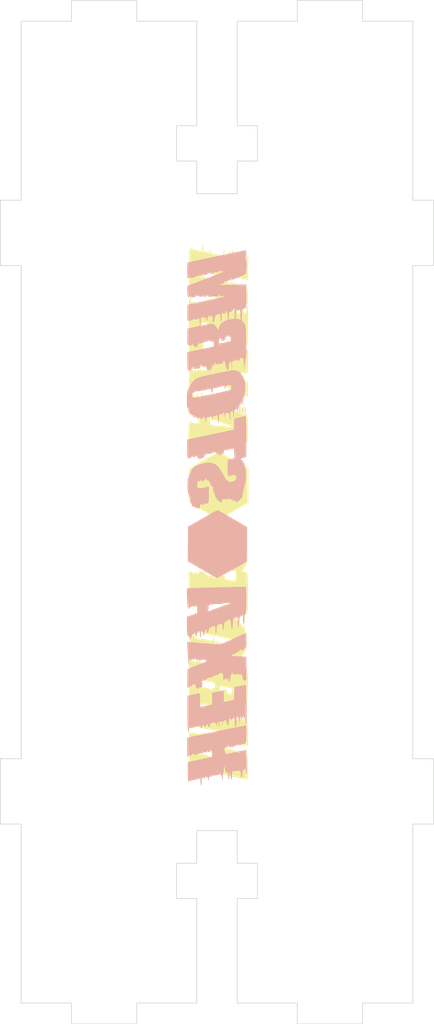
<source format=kicad_pcb>
(kicad_pcb (version 20171130) (host pcbnew "(5.1.10)-1")

  (general
    (thickness 1.6)
    (drawings 60)
    (tracks 0)
    (zones 0)
    (modules 2)
    (nets 1)
  )

  (page A4)
  (layers
    (0 F.Cu signal)
    (31 B.Cu signal)
    (32 B.Adhes user)
    (33 F.Adhes user)
    (34 B.Paste user)
    (35 F.Paste user)
    (36 B.SilkS user)
    (37 F.SilkS user)
    (38 B.Mask user)
    (39 F.Mask user)
    (40 Dwgs.User user)
    (41 Cmts.User user)
    (42 Eco1.User user)
    (43 Eco2.User user)
    (44 Edge.Cuts user)
    (45 Margin user)
    (46 B.CrtYd user)
    (47 F.CrtYd user)
    (48 B.Fab user)
    (49 F.Fab user)
  )

  (setup
    (last_trace_width 0.25)
    (trace_clearance 0.2)
    (zone_clearance 0.508)
    (zone_45_only no)
    (trace_min 0.2)
    (via_size 0.8)
    (via_drill 0.4)
    (via_min_size 0.4)
    (via_min_drill 0.3)
    (uvia_size 0.3)
    (uvia_drill 0.1)
    (uvias_allowed no)
    (uvia_min_size 0.2)
    (uvia_min_drill 0.1)
    (edge_width 0.05)
    (segment_width 0.2)
    (pcb_text_width 0.3)
    (pcb_text_size 1.5 1.5)
    (mod_edge_width 0.12)
    (mod_text_size 1 1)
    (mod_text_width 0.15)
    (pad_size 1.524 1.524)
    (pad_drill 0.762)
    (pad_to_mask_clearance 0)
    (aux_axis_origin 0 0)
    (grid_origin 154.1145 103.9495)
    (visible_elements 7FFFFFFF)
    (pcbplotparams
      (layerselection 0x010fc_ffffffff)
      (usegerberextensions false)
      (usegerberattributes true)
      (usegerberadvancedattributes true)
      (creategerberjobfile true)
      (excludeedgelayer true)
      (linewidth 0.100000)
      (plotframeref false)
      (viasonmask false)
      (mode 1)
      (useauxorigin false)
      (hpglpennumber 1)
      (hpglpenspeed 20)
      (hpglpendiameter 15.000000)
      (psnegative false)
      (psa4output false)
      (plotreference true)
      (plotvalue true)
      (plotinvisibletext false)
      (padsonsilk false)
      (subtractmaskfromsilk false)
      (outputformat 1)
      (mirror false)
      (drillshape 1)
      (scaleselection 1)
      (outputdirectory ""))
  )

  (net 0 "")

  (net_class Default "This is the default net class."
    (clearance 0.2)
    (trace_width 0.25)
    (via_dia 0.8)
    (via_drill 0.4)
    (uvia_dia 0.3)
    (uvia_drill 0.1)
  )

  (module footprints:hexastorm (layer B.Cu) (tedit 0) (tstamp 61689644)
    (at 154.12212 104.43464 90)
    (path /61683D03)
    (fp_text reference L2 (at 0 0 90) (layer B.SilkS) hide
      (effects (font (size 1.524 1.524) (thickness 0.3)) (justify mirror))
    )
    (fp_text value Logo_Open_Hardware_Large (at -1.09728 0.10922 90) (layer B.SilkS) hide
      (effects (font (size 1.524 1.524) (thickness 0.3)) (justify mirror))
    )
    (fp_poly (pts (xy -5.901768 2.238847) (xy -5.672201 2.236642) (xy -5.477395 2.232323) (xy -5.331643 2.225818)
      (xy -5.24924 2.217051) (xy -5.236324 2.211917) (xy -5.23402 2.165079) (xy -5.234024 2.043387)
      (xy -5.236096 1.856362) (xy -5.239994 1.613524) (xy -5.245478 1.324394) (xy -5.252308 0.998491)
      (xy -5.260243 0.645336) (xy -5.269043 0.274449) (xy -5.278466 -0.10465) (xy -5.288273 -0.48244)
      (xy -5.298222 -0.849401) (xy -5.308073 -1.196014) (xy -5.317586 -1.512757) (xy -5.326519 -1.790112)
      (xy -5.334633 -2.018556) (xy -5.341687 -2.188571) (xy -5.34744 -2.290636) (xy -5.350772 -2.316882)
      (xy -5.397746 -2.322801) (xy -5.510105 -2.323501) (xy -5.671436 -2.319834) (xy -5.865329 -2.31265)
      (xy -6.075373 -2.302801) (xy -6.285157 -2.291137) (xy -6.478269 -2.27851) (xy -6.638298 -2.26577)
      (xy -6.748832 -2.253769) (xy -6.793462 -2.243357) (xy -6.793512 -2.242067) (xy -6.812612 -2.207697)
      (xy -6.86906 -2.18121) (xy -6.933902 -2.15795) (xy -6.922725 -2.141141) (xy -6.858 -2.121572)
      (xy -6.786018 -2.086456) (xy -6.75648 -2.017352) (xy -6.752167 -1.934841) (xy -6.73897 -1.819871)
      (xy -6.697495 -1.778388) (xy -6.691159 -1.778) (xy -6.663561 -1.764201) (xy -6.710162 -1.719122)
      (xy -6.712326 -1.717523) (xy -6.767748 -1.670016) (xy -6.754904 -1.643258) (xy -6.72066 -1.62842)
      (xy -6.662072 -1.591429) (xy -6.680481 -1.559769) (xy -6.76825 -1.536533) (xy -6.917738 -1.524813)
      (xy -6.978584 -1.524) (xy -7.263504 -1.524) (xy -7.391497 -1.915583) (xy -7.519491 -2.307166)
      (xy -8.003662 -2.310219) (xy -8.231121 -2.310045) (xy -8.45854 -2.307144) (xy -8.654371 -2.302047)
      (xy -8.753647 -2.297583) (xy -8.886531 -2.284072) (xy -8.97357 -2.264122) (xy -8.995715 -2.243474)
      (xy -9.009928 -2.196365) (xy -9.077193 -2.136116) (xy -9.079151 -2.134824) (xy -9.164672 -2.066902)
      (xy -9.172811 -2.019707) (xy -9.100776 -1.985765) (xy -9.017 -1.9685) (xy -8.901717 -1.937748)
      (xy -8.852725 -1.884794) (xy -8.851283 -1.793316) (xy -8.824051 -1.750378) (xy -8.799552 -1.732093)
      (xy -8.775611 -1.696721) (xy -8.831217 -1.667668) (xy -8.968711 -1.643844) (xy -8.995833 -1.640731)
      (xy -9.052862 -1.630408) (xy -9.051059 -1.614235) (xy -8.982438 -1.586878) (xy -8.857801 -1.54854)
      (xy -8.713606 -1.501275) (xy -8.641265 -1.463616) (xy -8.629555 -1.428847) (xy -8.637318 -1.416578)
      (xy -8.656659 -1.362987) (xy -8.627184 -1.340958) (xy -8.634913 -1.328857) (xy -8.710248 -1.319585)
      (xy -8.813418 -1.315675) (xy -8.951058 -1.305776) (xy -9.051196 -1.283696) (xy -9.084657 -1.263273)
      (xy -9.078737 -1.237599) (xy -9.010911 -1.230069) (xy -8.871088 -1.239744) (xy -8.852574 -1.24164)
      (xy -8.709138 -1.254208) (xy -8.631741 -1.251596) (xy -8.602595 -1.230517) (xy -8.602501 -1.19545)
      (xy -8.651472 -1.112717) (xy -8.767904 -1.06948) (xy -8.865306 -1.061308) (xy -8.949857 -1.05158)
      (xy -8.953922 -1.029867) (xy -8.880501 -0.998284) (xy -8.732594 -0.958942) (xy -8.714027 -0.954709)
      (xy -8.571183 -0.912714) (xy -8.491123 -0.869433) (xy -8.478812 -0.832314) (xy -8.539214 -0.808806)
      (xy -8.613804 -0.804333) (xy -8.712003 -0.794509) (xy -8.744401 -0.768412) (xy -8.741833 -0.762)
      (xy -8.749459 -0.721308) (xy -8.771085 -0.714916) (xy -8.76473 -0.704558) (xy -8.709982 -0.687966)
      (xy -7.113791 -0.687966) (xy -6.880111 -0.668587) (xy -6.747499 -0.654178) (xy -6.653045 -0.637556)
      (xy -6.624152 -0.626929) (xy -6.608007 -0.573693) (xy -6.597062 -0.47149) (xy -6.596077 -0.450491)
      (xy -6.585835 -0.350128) (xy -6.567906 -0.29828) (xy -6.563606 -0.296333) (xy -6.552072 -0.257436)
      (xy -6.545461 -0.154321) (xy -6.544886 -0.007351) (xy -6.545727 0.030623) (xy -6.544957 0.19779)
      (xy -6.534832 0.338539) (xy -6.517461 0.425818) (xy -6.514397 0.432557) (xy -6.4946 0.500209)
      (xy -6.477668 0.61055) (xy -6.465015 0.741008) (xy -6.458058 0.869015) (xy -6.458215 0.971999)
      (xy -6.4669 1.027392) (xy -6.477029 1.028125) (xy -6.501406 0.97754) (xy -6.54743 0.863388)
      (xy -6.608757 0.70201) (xy -6.67904 0.509744) (xy -6.687252 0.486834) (xy -6.771132 0.253092)
      (xy -6.858746 0.010205) (xy -6.938749 -0.210441) (xy -6.991378 -0.354566) (xy -7.113791 -0.687966)
      (xy -8.709982 -0.687966) (xy -8.691945 -0.6825) (xy -8.593667 -0.659186) (xy -8.461095 -0.621564)
      (xy -8.383787 -0.581589) (xy -8.371417 -0.558103) (xy -8.353102 -0.511625) (xy -8.337168 -0.508)
      (xy -8.311098 -0.482437) (xy -8.316892 -0.468268) (xy -8.306421 -0.417452) (xy -8.266474 -0.381144)
      (xy -8.220758 -0.337016) (xy -8.244039 -0.311641) (xy -8.268982 -0.278252) (xy -8.225662 -0.218848)
      (xy -8.196107 -0.1832) (xy -8.204253 -0.161002) (xy -8.26343 -0.147926) (xy -8.38697 -0.139642)
      (xy -8.481422 -0.135777) (xy -8.660401 -0.121758) (xy -8.759013 -0.099989) (xy -8.776639 -0.075991)
      (xy -8.71266 -0.055285) (xy -8.566458 -0.043394) (xy -8.491896 -0.042333) (xy -8.326031 -0.035462)
      (xy -8.221481 -0.011393) (xy -8.15575 0.03506) (xy -8.155636 0.035186) (xy -8.112418 0.103659)
      (xy -8.113797 0.141019) (xy -8.103427 0.165185) (xy -8.060972 0.172676) (xy -8.016512 0.183316)
      (xy -8.030372 0.196578) (xy -8.061601 0.246639) (xy -8.055953 0.282175) (xy -8.061497 0.355529)
      (xy -8.145512 0.401929) (xy -8.308944 0.421814) (xy -8.358717 0.422686) (xy -8.484402 0.429825)
      (xy -8.534296 0.446982) (xy -8.515958 0.46931) (xy -8.436948 0.49196) (xy -8.304824 0.510085)
      (xy -8.212667 0.516348) (xy -8.044892 0.531222) (xy -7.955856 0.557248) (xy -7.9375 0.583628)
      (xy -7.905546 0.652387) (xy -7.880968 0.673028) (xy -7.832772 0.718603) (xy -7.828051 0.734984)
      (xy -7.822495 0.820061) (xy -7.760379 0.86341) (xy -7.749166 0.867147) (xy -7.693328 0.889769)
      (xy -7.697707 0.921279) (xy -7.749166 0.975833) (xy -7.866226 1.041624) (xy -7.990417 1.061472)
      (xy -8.144208 1.069868) (xy -8.289745 1.08672) (xy -8.407693 1.108503) (xy -8.478718 1.131692)
      (xy -8.485329 1.151682) (xy -8.426327 1.166462) (xy -8.302953 1.183467) (xy -8.135372 1.200232)
      (xy -8.006119 1.210261) (xy -7.817055 1.226713) (xy -7.687259 1.245275) (xy -7.6264 1.264277)
      (xy -7.627624 1.275608) (xy -7.654288 1.305978) (xy -7.639588 1.311686) (xy -7.605897 1.34906)
      (xy -7.586091 1.438156) (xy -7.585999 1.439334) (xy -7.576322 1.566334) (xy -7.820411 1.568773)
      (xy -7.99238 1.576212) (xy -8.160165 1.592476) (xy -8.233833 1.603942) (xy -8.317364 1.621333)
      (xy -8.343431 1.633632) (xy -8.304378 1.644647) (xy -8.192548 1.658185) (xy -8.106833 1.667102)
      (xy -7.862216 1.693126) (xy -7.689925 1.715369) (xy -7.577978 1.737825) (xy -7.514393 1.764484)
      (xy -7.487188 1.799339) (xy -7.484379 1.84638) (xy -7.487987 1.87325) (xy -7.458509 1.901319)
      (xy -7.4295 1.905) (xy -7.373164 1.927859) (xy -7.366 1.947334) (xy -7.40602 1.967481)
      (xy -7.517019 1.982071) (xy -7.685407 1.989613) (xy -7.757583 1.990315) (xy -7.950803 1.993996)
      (xy -8.062375 2.004496) (xy -8.095075 2.022167) (xy -8.085667 2.032001) (xy -8.007706 2.056703)
      (xy -7.881635 2.072966) (xy -7.8105 2.076125) (xy -7.68708 2.08247) (xy -7.555919 2.096073)
      (xy -7.435897 2.113747) (xy -7.345893 2.132302) (xy -7.304785 2.148549) (xy -7.323667 2.158352)
      (xy -7.337962 2.17474) (xy -7.281333 2.201334) (xy -7.208674 2.211849) (xy -7.070718 2.220768)
      (xy -6.881759 2.228018) (xy -6.65609 2.233525) (xy -6.408006 2.237215) (xy -6.1518 2.239014)
      (xy -5.901768 2.238847)) (layer B.SilkS) (width 0.01))
    (fp_poly (pts (xy 10.390736 2.137197) (xy 10.513502 2.111795) (xy 10.61638 2.081687) (xy 10.905547 1.958439)
      (xy 11.123913 1.794911) (xy 11.269174 1.593723) (xy 11.339024 1.357494) (xy 11.345333 1.253419)
      (xy 11.335966 1.151527) (xy 11.309805 0.981) (xy 11.269761 0.755546) (xy 11.218746 0.48887)
      (xy 11.159672 0.19468) (xy 11.095449 -0.113317) (xy 11.028989 -0.421415) (xy 10.963203 -0.715906)
      (xy 10.901003 -0.983084) (xy 10.8453 -1.209242) (xy 10.799005 -1.380673) (xy 10.76503 -1.48367)
      (xy 10.762942 -1.48852) (xy 10.611536 -1.726514) (xy 10.379362 -1.94215) (xy 10.067599 -2.134353)
      (xy 10.035279 -2.150663) (xy 9.898259 -2.216985) (xy 9.788837 -2.261541) (xy 9.683697 -2.288926)
      (xy 9.559526 -2.303739) (xy 9.393006 -2.310578) (xy 9.209779 -2.313444) (xy 8.998932 -2.314315)
      (xy 8.809226 -2.311968) (xy 8.662328 -2.306867) (xy 8.583083 -2.300048) (xy 8.498632 -2.27339)
      (xy 8.466667 -2.240854) (xy 8.429696 -2.213748) (xy 8.339879 -2.201405) (xy 8.331703 -2.201333)
      (xy 8.220538 -2.181238) (xy 8.102508 -2.130743) (xy 8.00148 -2.064538) (xy 7.94132 -1.997308)
      (xy 7.936149 -1.957916) (xy 7.929328 -1.910216) (xy 7.912506 -1.905) (xy 7.888462 -1.878986)
      (xy 7.895167 -1.862666) (xy 7.880179 -1.831275) (xy 7.812998 -1.820333) (xy 7.738779 -1.809583)
      (xy 9.241581 -1.809583) (xy 9.242348 -1.837258) (xy 9.279469 -1.877518) (xy 9.363227 -1.897034)
      (xy 9.512157 -1.900107) (xy 9.513088 -1.900089) (xy 9.629702 -1.894674) (xy 9.689767 -1.885458)
      (xy 9.68375 -1.875818) (xy 9.61982 -1.839135) (xy 9.626826 -1.775747) (xy 9.705878 -1.678005)
      (xy 9.713576 -1.670242) (xy 9.77532 -1.599615) (xy 9.773958 -1.569586) (xy 9.750725 -1.566333)
      (xy 9.707849 -1.552682) (xy 9.731116 -1.509521) (xy 9.758844 -1.448661) (xy 9.752236 -1.42668)
      (xy 9.744888 -1.371297) (xy 9.758292 -1.324742) (xy 9.780247 -1.230466) (xy 9.789356 -1.106451)
      (xy 9.78934 -1.100666) (xy 9.799169 -0.986739) (xy 9.824499 -0.908131) (xy 9.827425 -0.904093)
      (xy 9.861739 -0.828261) (xy 9.882645 -0.73476) (xy 9.90454 -0.618981) (xy 9.927076 -0.542332)
      (xy 9.929447 -0.492304) (xy 9.875309 -0.46108) (xy 9.793122 -0.443615) (xy 9.653959 -0.418315)
      (xy 9.597416 -0.399952) (xy 9.622249 -0.383821) (xy 9.727216 -0.36522) (xy 9.770735 -0.358938)
      (xy 9.904506 -0.333921) (xy 9.966784 -0.304065) (xy 9.971885 -0.266117) (xy 9.972109 -0.195899)
      (xy 9.996212 -0.074541) (xy 10.03191 0.049091) (xy 10.074781 0.185573) (xy 10.103482 0.288351)
      (xy 10.111497 0.331553) (xy 10.119836 0.451499) (xy 10.179531 0.516162) (xy 10.19175 0.519987)
      (xy 10.199602 0.53704) (xy 10.137929 0.560536) (xy 10.075333 0.574606) (xy 9.884833 0.611031)
      (xy 10.028944 0.633599) (xy 10.135375 0.665422) (xy 10.18377 0.729357) (xy 10.191584 0.762)
      (xy 10.214092 0.93234) (xy 10.205797 1.036165) (xy 10.16235 1.087391) (xy 10.085917 1.100019)
      (xy 9.964421 1.083589) (xy 9.875398 1.020966) (xy 9.835543 0.973667) (xy 9.813052 0.915141)
      (xy 9.777337 0.786345) (xy 9.730951 0.599373) (xy 9.676444 0.366317) (xy 9.61637 0.099272)
      (xy 9.553281 -0.189671) (xy 9.489727 -0.488418) (xy 9.428262 -0.784877) (xy 9.371437 -1.066954)
      (xy 9.321805 -1.322556) (xy 9.281917 -1.53959) (xy 9.254325 -1.705963) (xy 9.241581 -1.809583)
      (xy 7.738779 -1.809583) (xy 7.724487 -1.807513) (xy 7.707132 -1.778563) (xy 7.753065 -1.747752)
      (xy 7.854421 -1.729348) (xy 7.863417 -1.728891) (xy 7.962646 -1.723966) (xy 7.98057 -1.718749)
      (xy 7.920481 -1.709533) (xy 7.884583 -1.705042) (xy 7.783227 -1.675319) (xy 7.747 -1.627151)
      (xy 7.71723 -1.570824) (xy 7.694083 -1.563357) (xy 7.683693 -1.54826) (xy 7.725833 -1.524)
      (xy 7.780109 -1.496951) (xy 7.757695 -1.486889) (xy 7.707159 -1.484642) (xy 7.635368 -1.478575)
      (xy 7.642097 -1.454281) (xy 7.685992 -1.419513) (xy 7.736127 -1.37271) (xy 7.715429 -1.356013)
      (xy 7.704667 -1.355364) (xy 7.662519 -1.347994) (xy 7.694195 -1.319171) (xy 7.704667 -1.312333)
      (xy 7.743584 -1.279526) (xy 7.703574 -1.270785) (xy 7.694083 -1.270648) (xy 7.629136 -1.245721)
      (xy 7.618009 -1.188251) (xy 7.651036 -1.121711) (xy 7.718548 -1.069569) (xy 7.783279 -1.054113)
      (xy 7.895167 -1.049893) (xy 7.789333 -1.016) (xy 7.726241 -0.990147) (xy 7.725833 -0.977238)
      (xy 7.751248 -0.962083) (xy 7.715582 -0.936818) (xy 7.640345 -0.909963) (xy 7.547048 -0.890038)
      (xy 7.493 -0.885009) (xy 7.344833 -0.879723) (xy 7.5254 -0.844124) (xy 7.673923 -0.809559)
      (xy 7.752861 -0.773355) (xy 7.776876 -0.72544) (xy 7.768167 -0.677333) (xy 7.767371 -0.600674)
      (xy 7.787611 -0.572564) (xy 7.824649 -0.511859) (xy 7.831667 -0.463168) (xy 7.816366 -0.409675)
      (xy 7.756328 -0.383422) (xy 7.65175 -0.374641) (xy 7.471833 -0.368283) (xy 7.658342 -0.342891)
      (xy 7.780232 -0.31783) (xy 7.840173 -0.27734) (xy 7.858935 -0.223719) (xy 7.880137 -0.099048)
      (xy 7.900962 -0.031876) (xy 7.930373 0.004448) (xy 7.9375 0.009936) (xy 7.924643 0.02789)
      (xy 7.846125 0.040546) (xy 7.768167 0.044125) (xy 7.600402 0.053618) (xy 7.434323 0.073691)
      (xy 7.387167 0.082239) (xy 7.318819 0.098829) (xy 7.310495 0.109842) (xy 7.369339 0.116694)
      (xy 7.502497 0.120804) (xy 7.58825 0.122132) (xy 7.771653 0.127237) (xy 7.884899 0.138459)
      (xy 7.942423 0.158463) (xy 7.958663 0.189913) (xy 7.958667 0.1905) (xy 7.982638 0.246819)
      (xy 8.003103 0.254) (xy 8.025561 0.281298) (xy 8.006494 0.327345) (xy 7.99311 0.390737)
      (xy 8.043071 0.450287) (xy 8.078474 0.475233) (xy 8.1915 0.549776) (xy 7.916333 0.557685)
      (xy 7.78004 0.562324) (xy 7.724282 0.566893) (xy 7.744938 0.572713) (xy 7.837889 0.581106)
      (xy 7.84225 0.581451) (xy 7.978413 0.602503) (xy 8.038704 0.639775) (xy 8.043333 0.658487)
      (xy 8.063723 0.713363) (xy 8.079796 0.719667) (xy 8.100507 0.754775) (xy 8.096674 0.822118)
      (xy 8.072586 0.885233) (xy 8.015764 0.922833) (xy 7.903449 0.94754) (xy 7.859128 0.953843)
      (xy 7.721242 0.977419) (xy 7.612505 1.00491) (xy 7.577667 1.018889) (xy 7.566574 1.036166)
      (xy 7.624675 1.038092) (xy 7.756661 1.024386) (xy 7.958667 0.996048) (xy 8.076291 1.004685)
      (xy 8.170333 1.038956) (xy 8.228868 1.080117) (xy 8.225138 1.099071) (xy 8.22325 1.099167)
      (xy 8.168884 1.11534) (xy 8.178929 1.148073) (xy 8.23961 1.181441) (xy 8.307917 1.197043)
      (xy 8.331693 1.205496) (xy 8.281435 1.21402) (xy 8.167767 1.221316) (xy 8.085667 1.224234)
      (xy 7.90335 1.230985) (xy 7.804101 1.239341) (xy 7.788226 1.250333) (xy 7.856032 1.264993)
      (xy 8.007827 1.28435) (xy 8.106833 1.295211) (xy 8.239912 1.312495) (xy 8.320422 1.329293)
      (xy 8.333693 1.342376) (xy 8.328391 1.343957) (xy 8.283263 1.362179) (xy 8.298879 1.396179)
      (xy 8.349558 1.441163) (xy 8.4455 1.521184) (xy 8.212667 1.530223) (xy 7.979833 1.539262)
      (xy 8.188072 1.555409) (xy 8.330174 1.577279) (xy 8.448583 1.613888) (xy 8.483242 1.632446)
      (xy 8.592801 1.681193) (xy 8.669439 1.693334) (xy 8.740674 1.707172) (xy 8.746758 1.761278)
      (xy 8.742568 1.775685) (xy 8.738651 1.832044) (xy 8.785559 1.864827) (xy 8.877299 1.884985)
      (xy 9.015796 1.910416) (xy 9.070605 1.927808) (xy 9.041434 1.939394) (xy 8.927992 1.947406)
      (xy 8.868833 1.94976) (xy 8.749051 1.954477) (xy 8.694567 1.959152) (xy 8.710125 1.965807)
      (xy 8.80047 1.976461) (xy 8.970344 1.993135) (xy 8.970771 1.993176) (xy 9.136172 2.013287)
      (xy 9.26721 2.037027) (xy 9.342548 2.060238) (xy 9.351771 2.067409) (xy 9.401642 2.085599)
      (xy 9.518249 2.104944) (xy 9.683737 2.123033) (xy 9.863667 2.136487) (xy 10.090575 2.147741)
      (xy 10.258012 2.148578) (xy 10.390736 2.137197)) (layer B.SilkS) (width 0.01))
    (fp_poly (pts (xy -19.146722 2.271649) (xy -19.071167 2.268453) (xy -18.814302 2.25857) (xy -18.541105 2.250571)
      (xy -18.287172 2.245371) (xy -18.115819 2.243839) (xy -17.710805 2.243667) (xy -17.87143 1.49225)
      (xy -17.922944 1.248809) (xy -17.967717 1.03254) (xy -18.002888 0.857641) (xy -18.025599 0.738311)
      (xy -18.033028 0.689907) (xy -17.996184 0.64811) (xy -17.902009 0.605119) (xy -17.77722 0.56992)
      (xy -17.648539 0.5515) (xy -17.618752 0.55057) (xy -17.553191 0.565202) (xy -17.547401 0.593046)
      (xy -17.559441 0.682022) (xy -17.506607 0.771258) (xy -17.404928 0.836043) (xy -17.385727 0.842336)
      (xy -17.250833 0.881365) (xy -17.385918 0.885183) (xy -17.468675 0.898576) (xy -17.536307 0.925788)
      (xy -17.569268 0.954472) (xy -17.54801 0.972281) (xy -17.526 0.973667) (xy -17.49731 0.998518)
      (xy -17.502853 1.012797) (xy -17.490047 1.053723) (xy -17.452435 1.071386) (xy -17.400248 1.087517)
      (xy -17.430132 1.094223) (xy -17.451917 1.095756) (xy -17.511534 1.126542) (xy -17.522763 1.182054)
      (xy -17.484019 1.223589) (xy -17.457317 1.227667) (xy -17.412416 1.238936) (xy -17.436618 1.285427)
      (xy -17.440982 1.290744) (xy -17.4664 1.343011) (xy -17.423433 1.380862) (xy -17.393249 1.393894)
      (xy -17.337408 1.423637) (xy -17.346083 1.43665) (xy -17.395825 1.460909) (xy -17.383439 1.509635)
      (xy -17.31664 1.559435) (xy -17.30375 1.565015) (xy -17.238131 1.593775) (xy -17.251695 1.604892)
      (xy -17.314333 1.609326) (xy -17.374466 1.620338) (xy -17.367323 1.636679) (xy -17.333595 1.691675)
      (xy -17.340063 1.759943) (xy -17.340722 1.850689) (xy -17.296577 1.888383) (xy -17.25173 1.924469)
      (xy -17.275687 1.972943) (xy -17.298411 2.027152) (xy -17.255844 2.057102) (xy -17.207843 2.094772)
      (xy -17.208277 2.116306) (xy -17.211743 2.158827) (xy -17.158978 2.191955) (xy -17.043515 2.216875)
      (xy -16.858886 2.234773) (xy -16.598626 2.246835) (xy -16.47825 2.250142) (xy -16.205094 2.25386)
      (xy -16.003538 2.25058) (xy -15.877789 2.240482) (xy -15.832055 2.223742) (xy -15.831945 2.222791)
      (xy -15.840374 2.174421) (xy -15.864866 2.05099) (xy -15.903811 1.860239) (xy -15.955596 1.609907)
      (xy -16.01861 1.307735) (xy -16.091242 0.961463) (xy -16.171881 0.578832) (xy -16.258914 0.167582)
      (xy -16.305719 -0.052916) (xy -16.780215 -2.286) (xy -17.523524 -2.284591) (xy -18.266833 -2.283183)
      (xy -18.166894 -2.199924) (xy -18.108942 -2.143055) (xy -18.10259 -2.116862) (xy -18.104968 -2.116666)
      (xy -18.145851 -2.086244) (xy -18.14887 -2.018719) (xy -18.119531 -1.949703) (xy -18.074046 -1.916667)
      (xy -18.006765 -1.887896) (xy -18.001157 -1.839109) (xy -18.054827 -1.748998) (xy -18.055158 -1.748525)
      (xy -18.095018 -1.647524) (xy -18.07747 -1.563993) (xy -18.009163 -1.52399) (xy -17.997721 -1.523351)
      (xy -17.951646 -1.516579) (xy -17.9824 -1.487172) (xy -17.991667 -1.481018) (xy -18.033882 -1.441169)
      (xy -18.000138 -1.403294) (xy -17.991667 -1.397648) (xy -17.949531 -1.363981) (xy -17.980893 -1.354962)
      (xy -17.991667 -1.354666) (xy -18.032083 -1.346339) (xy -17.996827 -1.316418) (xy -17.9609 -1.260933)
      (xy -17.967575 -1.232399) (xy -17.962982 -1.19) (xy -17.941249 -1.184685) (xy -17.90732 -1.176395)
      (xy -17.940754 -1.149198) (xy -17.971525 -1.110387) (xy -17.930171 -1.059996) (xy -17.872241 -0.979999)
      (xy -17.878077 -0.906376) (xy -17.917583 -0.874703) (xy -17.946696 -0.85556) (xy -17.915085 -0.850008)
      (xy -17.880009 -0.823273) (xy -17.885833 -0.804333) (xy -17.869728 -0.772421) (xy -17.793082 -0.757089)
      (xy -17.722733 -0.750538) (xy -17.733154 -0.738186) (xy -17.758833 -0.731025) (xy -17.849594 -0.685776)
      (xy -17.888911 -0.620908) (xy -17.880542 -0.584104) (xy -17.82839 -0.561032) (xy -17.726568 -0.54744)
      (xy -17.703418 -0.546515) (xy -17.547167 -0.542697) (xy -17.695333 -0.499077) (xy -17.78642 -0.468425)
      (xy -17.804187 -0.446035) (xy -17.758833 -0.421204) (xy -17.743961 -0.401663) (xy -17.813134 -0.389208)
      (xy -17.958285 -0.383975) (xy -18.242403 -0.381) (xy -18.283303 -0.53975) (xy -18.30506 -0.631888)
      (xy -18.340372 -0.790311) (xy -18.385622 -0.998394) (xy -18.437191 -1.239515) (xy -18.486018 -1.471044)
      (xy -18.647833 -2.243588) (xy -19.375585 -2.243627) (xy -19.647412 -2.241222) (xy -19.86757 -2.234328)
      (xy -20.026581 -2.223478) (xy -20.114968 -2.209203) (xy -20.1295 -2.201333) (xy -20.124739 -2.162386)
      (xy -20.108334 -2.159) (xy -20.080141 -2.13348) (xy -20.086015 -2.11853) (xy -20.086898 -2.056955)
      (xy -20.058203 -1.953703) (xy -20.045491 -1.921211) (xy -20.008999 -1.801135) (xy -20.001424 -1.701981)
      (xy -20.004664 -1.686515) (xy -20.005519 -1.623201) (xy -19.983358 -1.608666) (xy -19.954723 -1.573768)
      (xy -19.955337 -1.50944) (xy -19.953945 -1.391324) (xy -19.889 -1.324036) (xy -19.812 -1.301199)
      (xy -19.799314 -1.291093) (xy -19.858894 -1.281565) (xy -19.978348 -1.27428) (xy -20.023667 -1.272789)
      (xy -20.204574 -1.263375) (xy -20.339966 -1.24818) (xy -20.422505 -1.230154) (xy -20.444855 -1.212248)
      (xy -20.399679 -1.197413) (xy -20.279639 -1.1886) (xy -20.235333 -1.18766) (xy -20.082545 -1.179716)
      (xy -19.958593 -1.16263) (xy -19.896667 -1.143) (xy -19.862778 -1.107854) (xy -19.8755 -1.098339)
      (xy -19.877486 -1.082463) (xy -19.833167 -1.058333) (xy -19.778496 -1.030407) (xy -19.800611 -1.020223)
      (xy -19.822583 -1.018975) (xy -19.887851 -0.99691) (xy -19.883583 -0.953461) (xy -19.812988 -0.910566)
      (xy -19.806407 -0.908391) (xy -19.748256 -0.879656) (xy -19.767739 -0.847983) (xy -19.773431 -0.84434)
      (xy -19.805825 -0.796914) (xy -19.79638 -0.774885) (xy -19.810121 -0.743174) (xy -19.885682 -0.704433)
      (xy -19.924606 -0.69117) (xy -20.087167 -0.641506) (xy -19.913121 -0.638253) (xy -19.803601 -0.631776)
      (xy -19.757893 -0.608095) (xy -19.755183 -0.552513) (xy -19.759223 -0.529597) (xy -19.754989 -0.439558)
      (xy -19.684824 -0.386384) (xy -19.67927 -0.384114) (xy -19.625726 -0.354512) (xy -19.639139 -0.34135)
      (xy -19.677243 -0.324367) (xy -19.671256 -0.310811) (xy -19.670069 -0.259908) (xy -19.690551 -0.226145)
      (xy -19.711709 -0.180362) (xy -19.663833 -0.169333) (xy -19.614877 -0.157369) (xy -19.63921 -0.109998)
      (xy -19.639539 -0.109602) (xy -19.665503 -0.047393) (xy -19.644032 -0.02201) (xy -19.61717 0.028122)
      (xy -19.622767 0.044384) (xy -19.624563 0.109077) (xy -19.605245 0.160157) (xy -19.582727 0.243547)
      (xy -19.623619 0.306206) (xy -19.73603 0.355663) (xy -19.845332 0.383025) (xy -19.967998 0.41165)
      (xy -20.048118 0.434793) (xy -20.066 0.443994) (xy -20.02776 0.447781) (xy -19.92852 0.44373)
      (xy -19.817807 0.435133) (xy -19.650589 0.428978) (xy -19.556144 0.446689) (xy -19.540142 0.460314)
      (xy -19.484108 0.487969) (xy -19.372954 0.506603) (xy -19.290918 0.510976) (xy -19.117507 0.519174)
      (xy -19.010343 0.535992) (xy -18.973771 0.558096) (xy -19.012135 0.582153) (xy -19.129781 0.604831)
      (xy -19.163277 0.608915) (xy -19.333117 0.638247) (xy -19.429345 0.678465) (xy -19.446947 0.700162)
      (xy -19.441932 0.753739) (xy -19.419088 0.762649) (xy -19.399885 0.778302) (xy -19.431 0.804334)
      (xy -19.510793 0.829885) (xy -19.635246 0.84503) (xy -19.685 0.846667) (xy -19.815887 0.85623)
      (xy -19.917001 0.878679) (xy -19.939 0.889) (xy -19.944139 0.911312) (xy -19.873679 0.924919)
      (xy -19.72361 0.930485) (xy -19.687117 0.930686) (xy -19.516032 0.937731) (xy -19.427244 0.955434)
      (xy -19.419633 0.979959) (xy -19.492079 1.007468) (xy -19.643462 1.034124) (xy -19.719917 1.043072)
      (xy -19.893032 1.067117) (xy -19.982593 1.09218) (xy -19.989615 1.115139) (xy -19.915108 1.132874)
      (xy -19.760086 1.142263) (xy -19.687499 1.143) (xy -19.529188 1.146635) (xy -19.409256 1.156299)
      (xy -19.347854 1.170129) (xy -19.343863 1.17475) (xy -19.325757 1.408566) (xy -19.314809 1.571467)
      (xy -19.312179 1.676994) (xy -19.319027 1.738685) (xy -19.336513 1.770081) (xy -19.365795 1.784721)
      (xy -19.396813 1.793014) (xy -19.497644 1.808832) (xy -19.639126 1.818462) (xy -19.70405 1.819756)
      (xy -19.829295 1.827754) (xy -19.878642 1.847453) (xy -19.859183 1.873774) (xy -19.778008 1.901644)
      (xy -19.642208 1.925985) (xy -19.540957 1.936507) (xy -19.388163 1.952015) (xy -19.296386 1.974506)
      (xy -19.242028 2.013967) (xy -19.201629 2.080112) (xy -19.141156 2.201334) (xy -19.317828 2.201982)
      (xy -19.444951 2.212794) (xy -19.542054 2.238873) (xy -19.558 2.247763) (xy -19.559111 2.266154)
      (xy -19.494763 2.276102) (xy -19.359213 2.277852) (xy -19.146722 2.271649)) (layer B.SilkS) (width 0.01))
    (fp_poly (pts (xy -14.658111 2.257297) (xy -14.259222 2.252776) (xy -14.232873 2.252439) (xy -13.888966 2.247677)
      (xy -13.572837 2.242634) (xy -13.294231 2.237516) (xy -13.062891 2.232531) (xy -12.888559 2.227886)
      (xy -12.78098 2.223788) (xy -12.749333 2.220925) (xy -12.751399 2.176914) (xy -12.768107 2.067911)
      (xy -12.796492 1.911741) (xy -12.823417 1.775578) (xy -12.85988 1.59542) (xy -12.889009 1.44889)
      (xy -12.907256 1.353993) (xy -12.911667 1.327606) (xy -12.951211 1.321589) (xy -13.058694 1.316688)
      (xy -13.21739 1.31343) (xy -13.397694 1.312334) (xy -13.606684 1.311555) (xy -13.746094 1.307334)
      (xy -13.83101 1.296842) (xy -13.876516 1.277249) (xy -13.897698 1.245729) (xy -13.905663 1.217084)
      (xy -13.966274 0.952767) (xy -14.009383 0.761689) (xy -14.036993 0.6347) (xy -14.051109 0.562651)
      (xy -14.054041 0.53975) (xy -14.01488 0.52678) (xy -13.908428 0.516369) (xy -13.752051 0.509746)
      (xy -13.605578 0.508) (xy -13.406768 0.507366) (xy -13.278363 0.503344) (xy -13.206101 0.492753)
      (xy -13.175723 0.472414) (xy -13.172966 0.439147) (xy -13.178386 0.41275) (xy -13.197148 0.327695)
      (xy -13.227511 0.186476) (xy -13.263743 0.015807) (xy -13.273765 -0.03175) (xy -13.347247 -0.381)
      (xy -14.2522 -0.381) (xy -14.344353 -0.814916) (xy -14.382453 -0.997363) (xy -14.412796 -1.148454)
      (xy -14.431674 -1.249376) (xy -14.436086 -1.280583) (xy -14.396262 -1.292611) (xy -14.287825 -1.302549)
      (xy -14.126818 -1.309434) (xy -13.929289 -1.312304) (xy -13.9065 -1.312333) (xy -13.706358 -1.31471)
      (xy -13.541369 -1.3212) (xy -13.427449 -1.330844) (xy -13.380513 -1.342682) (xy -13.380123 -1.344083)
      (xy -13.389665 -1.396232) (xy -13.413306 -1.512583) (xy -13.447224 -1.67459) (xy -13.478272 -1.820333)
      (xy -13.573631 -2.264833) (xy -14.713732 -2.270587) (xy -15.031052 -2.27077) (xy -15.333742 -2.268303)
      (xy -15.607457 -2.263506) (xy -15.83785 -2.256699) (xy -16.010575 -2.248203) (xy -16.103573 -2.23957)
      (xy -16.267609 -2.211584) (xy -16.35483 -2.188066) (xy -16.36321 -2.170551) (xy -16.290722 -2.160574)
      (xy -16.210139 -2.158845) (xy -16.023167 -2.158691) (xy -16.014874 -1.943243) (xy -15.996832 -1.795345)
      (xy -15.960626 -1.667411) (xy -15.939815 -1.625898) (xy -15.900486 -1.550877) (xy -15.917239 -1.52411)
      (xy -15.926941 -1.523351) (xy -15.954378 -1.508054) (xy -15.9385 -1.491601) (xy -15.898561 -1.427616)
      (xy -15.883777 -1.370292) (xy -15.897222 -1.296067) (xy -15.975559 -1.252708) (xy -15.98961 -1.248775)
      (xy -16.107833 -1.217465) (xy -15.959667 -1.169649) (xy -15.840235 -1.111954) (xy -15.79983 -1.0485)
      (xy -15.839005 -0.990025) (xy -15.948342 -0.949309) (xy -16.107833 -0.915251) (xy -15.947682 -0.891542)
      (xy -15.846655 -0.867709) (xy -15.794598 -0.837943) (xy -15.792547 -0.830233) (xy -15.766563 -0.7769)
      (xy -15.746551 -0.761104) (xy -15.744328 -0.728998) (xy -15.820028 -0.689098) (xy -15.849158 -0.678876)
      (xy -15.951883 -0.630953) (xy -15.972495 -0.588144) (xy -15.913487 -0.558706) (xy -15.81033 -0.550333)
      (xy -15.713475 -0.541633) (xy -15.684977 -0.510235) (xy -15.690358 -0.486833) (xy -15.689114 -0.432432)
      (xy -15.669191 -0.423333) (xy -15.64202 -0.392485) (xy -15.648025 -0.359833) (xy -15.642922 -0.305219)
      (xy -15.617063 -0.296333) (xy -15.58468 -0.28238) (xy -15.609225 -0.248841) (xy -15.639665 -0.175363)
      (xy -15.63501 -0.14478) (xy -15.653658 -0.093323) (xy -15.733568 -0.061569) (xy -15.854285 -0.032639)
      (xy -15.89299 -0.015457) (xy -15.850983 -0.006665) (xy -15.756085 -0.003342) (xy -15.644048 0.007289)
      (xy -15.597869 0.031382) (xy -15.599833 0.042334) (xy -15.589781 0.078198) (xy -15.5575 0.084667)
      (xy -15.509587 0.10149) (xy -15.510805 0.119942) (xy -15.563969 0.140226) (xy -15.650886 0.138189)
      (xy -15.781055 0.141692) (xy -15.875 0.166583) (xy -15.928219 0.192641) (xy -15.914548 0.199915)
      (xy -15.826463 0.190411) (xy -15.799453 0.186701) (xy -15.646981 0.181738) (xy -15.556036 0.212882)
      (xy -15.495799 0.28938) (xy -15.516617 0.347881) (xy -15.61611 0.384759) (xy -15.673917 0.392337)
      (xy -15.853833 0.408542) (xy -15.669388 0.415938) (xy -15.553959 0.426897) (xy -15.507376 0.451923)
      (xy -15.509309 0.486834) (xy -15.502805 0.541448) (xy -15.471505 0.550334) (xy -15.416344 0.567837)
      (xy -15.409982 0.582084) (xy -15.44634 0.663209) (xy -15.555828 0.721749) (xy -15.654908 0.746954)
      (xy -15.782794 0.781622) (xy -15.827705 0.816677) (xy -15.791296 0.850086) (xy -15.675226 0.879815)
      (xy -15.530946 0.899091) (xy -15.371553 0.9187) (xy -15.257372 0.938855) (xy -15.198229 0.956661)
      (xy -15.203947 0.969224) (xy -15.277776 0.973667) (xy -15.340752 0.988904) (xy -15.345833 1.016001)
      (xy -15.352009 1.054843) (xy -15.369685 1.058334) (xy -15.397873 1.074435) (xy -15.372551 1.115146)
      (xy -15.345696 1.176874) (xy -15.353256 1.199812) (xy -15.334307 1.218637) (xy -15.253243 1.232089)
      (xy -15.215306 1.234442) (xy -15.114969 1.239377) (xy -15.095455 1.244781) (xy -15.15297 1.253966)
      (xy -15.187887 1.258351) (xy -15.274142 1.280039) (xy -15.30365 1.310661) (xy -15.301805 1.315076)
      (xy -15.325964 1.337017) (xy -15.417645 1.351345) (xy -15.523252 1.355245) (xy -15.676105 1.359885)
      (xy -15.806818 1.371198) (xy -15.863941 1.381225) (xy -15.937075 1.412108) (xy -15.934041 1.441195)
      (xy -15.863315 1.464837) (xy -15.733373 1.47939) (xy -15.629085 1.482245) (xy -15.393833 1.490735)
      (xy -15.23642 1.512811) (xy -15.158025 1.545061) (xy -15.159827 1.584071) (xy -15.243008 1.626428)
      (xy -15.408745 1.668721) (xy -15.555972 1.693779) (xy -15.66215 1.709936) (xy -15.703629 1.719665)
      (xy -15.674921 1.725111) (xy -15.570538 1.728416) (xy -15.46225 1.730386) (xy -15.300758 1.740295)
      (xy -15.196866 1.759957) (xy -15.15644 1.783993) (xy -15.185342 1.807025) (xy -15.289437 1.823674)
      (xy -15.356417 1.82745) (xy -15.470298 1.832196) (xy -15.503589 1.837037) (xy -15.460337 1.844388)
      (xy -15.396387 1.851313) (xy -15.286391 1.87675) (xy -15.218085 1.918493) (xy -15.211941 1.928864)
      (xy -15.1554 1.979824) (xy -15.097888 1.993823) (xy -15.079217 2.005139) (xy -15.131651 2.029447)
      (xy -15.190364 2.046987) (xy -15.292524 2.082091) (xy -15.342717 2.115234) (xy -15.342059 2.127497)
      (xy -15.361549 2.145028) (xy -15.445285 2.156466) (xy -15.527949 2.159) (xy -15.659375 2.164749)
      (xy -15.71946 2.184422) (xy -15.723795 2.215154) (xy -15.703966 2.230395) (xy -15.652518 2.24225)
      (xy -15.56194 2.250906) (xy -15.42472 2.25655) (xy -15.23335 2.259372) (xy -14.980317 2.259558)
      (xy -14.658111 2.257297)) (layer B.SilkS) (width 0.01))
    (fp_poly (pts (xy -11.666744 2.252599) (xy -11.526118 2.250558) (xy -11.256147 2.245857) (xy -11.016283 2.240687)
      (xy -10.818884 2.235397) (xy -10.676313 2.230336) (xy -10.60093 2.225851) (xy -10.5923 2.224246)
      (xy -10.586034 2.179931) (xy -10.577359 2.066833) (xy -10.567303 1.900769) (xy -10.556897 1.697554)
      (xy -10.554184 1.638889) (xy -10.543013 1.409438) (xy -10.532402 1.252676) (xy -10.520125 1.156671)
      (xy -10.503955 1.109489) (xy -10.481666 1.0992) (xy -10.455664 1.11091) (xy -10.404052 1.180718)
      (xy -10.402443 1.230379) (xy -10.388855 1.311657) (xy -10.333247 1.393087) (xy -10.283434 1.457799)
      (xy -10.296712 1.484297) (xy -10.297583 1.484351) (xy -10.303962 1.498706) (xy -10.245686 1.528858)
      (xy -10.177648 1.564388) (xy -10.183366 1.595811) (xy -10.203353 1.610193) (xy -10.228289 1.638561)
      (xy -10.179445 1.652152) (xy -10.138833 1.654572) (xy -10.054346 1.65941) (xy -10.049887 1.669868)
      (xy -10.117667 1.693334) (xy -10.187648 1.718108) (xy -10.17966 1.728187) (xy -10.130749 1.731447)
      (xy -10.043836 1.751978) (xy -10.010521 1.791404) (xy -10.044226 1.831385) (xy -10.05441 1.835736)
      (xy -10.110899 1.890232) (xy -10.10563 1.962087) (xy -10.043337 2.016252) (xy -10.029422 2.02067)
      (xy -9.972703 2.045756) (xy -9.994343 2.077408) (xy -9.997672 2.079559) (xy -10.011041 2.105848)
      (xy -9.942561 2.116984) (xy -9.927167 2.117365) (xy -9.842913 2.122006) (xy -9.833897 2.140994)
      (xy -9.882341 2.181514) (xy -9.907022 2.205942) (xy -9.898571 2.223044) (xy -9.846361 2.234092)
      (xy -9.739763 2.240361) (xy -9.568148 2.243124) (xy -9.363758 2.243667) (xy -9.149207 2.242255)
      (xy -8.968515 2.238376) (xy -8.836726 2.232562) (xy -8.768884 2.225346) (xy -8.763 2.222372)
      (xy -8.78013 2.179716) (xy -8.828303 2.07096) (xy -8.902698 1.906698) (xy -8.998491 1.697525)
      (xy -9.110861 1.454036) (xy -9.2075 1.245849) (xy -9.366146 0.899863) (xy -9.487531 0.623314)
      (xy -9.573842 0.410726) (xy -9.627267 0.25662) (xy -9.649993 0.155519) (xy -9.651152 0.134728)
      (xy -9.647154 0.05116) (xy -9.636334 -0.103648) (xy -9.619739 -0.316636) (xy -9.598419 -0.574743)
      (xy -9.57342 -0.864909) (xy -9.548632 -1.142786) (xy -9.522228 -1.441448) (xy -9.499637 -1.711436)
      (xy -9.481691 -1.941591) (xy -9.46922 -2.120751) (xy -9.463053 -2.237758) (xy -9.463943 -2.281387)
      (xy -9.512569 -2.286767) (xy -9.629607 -2.285409) (xy -9.799167 -2.27844) (xy -10.00536 -2.266988)
      (xy -10.232298 -2.252178) (xy -10.46409 -2.235138) (xy -10.684849 -2.216994) (xy -10.878684 -2.198873)
      (xy -11.029706 -2.181903) (xy -11.122028 -2.167209) (xy -11.137868 -2.162679) (xy -11.184743 -2.139082)
      (xy -11.168952 -2.126132) (xy -11.081382 -2.120405) (xy -11.022542 -2.11935) (xy -10.89503 -2.114615)
      (xy -10.830702 -2.097047) (xy -10.808088 -2.055431) (xy -10.805583 -2.006018) (xy -10.786804 -1.910569)
      (xy -10.751814 -1.862139) (xy -10.728969 -1.830973) (xy -10.778272 -1.809902) (xy -10.826337 -1.792328)
      (xy -10.804001 -1.768655) (xy -10.752667 -1.744798) (xy -10.685044 -1.711528) (xy -10.692164 -1.697186)
      (xy -10.7315 -1.693041) (xy -10.816167 -1.687382) (xy -10.7315 -1.651) (xy -10.673426 -1.622907)
      (xy -10.69588 -1.613517) (xy -10.739585 -1.611642) (xy -10.823375 -1.592621) (xy -10.862221 -1.554759)
      (xy -10.839399 -1.517165) (xy -10.827014 -1.51174) (xy -10.795104 -1.483418) (xy -10.82675 -1.436158)
      (xy -10.873779 -1.351335) (xy -10.870949 -1.271984) (xy -10.821355 -1.228672) (xy -10.805583 -1.227018)
      (xy -10.758139 -1.219063) (xy -10.790221 -1.189188) (xy -10.790561 -1.188972) (xy -10.822223 -1.15582)
      (xy -10.775807 -1.13271) (xy -10.769395 -1.131031) (xy -10.716918 -1.114398) (xy -10.745296 -1.106896)
      (xy -10.76325 -1.105577) (xy -10.823686 -1.080444) (xy -10.834304 -1.038794) (xy -10.787139 -1.01481)
      (xy -10.784417 -1.014712) (xy -10.770744 -0.997594) (xy -10.805583 -0.970275) (xy -10.866616 -0.895752)
      (xy -10.879667 -0.837507) (xy -10.883038 -0.789696) (xy -10.895568 -0.777386) (xy -10.920882 -0.807612)
      (xy -10.962608 -0.88741) (xy -11.02437 -1.023814) (xy -11.109794 -1.223859) (xy -11.222507 -1.494582)
      (xy -11.239477 -1.535634) (xy -11.54074 -2.264833) (xy -12.24737 -2.27644) (xy -12.481237 -2.279137)
      (xy -12.682427 -2.279275) (xy -12.837073 -2.277022) (xy -12.931309 -2.272546) (xy -12.954 -2.267848)
      (xy -12.93399 -2.200981) (xy -12.886504 -2.100152) (xy -12.830356 -2.002292) (xy -12.793309 -1.952458)
      (xy -12.756548 -1.876242) (xy -12.759737 -1.836041) (xy -12.746372 -1.787591) (xy -12.688088 -1.774573)
      (xy -12.641839 -1.766405) (xy -12.662735 -1.742455) (xy -12.747972 -1.699193) (xy -12.923623 -1.60286)
      (xy -13.018538 -1.515188) (xy -13.038667 -1.455316) (xy -13.00448 -1.404269) (xy -12.972668 -1.397)
      (xy -12.92897 -1.376309) (xy -12.933068 -1.354287) (xy -12.943176 -1.282384) (xy -12.932713 -1.227287)
      (xy -12.906821 -1.181037) (xy -12.852568 -1.155423) (xy -12.749407 -1.144709) (xy -12.630795 -1.143)
      (xy -12.483484 -1.140826) (xy -12.40393 -1.130649) (xy -12.37526 -1.106981) (xy -12.380604 -1.064336)
      (xy -12.381369 -1.061895) (xy -12.38438 -0.984277) (xy -12.364904 -0.954706) (xy -12.339975 -0.898602)
      (xy -12.345865 -0.86825) (xy -12.329491 -0.81197) (xy -12.250309 -0.778081) (xy -12.173391 -0.754739)
      (xy -12.172237 -0.735051) (xy -12.21471 -0.715783) (xy -12.265848 -0.69155) (xy -12.241029 -0.680722)
      (xy -12.192 -0.676966) (xy -12.131893 -0.665736) (xy -12.139083 -0.649296) (xy -12.18347 -0.594285)
      (xy -12.192 -0.546805) (xy -12.169022 -0.479716) (xy -12.139083 -0.465018) (xy -12.117046 -0.450383)
      (xy -12.149667 -0.423333) (xy -12.187542 -0.390791) (xy -12.146434 -0.381809) (xy -12.135556 -0.381648)
      (xy -12.079335 -0.358385) (xy -12.076317 -0.328083) (xy -12.065727 -0.259731) (xy -12.016129 -0.173932)
      (xy -11.965335 -0.076192) (xy -11.978507 -0.023367) (xy -11.985913 0.036294) (xy -11.938658 0.084193)
      (xy -11.884222 0.141646) (xy -11.879266 0.177045) (xy -11.85755 0.201442) (xy -11.776284 0.215888)
      (xy -11.760582 0.216676) (xy -11.6205 0.221684) (xy -11.7475 0.249307) (xy -11.837675 0.282706)
      (xy -11.863561 0.341272) (xy -11.861256 0.371298) (xy -11.860714 0.426052) (xy -11.892051 0.454291)
      (xy -11.974842 0.464803) (xy -12.072923 0.466315) (xy -12.227413 0.474439) (xy -12.333503 0.494733)
      (xy -12.381417 0.522596) (xy -12.361377 0.55343) (xy -12.302186 0.574191) (xy -12.227126 0.602178)
      (xy -12.230594 0.632) (xy -12.240894 0.639191) (xy -12.291793 0.709839) (xy -12.288132 0.796192)
      (xy -12.235274 0.854275) (xy -12.2322 0.872657) (xy -12.299965 0.886631) (xy -12.361333 0.890936)
      (xy -12.45735 0.899055) (xy -12.491224 0.911029) (xy -12.477232 0.918282) (xy -12.426158 0.951589)
      (xy -12.426814 0.976871) (xy -12.402679 0.998533) (xy -12.312671 1.012565) (xy -12.215665 1.016)
      (xy -12.087381 1.02289) (xy -12.001907 1.040679) (xy -11.980333 1.058334) (xy -11.943264 1.088303)
      (xy -11.852994 1.104456) (xy -11.84275 1.104887) (xy -11.754617 1.109368) (xy -11.745315 1.119529)
      (xy -11.809017 1.142365) (xy -11.811 1.143) (xy -11.916833 1.176894) (xy -11.811 1.186025)
      (xy -11.744715 1.194825) (xy -11.758765 1.206369) (xy -11.789833 1.21389) (xy -11.909486 1.245089)
      (xy -11.960363 1.275026) (xy -11.957589 1.313809) (xy -11.952491 1.322618) (xy -11.911156 1.431279)
      (xy -11.915649 1.529003) (xy -11.947699 1.573224) (xy -11.967904 1.600628) (xy -11.916833 1.609365)
      (xy -11.859147 1.617017) (xy -11.879963 1.647329) (xy -11.899868 1.66293) (xy -11.969415 1.739304)
      (xy -11.956224 1.79903) (xy -11.909383 1.826289) (xy -11.855169 1.850585) (xy -11.879973 1.858365)
      (xy -11.908749 1.859692) (xy -11.96034 1.880355) (xy -11.959167 1.905) (xy -11.979023 1.932097)
      (xy -12.070539 1.946113) (xy -12.121133 1.947334) (xy -12.251191 1.957053) (xy -12.330703 1.995198)
      (xy -12.378607 2.053167) (xy -12.422811 2.127387) (xy -12.417374 2.155114) (xy -12.375385 2.159001)
      (xy -12.325593 2.163608) (xy -12.345653 2.189772) (xy -12.375276 2.211917) (xy -12.385189 2.229381)
      (xy -12.354789 2.242075) (xy -12.275911 2.250373) (xy -12.140388 2.254645) (xy -11.940054 2.255263)
      (xy -11.666744 2.252599)) (layer B.SilkS) (width 0.01))
    (fp_poly (pts (xy 7.298127 2.242088) (xy 7.497931 2.237105) (xy 7.643455 2.227283) (xy 7.742292 2.21112)
      (xy 7.802036 2.187114) (xy 7.830282 2.153763) (xy 7.834625 2.109565) (xy 7.822659 2.053018)
      (xy 7.801978 1.98262) (xy 7.792196 1.947334) (xy 7.761363 1.819601) (xy 7.725178 1.655037)
      (xy 7.705065 1.557202) (xy 7.656933 1.315236) (xy 7.228339 1.303202) (xy 6.799746 1.291167)
      (xy 6.685813 0.762) (xy 6.646844 0.580209) (xy 6.593913 0.33212) (xy 6.530536 0.034278)
      (xy 6.460231 -0.296772) (xy 6.386514 -0.644485) (xy 6.312901 -0.992316) (xy 6.305657 -1.026583)
      (xy 6.039433 -2.286) (xy 5.312791 -2.286) (xy 5.032132 -2.285331) (xy 4.827592 -2.280585)
      (xy 4.690627 -2.267644) (xy 4.612689 -2.242397) (xy 4.585231 -2.200728) (xy 4.599708 -2.138523)
      (xy 4.647572 -2.051668) (xy 4.688964 -1.985691) (xy 4.743953 -1.89214) (xy 4.753233 -1.844086)
      (xy 4.719431 -1.817513) (xy 4.707889 -1.812725) (xy 4.662832 -1.789711) (xy 4.697519 -1.779798)
      (xy 4.720167 -1.778) (xy 4.7802 -1.771031) (xy 4.759877 -1.754804) (xy 4.722434 -1.739803)
      (xy 4.666912 -1.713555) (xy 4.688601 -1.695626) (xy 4.733192 -1.683196) (xy 4.79882 -1.641304)
      (xy 4.794086 -1.580826) (xy 4.725444 -1.518782) (xy 4.659575 -1.489023) (xy 4.570204 -1.422335)
      (xy 4.547111 -1.31963) (xy 4.591725 -1.199331) (xy 4.632934 -1.145835) (xy 4.679522 -1.080172)
      (xy 4.658517 -1.058367) (xy 4.656172 -1.058333) (xy 4.614853 -1.048739) (xy 4.647202 -1.022954)
      (xy 4.744784 -0.985473) (xy 4.854166 -0.952813) (xy 4.966832 -0.919926) (xy 5.00387 -0.901565)
      (xy 4.971933 -0.892293) (xy 4.931833 -0.889347) (xy 4.804833 -0.882123) (xy 4.931833 -0.823971)
      (xy 4.999284 -0.785036) (xy 4.998304 -0.764882) (xy 4.988496 -0.763909) (xy 4.936643 -0.731452)
      (xy 4.932924 -0.66252) (xy 4.965518 -0.60837) (xy 4.967751 -0.556428) (xy 4.947449 -0.522478)
      (xy 4.926835 -0.477231) (xy 4.979566 -0.465018) (xy 5.031855 -0.458026) (xy 5.004925 -0.429641)
      (xy 4.995333 -0.423333) (xy 4.971787 -0.395149) (xy 5.019736 -0.380601) (xy 5.08 -0.376737)
      (xy 5.159285 -0.368994) (xy 5.160785 -0.355906) (xy 5.1435 -0.350813) (xy 5.037777 -0.30733)
      (xy 5.014919 -0.247379) (xy 5.053088 -0.190197) (xy 5.098096 -0.12783) (xy 5.076293 -0.075407)
      (xy 5.065701 -0.06432) (xy 4.97973 -0.011437) (xy 4.906951 0.011558) (xy 4.804833 0.030804)
      (xy 4.910667 0.039544) (xy 4.981691 0.048706) (xy 4.973669 0.065472) (xy 4.931833 0.084667)
      (xy 4.900216 0.107074) (xy 4.937488 0.121614) (xy 5.051343 0.131124) (xy 5.058833 0.131501)
      (xy 5.161933 0.137366) (xy 5.197243 0.143018) (xy 5.159902 0.150588) (xy 5.045049 0.162212)
      (xy 4.974167 0.168668) (xy 4.82596 0.183392) (xy 4.753545 0.195706) (xy 4.748243 0.208942)
      (xy 4.801373 0.226428) (xy 4.814729 0.229847) (xy 4.9003 0.262462) (xy 4.930352 0.297162)
      (xy 4.928648 0.301488) (xy 4.939281 0.335308) (xy 4.961085 0.339315) (xy 4.995013 0.347605)
      (xy 4.961579 0.374802) (xy 4.93499 0.420935) (xy 4.984647 0.469797) (xy 5.10259 0.515281)
      (xy 5.164667 0.530631) (xy 5.246886 0.555523) (xy 5.267387 0.577182) (xy 5.259917 0.58138)
      (xy 5.21416 0.632402) (xy 5.207547 0.713117) (xy 5.236397 0.784206) (xy 5.281083 0.807676)
      (xy 5.321199 0.818518) (xy 5.30225 0.83237) (xy 5.253672 0.887643) (xy 5.259316 0.967952)
      (xy 5.312765 1.039246) (xy 5.344583 1.057015) (xy 5.402205 1.085573) (xy 5.38189 1.097046)
      (xy 5.36575 1.097984) (xy 5.300447 1.119286) (xy 5.301159 1.158042) (xy 5.361731 1.187428)
      (xy 5.386917 1.190245) (xy 5.444212 1.197435) (xy 5.42009 1.211237) (xy 5.408083 1.214515)
      (xy 5.345331 1.247895) (xy 5.334 1.269994) (xy 5.294913 1.287816) (xy 5.190619 1.304277)
      (xy 5.040567 1.316681) (xy 4.974638 1.319807) (xy 4.615275 1.3335) (xy 4.502741 0.8255)
      (xy 3.860037 0.813815) (xy 3.57389 0.812032) (xy 3.371344 0.818695) (xy 3.251745 0.833919)
      (xy 3.214438 0.85782) (xy 3.25877 0.890514) (xy 3.312583 0.910604) (xy 3.407833 0.942082)
      (xy 3.305721 0.961718) (xy 3.239942 0.982605) (xy 3.251296 1.010956) (xy 3.263387 1.019196)
      (xy 3.300647 1.050383) (xy 3.260879 1.059144) (xy 3.259667 1.059186) (xy 3.241785 1.076315)
      (xy 3.296473 1.118635) (xy 3.302 1.121834) (xy 3.36138 1.164211) (xy 3.359828 1.183732)
      (xy 3.357999 1.183834) (xy 3.325193 1.222058) (xy 3.323969 1.310205) (xy 3.309759 1.417392)
      (xy 3.232283 1.469962) (xy 3.090413 1.468517) (xy 3.043123 1.459429) (xy 2.925067 1.392612)
      (xy 2.840304 1.260603) (xy 2.797482 1.079215) (xy 2.794 1.004114) (xy 2.808429 0.906817)
      (xy 2.858126 0.81523) (xy 2.952706 0.720561) (xy 3.101781 0.61402) (xy 3.314966 0.486814)
      (xy 3.429 0.423431) (xy 3.612535 0.317696) (xy 3.783289 0.210149) (xy 3.917633 0.116124)
      (xy 3.973919 0.069821) (xy 4.135532 -0.122558) (xy 4.233633 -0.343521) (xy 4.269819 -0.602072)
      (xy 4.245685 -0.907217) (xy 4.191916 -1.160584) (xy 4.106414 -1.442393) (xy 4.007996 -1.655646)
      (xy 3.887168 -1.816387) (xy 3.734433 -1.940656) (xy 3.727603 -1.945045) (xy 3.371506 -2.128655)
      (xy 2.99126 -2.238448) (xy 2.578564 -2.275987) (xy 2.137833 -2.244631) (xy 1.989988 -2.218346)
      (xy 1.860823 -2.185925) (xy 1.820333 -2.171898) (xy 1.724105 -2.141794) (xy 1.577713 -2.106057)
      (xy 1.429165 -2.075592) (xy 1.290588 -2.044986) (xy 1.195623 -2.014575) (xy 1.163708 -1.990666)
      (xy 1.164212 -1.989593) (xy 1.141553 -1.961354) (xy 1.059639 -1.933627) (xy 1.036796 -1.92889)
      (xy 0.946412 -1.903685) (xy 0.898154 -1.856942) (xy 0.880974 -1.767177) (xy 0.883046 -1.629833)
      (xy 0.877196 -1.583743) (xy 0.863226 -1.598083) (xy 0.81738 -1.646987) (xy 0.800805 -1.651)
      (xy 0.767397 -1.619105) (xy 0.765333 -1.550507) (xy 0.791493 -1.485838) (xy 0.814917 -1.467369)
      (xy 0.846112 -1.448243) (xy 0.814917 -1.442675) (xy 0.767899 -1.405253) (xy 0.762 -1.375833)
      (xy 0.799695 -1.325319) (xy 0.885537 -1.312333) (xy 1.000575 -1.303547) (xy 1.077282 -1.28616)
      (xy 1.123392 -1.259787) (xy 1.096994 -1.224877) (xy 1.07844 -1.210959) (xy 1.03579 -1.13914)
      (xy 1.053534 -1.061042) (xy 1.120451 -1.014697) (xy 1.136946 -1.012657) (xy 1.17479 -1.001977)
      (xy 1.153656 -0.987987) (xy 1.124553 -0.936572) (xy 1.129715 -0.842765) (xy 1.164475 -0.73936)
      (xy 1.196354 -0.687916) (xy 1.244986 -0.66462) (xy 1.353376 -0.648476) (xy 1.529266 -0.638849)
      (xy 1.780398 -0.6351) (xy 1.839497 -0.635) (xy 2.44096 -0.635) (xy 2.35925 -1.017149)
      (xy 2.318099 -1.22839) (xy 2.30623 -1.371204) (xy 2.330733 -1.458868) (xy 2.398695 -1.504661)
      (xy 2.517207 -1.52186) (xy 2.62985 -1.524) (xy 2.78359 -1.518238) (xy 2.860937 -1.497887)
      (xy 2.86957 -1.45835) (xy 2.827867 -1.405466) (xy 2.809427 -1.368943) (xy 2.86012 -1.352905)
      (xy 2.90195 -1.350446) (xy 2.984877 -1.346118) (xy 2.987358 -1.336542) (xy 2.921 -1.316306)
      (xy 2.815167 -1.286385) (xy 3.026833 -1.223343) (xy 2.931583 -1.184535) (xy 2.85181 -1.129863)
      (xy 2.845324 -1.071239) (xy 2.89959 -1.031402) (xy 2.944101 -0.993832) (xy 2.942399 -0.974043)
      (xy 2.960575 -0.938485) (xy 3.016726 -0.91213) (xy 3.076188 -0.885676) (xy 3.056928 -0.861646)
      (xy 3.048756 -0.85818) (xy 2.974188 -0.815779) (xy 2.919256 -0.765074) (xy 2.903541 -0.727296)
      (xy 2.921 -0.719666) (xy 2.940233 -0.700249) (xy 2.911803 -0.66675) (xy 2.817188 -0.595409)
      (xy 2.711056 -0.535798) (xy 2.630053 -0.508217) (xy 2.625241 -0.508) (xy 2.566996 -0.482575)
      (xy 2.500052 -0.424546) (xy 2.450827 -0.361277) (xy 2.44475 -0.321027) (xy 2.419413 -0.3079)
      (xy 2.329149 -0.297471) (xy 2.197805 -0.292113) (xy 2.058947 -0.287232) (xy 1.998994 -0.277315)
      (xy 2.012265 -0.261059) (xy 2.032 -0.254) (xy 2.102942 -0.229155) (xy 2.095722 -0.219242)
      (xy 2.043191 -0.215886) (xy 1.911331 -0.198955) (xy 1.773427 -0.164552) (xy 1.654528 -0.121143)
      (xy 1.579685 -0.077194) (xy 1.566333 -0.054719) (xy 1.529749 -0.013692) (xy 1.455316 0)
      (xy 1.380812 0.007145) (xy 1.377806 0.037731) (xy 1.397 0.0635) (xy 1.424067 0.111823)
      (xy 1.380677 0.126566) (xy 1.357352 0.127) (xy 1.295621 0.142517) (xy 1.291167 0.169334)
      (xy 1.283596 0.208997) (xy 1.261915 0.214643) (xy 1.249563 0.229676) (xy 1.291167 0.254)
      (xy 1.344879 0.281079) (xy 1.322761 0.292449) (xy 1.27 0.296341) (xy 1.215177 0.303887)
      (xy 1.227264 0.321611) (xy 1.312737 0.356684) (xy 1.330319 0.363163) (xy 1.448883 0.408114)
      (xy 1.503976 0.442635) (xy 1.511013 0.487047) (xy 1.485406 0.56167) (xy 1.483899 0.565629)
      (xy 1.462152 0.649644) (xy 1.486883 0.678157) (xy 1.493298 0.678621) (xy 1.505036 0.695974)
      (xy 1.467517 0.725054) (xy 1.413501 0.76346) (xy 1.430161 0.797164) (xy 1.467517 0.824511)
      (xy 1.571625 0.879937) (xy 1.629833 0.900167) (xy 1.662018 0.915644) (xy 1.610211 0.924848)
      (xy 1.577975 0.926423) (xy 1.485598 0.936529) (xy 1.456266 0.974504) (xy 1.46685 1.058334)
      (xy 1.476386 1.147625) (xy 1.444845 1.182431) (xy 1.391708 1.188309) (xy 1.323434 1.193337)
      (xy 1.335295 1.209408) (xy 1.375833 1.227667) (xy 1.419935 1.256294) (xy 1.403054 1.267025)
      (xy 1.364647 1.299813) (xy 1.368375 1.329329) (xy 1.354584 1.387961) (xy 1.316459 1.408188)
      (xy 1.249349 1.452909) (xy 1.246742 1.514061) (xy 1.302278 1.56174) (xy 1.351139 1.571245)
      (xy 1.414849 1.578661) (xy 1.396195 1.592546) (xy 1.383221 1.596131) (xy 1.331331 1.616159)
      (xy 1.340253 1.651648) (xy 1.379199 1.697053) (xy 1.460301 1.760671) (xy 1.519978 1.781343)
      (xy 1.558969 1.79066) (xy 1.531585 1.807036) (xy 1.512833 1.836516) (xy 1.56124 1.87451)
      (xy 1.660631 1.914581) (xy 1.79483 1.950287) (xy 1.947661 1.975188) (xy 1.956273 1.976115)
      (xy 2.092914 1.995733) (xy 2.191954 2.019905) (xy 2.226312 2.038168) (xy 2.279968 2.062936)
      (xy 2.380183 2.074261) (xy 2.389162 2.074334) (xy 2.52649 2.091588) (xy 2.671077 2.133555)
      (xy 2.681637 2.137834) (xy 2.821254 2.173255) (xy 3.021303 2.19459) (xy 3.258749 2.201949)
      (xy 3.510558 2.195443) (xy 3.753693 2.175184) (xy 3.965119 2.141283) (xy 4.007372 2.131434)
      (xy 4.219488 2.061734) (xy 4.372576 1.969945) (xy 4.420222 1.926956) (xy 4.520471 1.844271)
      (xy 4.588024 1.836178) (xy 4.629855 1.905856) (xy 4.65073 2.032) (xy 4.673255 2.140063)
      (xy 4.709171 2.207676) (xy 4.713827 2.211269) (xy 4.766045 2.218424) (xy 4.893114 2.225034)
      (xy 5.085217 2.230902) (xy 5.33254 2.235832) (xy 5.625267 2.239627) (xy 5.953583 2.242089)
      (xy 6.297083 2.243019) (xy 6.705297 2.243543) (xy 7.036447 2.243733) (xy 7.298127 2.242088)) (layer B.SilkS) (width 0.01))
    (fp_poly (pts (xy 19.909036 2.241879) (xy 20.164045 2.236735) (xy 20.3578 2.228564) (xy 20.482738 2.217695)
      (xy 20.5313 2.204458) (xy 20.531667 2.203115) (xy 20.523119 2.155086) (xy 20.498558 2.032049)
      (xy 20.45961 1.841805) (xy 20.407899 1.592156) (xy 20.345049 1.290902) (xy 20.272686 0.945846)
      (xy 20.192434 0.564789) (xy 20.105917 0.155531) (xy 20.066 -0.032809) (xy 19.977276 -0.451624)
      (xy 19.894089 -0.845329) (xy 19.818062 -1.206175) (xy 19.750815 -1.526416) (xy 19.693971 -1.798303)
      (xy 19.649152 -2.01409) (xy 19.617979 -2.166028) (xy 19.602076 -2.24637) (xy 19.600333 -2.25709)
      (xy 19.560483 -2.267311) (xy 19.450853 -2.275946) (xy 19.286326 -2.282292) (xy 19.081786 -2.285649)
      (xy 18.9865 -2.286) (xy 18.733423 -2.28317) (xy 18.541742 -2.275029) (xy 18.419024 -2.262098)
      (xy 18.372839 -2.244899) (xy 18.372667 -2.243666) (xy 18.406152 -2.203896) (xy 18.425583 -2.200685)
      (xy 18.44762 -2.186049) (xy 18.415 -2.159) (xy 18.376978 -2.126403) (xy 18.418087 -2.117469)
      (xy 18.428607 -2.117314) (xy 18.480458 -2.108871) (xy 18.46035 -2.071741) (xy 18.444604 -2.055556)
      (xy 18.40575 -1.969625) (xy 18.409817 -1.86254) (xy 18.451273 -1.773887) (xy 18.487649 -1.747464)
      (xy 18.526364 -1.720057) (xy 18.492633 -1.68809) (xy 18.458225 -1.658313) (xy 18.491582 -1.651648)
      (xy 18.527847 -1.629166) (xy 18.522942 -1.612079) (xy 18.529481 -1.555046) (xy 18.562777 -1.50927)
      (xy 18.619076 -1.440746) (xy 18.605869 -1.403014) (xy 18.552583 -1.383848) (xy 18.501408 -1.36778)
      (xy 18.533226 -1.361015) (xy 18.554073 -1.359577) (xy 18.604993 -1.342602) (xy 18.593228 -1.287227)
      (xy 18.584852 -1.27097) (xy 18.565072 -1.193806) (xy 18.608695 -1.119323) (xy 18.625696 -1.101636)
      (xy 18.673508 -1.041615) (xy 18.669674 -1.016011) (xy 18.669 -1.016) (xy 18.634605 -0.980543)
      (xy 18.626667 -0.931333) (xy 18.646435 -0.862577) (xy 18.673937 -0.846666) (xy 18.703043 -0.813161)
      (xy 18.699067 -0.762) (xy 18.700959 -0.69459) (xy 18.76003 -0.677333) (xy 18.816246 -0.668919)
      (xy 18.807729 -0.628515) (xy 18.785462 -0.594995) (xy 18.750678 -0.503572) (xy 18.743367 -0.39073)
      (xy 18.760493 -0.286452) (xy 18.799017 -0.220721) (xy 18.824296 -0.211666) (xy 18.86443 -0.189905)
      (xy 18.8595 -0.169333) (xy 18.86646 -0.131047) (xy 18.886635 -0.127) (xy 18.918167 -0.114632)
      (xy 18.889133 -0.076199) (xy 18.842125 0.003064) (xy 18.856802 0.065283) (xy 18.912417 0.085315)
      (xy 18.961053 0.092524) (xy 18.929492 0.121983) (xy 18.924019 0.125475) (xy 18.891801 0.159519)
      (xy 18.931174 0.1899) (xy 18.963231 0.202605) (xy 19.031754 0.231625) (xy 19.024273 0.249341)
      (xy 18.979296 0.262615) (xy 18.920039 0.296722) (xy 18.907856 0.372041) (xy 18.91281 0.415429)
      (xy 18.947387 0.515052) (xy 19.001559 0.564348) (xy 19.038323 0.579508) (xy 18.993616 0.587309)
      (xy 18.986321 0.587756) (xy 18.960637 0.580542) (xy 18.930846 0.55122) (xy 18.893744 0.492559)
      (xy 18.846132 0.397328) (xy 18.784807 0.258296) (xy 18.706568 0.068232) (xy 18.608213 -0.180096)
      (xy 18.486542 -0.493918) (xy 18.351321 -0.846535) (xy 17.801167 -2.285737) (xy 17.526 -2.283429)
      (xy 17.290226 -2.27464) (xy 17.107075 -2.254124) (xy 16.983288 -2.22411) (xy 16.925606 -2.18683)
      (xy 16.940771 -2.144517) (xy 17.004284 -2.110711) (xy 17.053748 -2.08659) (xy 17.024827 -2.077973)
      (xy 17.011946 -2.077308) (xy 16.936731 -2.040034) (xy 16.911708 -1.948131) (xy 16.935705 -1.835261)
      (xy 16.959667 -1.747596) (xy 16.956454 -1.702343) (xy 16.968188 -1.662749) (xy 17.021233 -1.605862)
      (xy 17.079151 -1.548812) (xy 17.073543 -1.514451) (xy 17.031046 -1.486435) (xy 16.984551 -1.453428)
      (xy 17.011373 -1.43999) (xy 17.060333 -1.4364) (xy 17.166167 -1.430893) (xy 17.060333 -1.397)
      (xy 16.995414 -1.371248) (xy 16.991433 -1.358886) (xy 16.999611 -1.329482) (xy 16.975667 -1.291166)
      (xy 16.947442 -1.241152) (xy 16.991505 -1.226618) (xy 17.002233 -1.22632) (xy 17.055924 -1.221246)
      (xy 17.042492 -1.196617) (xy 16.999325 -1.16282) (xy 16.944616 -1.116489) (xy 16.964419 -1.101205)
      (xy 17.020492 -1.099166) (xy 17.123833 -1.097666) (xy 16.912167 -0.976666) (xy 17.123833 -0.970666)
      (xy 17.022853 -0.914693) (xy 16.921873 -0.858721) (xy 17.026381 -0.832491) (xy 17.111528 -0.785566)
      (xy 17.123334 -0.722491) (xy 17.061517 -0.668161) (xy 17.028375 -0.65724) (xy 16.958058 -0.623232)
      (xy 16.963325 -0.580339) (xy 16.981841 -0.514468) (xy 16.994581 -0.3906) (xy 16.998826 -0.235347)
      (xy 16.998811 -0.232833) (xy 16.996833 0.0635) (xy 17.145 0.113164) (xy 17.293167 0.162827)
      (xy 17.155583 0.16608) (xy 17.056288 0.182507) (xy 17.01747 0.217425) (xy 17.049566 0.258235)
      (xy 17.070917 0.268297) (xy 17.084543 0.286816) (xy 17.047894 0.292992) (xy 16.994321 0.326369)
      (xy 16.987126 0.395945) (xy 17.028099 0.465946) (xy 17.038813 0.474488) (xy 17.052134 0.524324)
      (xy 17.028229 0.557038) (xy 16.983307 0.592431) (xy 16.973918 0.59055) (xy 16.964897 0.546149)
      (xy 16.940059 0.428624) (xy 16.901466 0.247607) (xy 16.851179 0.012732) (xy 16.79126 -0.266369)
      (xy 16.72377 -0.580061) (xy 16.666314 -0.846666) (xy 16.360458 -2.264833) (xy 15.743785 -2.276507)
      (xy 15.500467 -2.280031) (xy 15.329618 -2.279171) (xy 15.219108 -2.272884) (xy 15.156805 -2.260132)
      (xy 15.130578 -2.239872) (xy 15.127111 -2.223591) (xy 15.151518 -2.166207) (xy 15.172972 -2.158351)
      (xy 15.183894 -2.140844) (xy 15.157016 -2.118602) (xy 15.118149 -2.079863) (xy 15.140371 -2.028829)
      (xy 15.162076 -2.002834) (xy 15.206983 -1.923311) (xy 15.209789 -1.873272) (xy 15.225949 -1.815786)
      (xy 15.258727 -1.794245) (xy 15.302804 -1.758633) (xy 15.27823 -1.709556) (xy 15.2519 -1.661129)
      (xy 15.261167 -1.651) (xy 15.264974 -1.624954) (xy 15.24 -1.5875) (xy 15.216415 -1.544216)
      (xy 15.252296 -1.524179) (xy 15.330066 -1.517657) (xy 15.422614 -1.512767) (xy 15.433614 -1.506958)
      (xy 15.366101 -1.495613) (xy 15.346472 -1.492718) (xy 15.22011 -1.474123) (xy 15.319923 -1.420705)
      (xy 15.362137 -1.393405) (xy 15.358566 -1.374398) (xy 15.297886 -1.359555) (xy 15.168775 -1.344742)
      (xy 15.092183 -1.337605) (xy 14.93509 -1.325753) (xy 14.813931 -1.321088) (xy 14.750447 -1.32433)
      (xy 14.746374 -1.326181) (xy 14.730856 -1.372563) (xy 14.702749 -1.484355) (xy 14.666264 -1.643984)
      (xy 14.631709 -1.804636) (xy 14.535302 -2.264833) (xy 13.939312 -2.276553) (xy 13.696539 -2.279987)
      (xy 13.52414 -2.278344) (xy 13.407908 -2.270381) (xy 13.333638 -2.254857) (xy 13.287123 -2.230531)
      (xy 13.273408 -2.21836) (xy 13.219368 -2.114238) (xy 13.237194 -2.005956) (xy 13.321447 -1.924803)
      (xy 13.379359 -1.891612) (xy 13.372413 -1.867277) (xy 13.293507 -1.833613) (xy 13.284508 -1.830212)
      (xy 13.192928 -1.778282) (xy 13.179613 -1.718118) (xy 13.180316 -1.716218) (xy 13.174787 -1.661079)
      (xy 13.135189 -1.651) (xy 13.095633 -1.641896) (xy 13.117042 -1.604385) (xy 13.155914 -1.566333)
      (xy 13.243403 -1.504331) (xy 13.312063 -1.481666) (xy 13.371512 -1.464696) (xy 13.380572 -1.449916)
      (xy 13.392534 -1.38616) (xy 13.404789 -1.3335) (xy 13.422506 -1.220846) (xy 13.424952 -1.169491)
      (xy 13.452931 -1.073014) (xy 13.483603 -1.030682) (xy 13.522402 -0.953352) (xy 13.519172 -0.908941)
      (xy 13.525899 -0.854843) (xy 13.552721 -0.846018) (xy 13.58454 -0.83614) (xy 13.546667 -0.804333)
      (xy 13.510133 -0.770809) (xy 13.538582 -0.762648) (xy 13.574562 -0.739754) (xy 13.569441 -0.722268)
      (xy 13.580279 -0.672482) (xy 13.619859 -0.638889) (xy 13.659988 -0.604392) (xy 13.646058 -0.593953)
      (xy 13.593682 -0.556577) (xy 13.552334 -0.47132) (xy 13.532568 -0.374188) (xy 13.544935 -0.301185)
      (xy 13.556743 -0.289209) (xy 13.550899 -0.270032) (xy 13.47471 -0.257683) (xy 13.386588 -0.254648)
      (xy 13.236773 -0.264277) (xy 13.156023 -0.292705) (xy 13.145927 -0.306916) (xy 13.132753 -0.362002)
      (xy 13.105123 -0.487634) (xy 13.065682 -0.671436) (xy 13.017072 -0.901032) (xy 12.961938 -1.164047)
      (xy 12.928867 -1.322916) (xy 12.728889 -2.286) (xy 12.174694 -2.278883) (xy 11.950712 -2.274894)
      (xy 11.743163 -2.269194) (xy 11.574286 -2.262523) (xy 11.466322 -2.25562) (xy 11.46175 -2.255161)
      (xy 11.360222 -2.232871) (xy 11.306376 -2.20014) (xy 11.311304 -2.169993) (xy 11.377083 -2.155746)
      (xy 11.387838 -2.142899) (xy 11.330438 -2.114059) (xy 11.281833 -2.096685) (xy 11.1125 -2.040877)
      (xy 11.324167 -2.031528) (xy 11.428712 -2.023114) (xy 11.473598 -2.01136) (xy 11.46175 -2.002818)
      (xy 11.395111 -1.966525) (xy 11.405674 -1.922574) (xy 11.488698 -1.884613) (xy 11.504083 -1.880936)
      (xy 11.625042 -1.851994) (xy 11.667111 -1.834609) (xy 11.634809 -1.82581) (xy 11.591248 -1.823675)
      (xy 11.496627 -1.80636) (xy 11.448319 -1.770931) (xy 11.462122 -1.732258) (xy 11.482653 -1.721457)
      (xy 11.513848 -1.702262) (xy 11.482917 -1.696675) (xy 11.432636 -1.668932) (xy 11.436053 -1.616914)
      (xy 11.483233 -1.572201) (xy 11.52525 -1.562113) (xy 11.590085 -1.556626) (xy 11.573516 -1.543124)
      (xy 11.535833 -1.530363) (xy 11.463027 -1.48611) (xy 11.44187 -1.433654) (xy 11.478586 -1.399259)
      (xy 11.504083 -1.396351) (xy 11.552781 -1.389183) (xy 11.521272 -1.359761) (xy 11.5155 -1.356077)
      (xy 11.497331 -1.327915) (xy 11.549233 -1.304228) (xy 11.641903 -1.286218) (xy 11.830972 -1.255985)
      (xy 11.683403 -1.202713) (xy 11.608017 -1.168879) (xy 11.597388 -1.148476) (xy 11.610892 -1.14622)
      (xy 11.659428 -1.13767) (xy 11.656791 -1.102826) (xy 11.616607 -1.037166) (xy 11.572702 -0.962644)
      (xy 11.583535 -0.933659) (xy 11.647381 -0.926422) (xy 11.709708 -0.920014) (xy 11.691396 -0.907558)
      (xy 11.667272 -0.900968) (xy 11.615094 -0.877961) (xy 11.641411 -0.84605) (xy 11.646105 -0.843027)
      (xy 11.667793 -0.815682) (xy 11.612107 -0.805337) (xy 11.592212 -0.804981) (xy 11.464207 -0.792361)
      (xy 11.383253 -0.761042) (xy 11.367509 -0.718334) (xy 11.369241 -0.71523) (xy 11.355293 -0.682379)
      (xy 11.316082 -0.673515) (xy 11.300865 -0.660823) (xy 11.35544 -0.633696) (xy 11.387667 -0.62271)
      (xy 11.481845 -0.59134) (xy 11.500345 -0.575221) (xy 11.448234 -0.564136) (xy 11.418699 -0.560147)
      (xy 11.33643 -0.537456) (xy 11.327727 -0.507745) (xy 11.382974 -0.479787) (xy 11.492554 -0.462355)
      (xy 11.527748 -0.460658) (xy 11.633583 -0.456409) (xy 11.66108 -0.44885) (xy 11.616559 -0.433303)
      (xy 11.578167 -0.423333) (xy 11.506165 -0.403183) (xy 11.503199 -0.392822) (xy 11.57571 -0.387708)
      (xy 11.631083 -0.386008) (xy 11.757429 -0.370573) (xy 11.807492 -0.335913) (xy 11.778098 -0.285849)
      (xy 11.736917 -0.25864) (xy 11.70588 -0.230802) (xy 11.737244 -0.209295) (xy 11.841557 -0.187496)
      (xy 11.853333 -0.185547) (xy 12.043833 -0.154353) (xy 11.902811 -0.117408) (xy 11.812347 -0.086561)
      (xy 11.792328 -0.052433) (xy 11.812744 -0.019065) (xy 11.841423 0.031253) (xy 11.8056 0.046554)
      (xy 11.795889 0.059675) (xy 11.849402 0.082957) (xy 14.425753 0.082957) (xy 14.451034 0.049894)
      (xy 14.545653 0.002903) (xy 14.725364 -0.109426) (xy 14.847385 -0.253037) (xy 14.899287 -0.412419)
      (xy 14.900246 -0.439625) (xy 14.890395 -0.543908) (xy 14.865318 -0.699888) (xy 14.830043 -0.877057)
      (xy 14.8227 -0.910166) (xy 14.74624 -1.248833) (xy 15.08837 -1.258882) (xy 15.248686 -1.259834)
      (xy 15.349033 -1.252389) (xy 15.378592 -1.237547) (xy 15.373272 -1.232552) (xy 15.346416 -1.195691)
      (xy 15.387277 -1.147218) (xy 15.414441 -1.127253) (xy 15.475431 -1.078586) (xy 15.467462 -1.060104)
      (xy 15.438317 -1.058333) (xy 15.384439 -1.035944) (xy 15.374672 -0.956377) (xy 15.375981 -0.942192)
      (xy 15.374128 -0.862492) (xy 15.33071 -0.823208) (xy 15.24 -0.803543) (xy 15.147098 -0.787364)
      (xy 15.131297 -0.773794) (xy 15.185763 -0.754338) (xy 15.197667 -0.750929) (xy 15.324212 -0.727437)
      (xy 15.4251 -0.720244) (xy 15.505652 -0.713448) (xy 15.515257 -0.685953) (xy 15.494 -0.656166)
      (xy 15.469085 -0.610978) (xy 15.507704 -0.592713) (xy 15.5629 -0.589413) (xy 15.631274 -0.585126)
      (xy 15.632384 -0.57285) (xy 15.560447 -0.545434) (xy 15.515167 -0.530352) (xy 15.421331 -0.494804)
      (xy 15.407205 -0.47534) (xy 15.441083 -0.470105) (xy 15.515532 -0.452344) (xy 15.536333 -0.427862)
      (xy 15.496108 -0.377665) (xy 15.380194 -0.347072) (xy 15.225954 -0.338018) (xy 15.070618 -0.328772)
      (xy 14.9936 -0.305643) (xy 14.996621 -0.273402) (xy 15.081399 -0.236824) (xy 15.180926 -0.21303)
      (xy 15.365827 -0.175049) (xy 15.482715 -0.146104) (xy 15.546917 -0.120322) (xy 15.573765 -0.09183)
      (xy 15.578667 -0.060647) (xy 15.59659 -0.00609) (xy 15.610417 0) (xy 15.63272 0.036828)
      (xy 15.642164 0.125544) (xy 15.642167 0.127) (xy 15.638229 0.199616) (xy 15.612525 0.237478)
      (xy 15.544215 0.252011) (xy 15.412457 0.25464) (xy 15.409333 0.254649) (xy 15.267273 0.262171)
      (xy 15.154408 0.280765) (xy 15.113 0.296334) (xy 15.110051 0.318001) (xy 15.183584 0.331592)
      (xy 15.337055 0.337616) (xy 15.396251 0.338019) (xy 15.559783 0.343161) (xy 15.688846 0.356259)
      (xy 15.761608 0.374799) (xy 15.769167 0.381) (xy 15.760031 0.417617) (xy 15.731762 0.423334)
      (xy 15.685022 0.455036) (xy 15.685603 0.513728) (xy 15.70022 0.581036) (xy 15.726514 0.617072)
      (xy 15.790707 0.645914) (xy 15.853833 0.668196) (xy 15.928162 0.698943) (xy 15.92452 0.713541)
      (xy 15.89405 0.716325) (xy 15.803228 0.735935) (xy 15.76705 0.756744) (xy 15.705857 0.779864)
      (xy 15.588137 0.80203) (xy 15.470155 0.815513) (xy 15.213477 0.837205) (xy 15.104243 0.590053)
      (xy 14.971153 0.367931) (xy 14.798719 0.218935) (xy 14.605 0.143754) (xy 14.47571 0.111003)
      (xy 14.425753 0.082957) (xy 11.849402 0.082957) (xy 11.853333 0.084667) (xy 11.959167 0.118561)
      (xy 11.853333 0.123429) (xy 11.785326 0.132902) (xy 11.793064 0.154275) (xy 13.383703 0.154275)
      (xy 13.419278 0.133389) (xy 13.51234 0.131682) (xy 13.572432 0.135035) (xy 13.710719 0.153404)
      (xy 13.77914 0.189303) (xy 13.791661 0.216303) (xy 13.76364 0.283218) (xy 13.668338 0.340874)
      (xy 13.593309 0.38163) (xy 13.57915 0.411462) (xy 13.586503 0.415446) (xy 13.617924 0.439284)
      (xy 13.583207 0.470143) (xy 13.575207 0.496059) (xy 13.650661 0.511071) (xy 13.694833 0.513695)
      (xy 13.787654 0.519785) (xy 13.799505 0.528092) (xy 13.74775 0.538322) (xy 13.653635 0.566374)
      (xy 13.637353 0.600708) (xy 13.694435 0.62772) (xy 13.7795 0.635) (xy 13.885041 0.648805)
      (xy 13.932624 0.68472) (xy 13.933173 0.687917) (xy 13.946534 0.864654) (xy 13.944063 0.889)
      (xy 15.209035 0.889) (xy 15.499684 0.889) (xy 15.658918 0.89286) (xy 15.749378 0.906715)
      (xy 15.7867 0.933982) (xy 15.790333 0.9525) (xy 15.81881 1.009125) (xy 15.84325 1.016649)
      (xy 15.869711 1.028263) (xy 15.837656 1.054354) (xy 15.811198 1.08732) (xy 15.859591 1.116626)
      (xy 15.87999 1.12347) (xy 15.948831 1.149298) (xy 15.940812 1.169652) (xy 15.896167 1.188622)
      (xy 15.868312 1.209443) (xy 15.915261 1.223416) (xy 16.023167 1.231467) (xy 16.133199 1.238361)
      (xy 16.162525 1.246034) (xy 16.115098 1.255937) (xy 16.096446 1.258351) (xy 16.010191 1.280039)
      (xy 15.980684 1.310661) (xy 15.982528 1.315076) (xy 15.955573 1.334149) (xy 15.856991 1.347727)
      (xy 15.699728 1.354292) (xy 15.644665 1.354667) (xy 15.452456 1.350497) (xy 15.335419 1.337102)
      (xy 15.284432 1.313157) (xy 15.28049 1.30175) (xy 15.271708 1.22932) (xy 15.251969 1.112122)
      (xy 15.24384 1.068917) (xy 15.209035 0.889) (xy 13.944063 0.889) (xy 13.935432 0.974025)
      (xy 13.890428 1.031987) (xy 13.802087 1.054496) (xy 13.714487 1.057686) (xy 13.564807 1.058334)
      (xy 13.486157 0.66924) (xy 13.449289 0.489251) (xy 13.416671 0.334321) (xy 13.393272 0.227867)
      (xy 13.386816 0.201025) (xy 13.383703 0.154275) (xy 11.793064 0.154275) (xy 11.793983 0.156812)
      (xy 11.811 0.168438) (xy 11.868174 0.23788) (xy 11.866108 0.314205) (xy 11.841056 0.343088)
      (xy 11.853661 0.374002) (xy 11.925925 0.424642) (xy 11.987806 0.457395) (xy 12.077958 0.507747)
      (xy 12.1111 0.540871) (xy 12.09675 0.548224) (xy 12.033865 0.570038) (xy 12.022667 0.592667)
      (xy 11.984117 0.615333) (xy 11.883578 0.632535) (xy 11.758083 0.640009) (xy 11.623609 0.644487)
      (xy 11.566904 0.652514) (xy 11.581085 0.665957) (xy 11.6205 0.677334) (xy 11.7475 0.70965)
      (xy 11.599333 0.715307) (xy 11.507934 0.72685) (xy 11.421223 0.74948) (xy 11.359151 0.775174)
      (xy 11.341667 0.795907) (xy 11.379582 0.803686) (xy 11.414655 0.827892) (xy 11.408833 0.846667)
      (xy 11.431406 0.87135) (xy 11.529466 0.885812) (xy 11.640497 0.889) (xy 11.798994 0.895585)
      (xy 11.888698 0.91759) (xy 11.922691 0.9525) (xy 11.975992 1.008763) (xy 12.006029 1.016)
      (xy 12.059409 1.039407) (xy 12.065 1.056622) (xy 12.025959 1.076822) (xy 11.921991 1.095191)
      (xy 11.772822 1.108628) (xy 11.71575 1.111505) (xy 11.3665 1.125767) (xy 11.718603 1.134384)
      (xy 11.890185 1.139951) (xy 11.992535 1.149259) (xy 12.041083 1.166734) (xy 12.051261 1.196802)
      (xy 12.043833 1.227667) (xy 12.039626 1.2927) (xy 12.098148 1.312097) (xy 12.112572 1.312334)
      (xy 12.178962 1.316065) (xy 12.170507 1.339475) (xy 12.126008 1.374487) (xy 12.071735 1.420636)
      (xy 12.09099 1.437046) (xy 12.149667 1.440671) (xy 12.2555 1.444701) (xy 12.153638 1.485432)
      (xy 12.083629 1.518821) (xy 12.087326 1.550302) (xy 12.132471 1.587236) (xy 12.185201 1.632395)
      (xy 12.164839 1.647871) (xy 12.107333 1.650302) (xy 12.045371 1.661545) (xy 12.049386 1.685249)
      (xy 12.103549 1.712048) (xy 12.192033 1.732573) (xy 12.2555 1.737994) (xy 12.334963 1.743638)
      (xy 12.336973 1.757983) (xy 12.297833 1.775967) (xy 12.24932 1.801137) (xy 12.271271 1.817465)
      (xy 12.329455 1.828177) (xy 15.211367 1.828177) (xy 15.256475 1.633755) (xy 15.301583 1.439334)
      (xy 15.65215 1.439334) (xy 15.822843 1.440302) (xy 15.923172 1.445963) (xy 15.967439 1.460452)
      (xy 15.969944 1.487904) (xy 15.949442 1.525292) (xy 15.918223 1.597839) (xy 15.947543 1.643462)
      (xy 15.959667 1.651644) (xy 16.001822 1.684341) (xy 15.969919 1.693059) (xy 15.959667 1.693334)
      (xy 15.91752 1.700138) (xy 15.949155 1.728803) (xy 15.959667 1.735667) (xy 15.967549 1.758781)
      (xy 15.900834 1.772359) (xy 15.754813 1.777308) (xy 15.742708 1.777352) (xy 15.575308 1.781515)
      (xy 15.424031 1.791674) (xy 15.336808 1.803089) (xy 15.211367 1.828177) (xy 12.329455 1.828177)
      (xy 12.340167 1.830149) (xy 12.422547 1.844203) (xy 12.424134 1.851273) (xy 12.354713 1.856324)
      (xy 12.274363 1.874072) (xy 12.259392 1.925077) (xy 12.263292 1.943096) (xy 12.265952 1.980491)
      (xy 12.241076 2.006547) (xy 12.174256 2.025432) (xy 12.051084 2.041312) (xy 11.867746 2.057493)
      (xy 11.451167 2.091462) (xy 11.789833 2.123109) (xy 11.973653 2.144678) (xy 12.144704 2.172247)
      (xy 12.269208 2.200274) (xy 12.279637 2.203475) (xy 12.374522 2.22051) (xy 12.539111 2.232193)
      (xy 12.777023 2.238618) (xy 13.091878 2.239877) (xy 13.487296 2.236063) (xy 13.52847 2.235451)
      (xy 13.896814 2.228798) (xy 14.191342 2.220063) (xy 14.422904 2.207374) (xy 14.602351 2.188858)
      (xy 14.740532 2.162641) (xy 14.848299 2.126851) (xy 14.936502 2.079615) (xy 15.01599 2.01906)
      (xy 15.070667 1.969257) (xy 15.123262 1.923939) (xy 15.178258 1.896079) (xy 15.25497 1.882921)
      (xy 15.372712 1.881711) (xy 15.550799 1.889695) (xy 15.606802 1.892793) (xy 15.821921 1.908726)
      (xy 15.956799 1.928262) (xy 16.015818 1.952173) (xy 16.018514 1.96536) (xy 16.031138 2.028093)
      (xy 16.084653 2.104754) (xy 16.169383 2.195701) (xy 16.075108 2.213919) (xy 16.088028 2.219295)
      (xy 16.175257 2.224535) (xy 16.326439 2.229353) (xy 16.531218 2.233466) (xy 16.779237 2.23659)
      (xy 16.949656 2.237902) (xy 17.918479 2.243667) (xy 17.88799 1.217084) (xy 17.878974 0.892074)
      (xy 17.87381 0.643205) (xy 17.872724 0.462026) (xy 17.875943 0.340088) (xy 17.883693 0.268943)
      (xy 17.8962 0.240142) (xy 17.91369 0.245234) (xy 17.914 0.245534) (xy 17.955933 0.294105)
      (xy 17.975949 0.353194) (xy 17.985956 0.459016) (xy 17.986375 0.465667) (xy 18.01651 0.531832)
      (xy 18.102683 0.550334) (xy 18.177187 0.557478) (xy 18.180193 0.588064) (xy 18.161 0.613834)
      (xy 18.130172 0.664447) (xy 18.164193 0.677948) (xy 18.1664 0.677982) (xy 18.199443 0.68736)
      (xy 18.161 0.719667) (xy 18.124466 0.753191) (xy 18.152915 0.761352) (xy 18.187988 0.785559)
      (xy 18.182167 0.804334) (xy 18.193597 0.839327) (xy 18.232585 0.847315) (xy 18.281599 0.855241)
      (xy 18.251476 0.88449) (xy 18.250105 0.885361) (xy 18.218444 0.918514) (xy 18.26486 0.941623)
      (xy 18.271272 0.943302) (xy 18.323749 0.959935) (xy 18.295371 0.967438) (xy 18.277417 0.968756)
      (xy 18.208103 0.986844) (xy 18.207123 1.017791) (xy 18.262382 1.048006) (xy 18.361784 1.063896)
      (xy 18.362083 1.063907) (xy 18.520833 1.069479) (xy 18.372667 1.0964) (xy 18.2792 1.116672)
      (xy 18.25936 1.137214) (xy 18.30299 1.170474) (xy 18.309167 1.174207) (xy 18.367862 1.212728)
      (xy 18.354256 1.224901) (xy 18.311659 1.22638) (xy 18.255635 1.233257) (xy 18.276007 1.26311)
      (xy 18.298001 1.280584) (xy 18.357029 1.362627) (xy 18.380176 1.439334) (xy 18.402857 1.529522)
      (xy 18.427704 1.570143) (xy 18.45801 1.628387) (xy 18.468463 1.68656) (xy 18.493744 1.759051)
      (xy 18.525879 1.778001) (xy 18.558454 1.811289) (xy 18.5544 1.862153) (xy 18.563661 1.944879)
      (xy 18.600454 1.972422) (xy 18.646939 2.01239) (xy 18.64487 2.036794) (xy 18.660303 2.078689)
      (xy 18.719197 2.114342) (xy 18.777759 2.143503) (xy 18.757946 2.155439) (xy 18.743083 2.156317)
      (xy 18.680184 2.178632) (xy 18.669 2.201334) (xy 18.710589 2.216351) (xy 18.832479 2.228287)
      (xy 19.030353 2.236946) (xy 19.299893 2.242132) (xy 19.600333 2.243667) (xy 19.909036 2.241879)) (layer B.SilkS) (width 0.01))
    (fp_poly (pts (xy -0.009612 1.186549) (xy 0.152202 0.908784) (xy 0.299096 0.653221) (xy 0.425786 0.429323)
      (xy 0.526991 0.246554) (xy 0.597426 0.114378) (xy 0.63181 0.042259) (xy 0.634349 0.032966)
      (xy 0.613898 -0.016222) (xy 0.556353 -0.129196) (xy 0.466917 -0.296396) (xy 0.350794 -0.508264)
      (xy 0.213186 -0.755241) (xy 0.059298 -1.027768) (xy 0.005741 -1.121833) (xy -0.622216 -2.2225)
      (xy -1.951525 -2.232336) (xy -3.280833 -2.242173) (xy -3.902633 -1.174003) (xy -4.062254 -0.899033)
      (xy -4.208456 -0.645722) (xy -4.33564 -0.423889) (xy -4.438208 -0.243349) (xy -4.510559 -0.113919)
      (xy -4.547095 -0.045416) (xy -4.5499 -0.039162) (xy -4.536516 0.01731) (xy -4.482015 0.141095)
      (xy -4.389056 0.327034) (xy -4.260295 0.569967) (xy -4.098389 0.864732) (xy -3.934098 1.156754)
      (xy -3.292827 2.286) (xy -0.654225 2.286) (xy -0.009612 1.186549)) (layer B.SilkS) (width 0.01))
    (fp_poly (pts (xy 7.916333 1.5875) (xy 7.895167 1.566334) (xy 7.874 1.5875) (xy 7.895167 1.608667)
      (xy 7.916333 1.5875)) (layer B.SilkS) (width 0.01))
    (fp_poly (pts (xy 8.472736 1.986686) (xy 8.535656 1.978128) (xy 8.514499 1.964567) (xy 8.409448 1.94658)
      (xy 8.307917 1.934093) (xy 8.17672 1.926253) (xy 8.098894 1.936108) (xy 8.085667 1.949328)
      (xy 8.124006 1.971137) (xy 8.22317 1.985785) (xy 8.325555 1.989667) (xy 8.472736 1.986686)) (layer B.SilkS) (width 0.01))
  )

  (module footprints:hexastorm (layer F.Cu) (tedit 0) (tstamp 6168903C)
    (at 154.23134 103.886 270)
    (path /6168343A)
    (fp_text reference L1 (at -0.67818 0.92964 90) (layer F.SilkS) hide
      (effects (font (size 1.524 1.524) (thickness 0.3)))
    )
    (fp_text value Logo_Open_Hardware_Large (at 1.31826 0.21844 270) (layer F.SilkS) hide
      (effects (font (size 1.524 1.524) (thickness 0.3)))
    )
    (fp_poly (pts (xy 8.472736 -1.986686) (xy 8.535656 -1.978128) (xy 8.514499 -1.964567) (xy 8.409448 -1.94658)
      (xy 8.307917 -1.934093) (xy 8.17672 -1.926253) (xy 8.098894 -1.936108) (xy 8.085667 -1.949328)
      (xy 8.124006 -1.971137) (xy 8.22317 -1.985785) (xy 8.325555 -1.989667) (xy 8.472736 -1.986686)) (layer F.SilkS) (width 0.01))
    (fp_poly (pts (xy 7.916333 -1.5875) (xy 7.895167 -1.566334) (xy 7.874 -1.5875) (xy 7.895167 -1.608667)
      (xy 7.916333 -1.5875)) (layer F.SilkS) (width 0.01))
    (fp_poly (pts (xy -0.009612 -1.186549) (xy 0.152202 -0.908784) (xy 0.299096 -0.653221) (xy 0.425786 -0.429323)
      (xy 0.526991 -0.246554) (xy 0.597426 -0.114378) (xy 0.63181 -0.042259) (xy 0.634349 -0.032966)
      (xy 0.613898 0.016222) (xy 0.556353 0.129196) (xy 0.466917 0.296396) (xy 0.350794 0.508264)
      (xy 0.213186 0.755241) (xy 0.059298 1.027768) (xy 0.005741 1.121833) (xy -0.622216 2.2225)
      (xy -1.951525 2.232336) (xy -3.280833 2.242173) (xy -3.902633 1.174003) (xy -4.062254 0.899033)
      (xy -4.208456 0.645722) (xy -4.33564 0.423889) (xy -4.438208 0.243349) (xy -4.510559 0.113919)
      (xy -4.547095 0.045416) (xy -4.5499 0.039162) (xy -4.536516 -0.01731) (xy -4.482015 -0.141095)
      (xy -4.389056 -0.327034) (xy -4.260295 -0.569967) (xy -4.098389 -0.864732) (xy -3.934098 -1.156754)
      (xy -3.292827 -2.286) (xy -0.654225 -2.286) (xy -0.009612 -1.186549)) (layer F.SilkS) (width 0.01))
    (fp_poly (pts (xy 19.909036 -2.241879) (xy 20.164045 -2.236735) (xy 20.3578 -2.228564) (xy 20.482738 -2.217695)
      (xy 20.5313 -2.204458) (xy 20.531667 -2.203115) (xy 20.523119 -2.155086) (xy 20.498558 -2.032049)
      (xy 20.45961 -1.841805) (xy 20.407899 -1.592156) (xy 20.345049 -1.290902) (xy 20.272686 -0.945846)
      (xy 20.192434 -0.564789) (xy 20.105917 -0.155531) (xy 20.066 0.032809) (xy 19.977276 0.451624)
      (xy 19.894089 0.845329) (xy 19.818062 1.206175) (xy 19.750815 1.526416) (xy 19.693971 1.798303)
      (xy 19.649152 2.01409) (xy 19.617979 2.166028) (xy 19.602076 2.24637) (xy 19.600333 2.25709)
      (xy 19.560483 2.267311) (xy 19.450853 2.275946) (xy 19.286326 2.282292) (xy 19.081786 2.285649)
      (xy 18.9865 2.286) (xy 18.733423 2.28317) (xy 18.541742 2.275029) (xy 18.419024 2.262098)
      (xy 18.372839 2.244899) (xy 18.372667 2.243666) (xy 18.406152 2.203896) (xy 18.425583 2.200685)
      (xy 18.44762 2.186049) (xy 18.415 2.159) (xy 18.376978 2.126403) (xy 18.418087 2.117469)
      (xy 18.428607 2.117314) (xy 18.480458 2.108871) (xy 18.46035 2.071741) (xy 18.444604 2.055556)
      (xy 18.40575 1.969625) (xy 18.409817 1.86254) (xy 18.451273 1.773887) (xy 18.487649 1.747464)
      (xy 18.526364 1.720057) (xy 18.492633 1.68809) (xy 18.458225 1.658313) (xy 18.491582 1.651648)
      (xy 18.527847 1.629166) (xy 18.522942 1.612079) (xy 18.529481 1.555046) (xy 18.562777 1.50927)
      (xy 18.619076 1.440746) (xy 18.605869 1.403014) (xy 18.552583 1.383848) (xy 18.501408 1.36778)
      (xy 18.533226 1.361015) (xy 18.554073 1.359577) (xy 18.604993 1.342602) (xy 18.593228 1.287227)
      (xy 18.584852 1.27097) (xy 18.565072 1.193806) (xy 18.608695 1.119323) (xy 18.625696 1.101636)
      (xy 18.673508 1.041615) (xy 18.669674 1.016011) (xy 18.669 1.016) (xy 18.634605 0.980543)
      (xy 18.626667 0.931333) (xy 18.646435 0.862577) (xy 18.673937 0.846666) (xy 18.703043 0.813161)
      (xy 18.699067 0.762) (xy 18.700959 0.69459) (xy 18.76003 0.677333) (xy 18.816246 0.668919)
      (xy 18.807729 0.628515) (xy 18.785462 0.594995) (xy 18.750678 0.503572) (xy 18.743367 0.39073)
      (xy 18.760493 0.286452) (xy 18.799017 0.220721) (xy 18.824296 0.211666) (xy 18.86443 0.189905)
      (xy 18.8595 0.169333) (xy 18.86646 0.131047) (xy 18.886635 0.127) (xy 18.918167 0.114632)
      (xy 18.889133 0.076199) (xy 18.842125 -0.003064) (xy 18.856802 -0.065283) (xy 18.912417 -0.085315)
      (xy 18.961053 -0.092524) (xy 18.929492 -0.121983) (xy 18.924019 -0.125475) (xy 18.891801 -0.159519)
      (xy 18.931174 -0.1899) (xy 18.963231 -0.202605) (xy 19.031754 -0.231625) (xy 19.024273 -0.249341)
      (xy 18.979296 -0.262615) (xy 18.920039 -0.296722) (xy 18.907856 -0.372041) (xy 18.91281 -0.415429)
      (xy 18.947387 -0.515052) (xy 19.001559 -0.564348) (xy 19.038323 -0.579508) (xy 18.993616 -0.587309)
      (xy 18.986321 -0.587756) (xy 18.960637 -0.580542) (xy 18.930846 -0.55122) (xy 18.893744 -0.492559)
      (xy 18.846132 -0.397328) (xy 18.784807 -0.258296) (xy 18.706568 -0.068232) (xy 18.608213 0.180096)
      (xy 18.486542 0.493918) (xy 18.351321 0.846535) (xy 17.801167 2.285737) (xy 17.526 2.283429)
      (xy 17.290226 2.27464) (xy 17.107075 2.254124) (xy 16.983288 2.22411) (xy 16.925606 2.18683)
      (xy 16.940771 2.144517) (xy 17.004284 2.110711) (xy 17.053748 2.08659) (xy 17.024827 2.077973)
      (xy 17.011946 2.077308) (xy 16.936731 2.040034) (xy 16.911708 1.948131) (xy 16.935705 1.835261)
      (xy 16.959667 1.747596) (xy 16.956454 1.702343) (xy 16.968188 1.662749) (xy 17.021233 1.605862)
      (xy 17.079151 1.548812) (xy 17.073543 1.514451) (xy 17.031046 1.486435) (xy 16.984551 1.453428)
      (xy 17.011373 1.43999) (xy 17.060333 1.4364) (xy 17.166167 1.430893) (xy 17.060333 1.397)
      (xy 16.995414 1.371248) (xy 16.991433 1.358886) (xy 16.999611 1.329482) (xy 16.975667 1.291166)
      (xy 16.947442 1.241152) (xy 16.991505 1.226618) (xy 17.002233 1.22632) (xy 17.055924 1.221246)
      (xy 17.042492 1.196617) (xy 16.999325 1.16282) (xy 16.944616 1.116489) (xy 16.964419 1.101205)
      (xy 17.020492 1.099166) (xy 17.123833 1.097666) (xy 16.912167 0.976666) (xy 17.123833 0.970666)
      (xy 17.022853 0.914693) (xy 16.921873 0.858721) (xy 17.026381 0.832491) (xy 17.111528 0.785566)
      (xy 17.123334 0.722491) (xy 17.061517 0.668161) (xy 17.028375 0.65724) (xy 16.958058 0.623232)
      (xy 16.963325 0.580339) (xy 16.981841 0.514468) (xy 16.994581 0.3906) (xy 16.998826 0.235347)
      (xy 16.998811 0.232833) (xy 16.996833 -0.0635) (xy 17.145 -0.113164) (xy 17.293167 -0.162827)
      (xy 17.155583 -0.16608) (xy 17.056288 -0.182507) (xy 17.01747 -0.217425) (xy 17.049566 -0.258235)
      (xy 17.070917 -0.268297) (xy 17.084543 -0.286816) (xy 17.047894 -0.292992) (xy 16.994321 -0.326369)
      (xy 16.987126 -0.395945) (xy 17.028099 -0.465946) (xy 17.038813 -0.474488) (xy 17.052134 -0.524324)
      (xy 17.028229 -0.557038) (xy 16.983307 -0.592431) (xy 16.973918 -0.59055) (xy 16.964897 -0.546149)
      (xy 16.940059 -0.428624) (xy 16.901466 -0.247607) (xy 16.851179 -0.012732) (xy 16.79126 0.266369)
      (xy 16.72377 0.580061) (xy 16.666314 0.846666) (xy 16.360458 2.264833) (xy 15.743785 2.276507)
      (xy 15.500467 2.280031) (xy 15.329618 2.279171) (xy 15.219108 2.272884) (xy 15.156805 2.260132)
      (xy 15.130578 2.239872) (xy 15.127111 2.223591) (xy 15.151518 2.166207) (xy 15.172972 2.158351)
      (xy 15.183894 2.140844) (xy 15.157016 2.118602) (xy 15.118149 2.079863) (xy 15.140371 2.028829)
      (xy 15.162076 2.002834) (xy 15.206983 1.923311) (xy 15.209789 1.873272) (xy 15.225949 1.815786)
      (xy 15.258727 1.794245) (xy 15.302804 1.758633) (xy 15.27823 1.709556) (xy 15.2519 1.661129)
      (xy 15.261167 1.651) (xy 15.264974 1.624954) (xy 15.24 1.5875) (xy 15.216415 1.544216)
      (xy 15.252296 1.524179) (xy 15.330066 1.517657) (xy 15.422614 1.512767) (xy 15.433614 1.506958)
      (xy 15.366101 1.495613) (xy 15.346472 1.492718) (xy 15.22011 1.474123) (xy 15.319923 1.420705)
      (xy 15.362137 1.393405) (xy 15.358566 1.374398) (xy 15.297886 1.359555) (xy 15.168775 1.344742)
      (xy 15.092183 1.337605) (xy 14.93509 1.325753) (xy 14.813931 1.321088) (xy 14.750447 1.32433)
      (xy 14.746374 1.326181) (xy 14.730856 1.372563) (xy 14.702749 1.484355) (xy 14.666264 1.643984)
      (xy 14.631709 1.804636) (xy 14.535302 2.264833) (xy 13.939312 2.276553) (xy 13.696539 2.279987)
      (xy 13.52414 2.278344) (xy 13.407908 2.270381) (xy 13.333638 2.254857) (xy 13.287123 2.230531)
      (xy 13.273408 2.21836) (xy 13.219368 2.114238) (xy 13.237194 2.005956) (xy 13.321447 1.924803)
      (xy 13.379359 1.891612) (xy 13.372413 1.867277) (xy 13.293507 1.833613) (xy 13.284508 1.830212)
      (xy 13.192928 1.778282) (xy 13.179613 1.718118) (xy 13.180316 1.716218) (xy 13.174787 1.661079)
      (xy 13.135189 1.651) (xy 13.095633 1.641896) (xy 13.117042 1.604385) (xy 13.155914 1.566333)
      (xy 13.243403 1.504331) (xy 13.312063 1.481666) (xy 13.371512 1.464696) (xy 13.380572 1.449916)
      (xy 13.392534 1.38616) (xy 13.404789 1.3335) (xy 13.422506 1.220846) (xy 13.424952 1.169491)
      (xy 13.452931 1.073014) (xy 13.483603 1.030682) (xy 13.522402 0.953352) (xy 13.519172 0.908941)
      (xy 13.525899 0.854843) (xy 13.552721 0.846018) (xy 13.58454 0.83614) (xy 13.546667 0.804333)
      (xy 13.510133 0.770809) (xy 13.538582 0.762648) (xy 13.574562 0.739754) (xy 13.569441 0.722268)
      (xy 13.580279 0.672482) (xy 13.619859 0.638889) (xy 13.659988 0.604392) (xy 13.646058 0.593953)
      (xy 13.593682 0.556577) (xy 13.552334 0.47132) (xy 13.532568 0.374188) (xy 13.544935 0.301185)
      (xy 13.556743 0.289209) (xy 13.550899 0.270032) (xy 13.47471 0.257683) (xy 13.386588 0.254648)
      (xy 13.236773 0.264277) (xy 13.156023 0.292705) (xy 13.145927 0.306916) (xy 13.132753 0.362002)
      (xy 13.105123 0.487634) (xy 13.065682 0.671436) (xy 13.017072 0.901032) (xy 12.961938 1.164047)
      (xy 12.928867 1.322916) (xy 12.728889 2.286) (xy 12.174694 2.278883) (xy 11.950712 2.274894)
      (xy 11.743163 2.269194) (xy 11.574286 2.262523) (xy 11.466322 2.25562) (xy 11.46175 2.255161)
      (xy 11.360222 2.232871) (xy 11.306376 2.20014) (xy 11.311304 2.169993) (xy 11.377083 2.155746)
      (xy 11.387838 2.142899) (xy 11.330438 2.114059) (xy 11.281833 2.096685) (xy 11.1125 2.040877)
      (xy 11.324167 2.031528) (xy 11.428712 2.023114) (xy 11.473598 2.01136) (xy 11.46175 2.002818)
      (xy 11.395111 1.966525) (xy 11.405674 1.922574) (xy 11.488698 1.884613) (xy 11.504083 1.880936)
      (xy 11.625042 1.851994) (xy 11.667111 1.834609) (xy 11.634809 1.82581) (xy 11.591248 1.823675)
      (xy 11.496627 1.80636) (xy 11.448319 1.770931) (xy 11.462122 1.732258) (xy 11.482653 1.721457)
      (xy 11.513848 1.702262) (xy 11.482917 1.696675) (xy 11.432636 1.668932) (xy 11.436053 1.616914)
      (xy 11.483233 1.572201) (xy 11.52525 1.562113) (xy 11.590085 1.556626) (xy 11.573516 1.543124)
      (xy 11.535833 1.530363) (xy 11.463027 1.48611) (xy 11.44187 1.433654) (xy 11.478586 1.399259)
      (xy 11.504083 1.396351) (xy 11.552781 1.389183) (xy 11.521272 1.359761) (xy 11.5155 1.356077)
      (xy 11.497331 1.327915) (xy 11.549233 1.304228) (xy 11.641903 1.286218) (xy 11.830972 1.255985)
      (xy 11.683403 1.202713) (xy 11.608017 1.168879) (xy 11.597388 1.148476) (xy 11.610892 1.14622)
      (xy 11.659428 1.13767) (xy 11.656791 1.102826) (xy 11.616607 1.037166) (xy 11.572702 0.962644)
      (xy 11.583535 0.933659) (xy 11.647381 0.926422) (xy 11.709708 0.920014) (xy 11.691396 0.907558)
      (xy 11.667272 0.900968) (xy 11.615094 0.877961) (xy 11.641411 0.84605) (xy 11.646105 0.843027)
      (xy 11.667793 0.815682) (xy 11.612107 0.805337) (xy 11.592212 0.804981) (xy 11.464207 0.792361)
      (xy 11.383253 0.761042) (xy 11.367509 0.718334) (xy 11.369241 0.71523) (xy 11.355293 0.682379)
      (xy 11.316082 0.673515) (xy 11.300865 0.660823) (xy 11.35544 0.633696) (xy 11.387667 0.62271)
      (xy 11.481845 0.59134) (xy 11.500345 0.575221) (xy 11.448234 0.564136) (xy 11.418699 0.560147)
      (xy 11.33643 0.537456) (xy 11.327727 0.507745) (xy 11.382974 0.479787) (xy 11.492554 0.462355)
      (xy 11.527748 0.460658) (xy 11.633583 0.456409) (xy 11.66108 0.44885) (xy 11.616559 0.433303)
      (xy 11.578167 0.423333) (xy 11.506165 0.403183) (xy 11.503199 0.392822) (xy 11.57571 0.387708)
      (xy 11.631083 0.386008) (xy 11.757429 0.370573) (xy 11.807492 0.335913) (xy 11.778098 0.285849)
      (xy 11.736917 0.25864) (xy 11.70588 0.230802) (xy 11.737244 0.209295) (xy 11.841557 0.187496)
      (xy 11.853333 0.185547) (xy 12.043833 0.154353) (xy 11.902811 0.117408) (xy 11.812347 0.086561)
      (xy 11.792328 0.052433) (xy 11.812744 0.019065) (xy 11.841423 -0.031253) (xy 11.8056 -0.046554)
      (xy 11.795889 -0.059675) (xy 11.849402 -0.082957) (xy 14.425753 -0.082957) (xy 14.451034 -0.049894)
      (xy 14.545653 -0.002903) (xy 14.725364 0.109426) (xy 14.847385 0.253037) (xy 14.899287 0.412419)
      (xy 14.900246 0.439625) (xy 14.890395 0.543908) (xy 14.865318 0.699888) (xy 14.830043 0.877057)
      (xy 14.8227 0.910166) (xy 14.74624 1.248833) (xy 15.08837 1.258882) (xy 15.248686 1.259834)
      (xy 15.349033 1.252389) (xy 15.378592 1.237547) (xy 15.373272 1.232552) (xy 15.346416 1.195691)
      (xy 15.387277 1.147218) (xy 15.414441 1.127253) (xy 15.475431 1.078586) (xy 15.467462 1.060104)
      (xy 15.438317 1.058333) (xy 15.384439 1.035944) (xy 15.374672 0.956377) (xy 15.375981 0.942192)
      (xy 15.374128 0.862492) (xy 15.33071 0.823208) (xy 15.24 0.803543) (xy 15.147098 0.787364)
      (xy 15.131297 0.773794) (xy 15.185763 0.754338) (xy 15.197667 0.750929) (xy 15.324212 0.727437)
      (xy 15.4251 0.720244) (xy 15.505652 0.713448) (xy 15.515257 0.685953) (xy 15.494 0.656166)
      (xy 15.469085 0.610978) (xy 15.507704 0.592713) (xy 15.5629 0.589413) (xy 15.631274 0.585126)
      (xy 15.632384 0.57285) (xy 15.560447 0.545434) (xy 15.515167 0.530352) (xy 15.421331 0.494804)
      (xy 15.407205 0.47534) (xy 15.441083 0.470105) (xy 15.515532 0.452344) (xy 15.536333 0.427862)
      (xy 15.496108 0.377665) (xy 15.380194 0.347072) (xy 15.225954 0.338018) (xy 15.070618 0.328772)
      (xy 14.9936 0.305643) (xy 14.996621 0.273402) (xy 15.081399 0.236824) (xy 15.180926 0.21303)
      (xy 15.365827 0.175049) (xy 15.482715 0.146104) (xy 15.546917 0.120322) (xy 15.573765 0.09183)
      (xy 15.578667 0.060647) (xy 15.59659 0.00609) (xy 15.610417 0) (xy 15.63272 -0.036828)
      (xy 15.642164 -0.125544) (xy 15.642167 -0.127) (xy 15.638229 -0.199616) (xy 15.612525 -0.237478)
      (xy 15.544215 -0.252011) (xy 15.412457 -0.25464) (xy 15.409333 -0.254649) (xy 15.267273 -0.262171)
      (xy 15.154408 -0.280765) (xy 15.113 -0.296334) (xy 15.110051 -0.318001) (xy 15.183584 -0.331592)
      (xy 15.337055 -0.337616) (xy 15.396251 -0.338019) (xy 15.559783 -0.343161) (xy 15.688846 -0.356259)
      (xy 15.761608 -0.374799) (xy 15.769167 -0.381) (xy 15.760031 -0.417617) (xy 15.731762 -0.423334)
      (xy 15.685022 -0.455036) (xy 15.685603 -0.513728) (xy 15.70022 -0.581036) (xy 15.726514 -0.617072)
      (xy 15.790707 -0.645914) (xy 15.853833 -0.668196) (xy 15.928162 -0.698943) (xy 15.92452 -0.713541)
      (xy 15.89405 -0.716325) (xy 15.803228 -0.735935) (xy 15.76705 -0.756744) (xy 15.705857 -0.779864)
      (xy 15.588137 -0.80203) (xy 15.470155 -0.815513) (xy 15.213477 -0.837205) (xy 15.104243 -0.590053)
      (xy 14.971153 -0.367931) (xy 14.798719 -0.218935) (xy 14.605 -0.143754) (xy 14.47571 -0.111003)
      (xy 14.425753 -0.082957) (xy 11.849402 -0.082957) (xy 11.853333 -0.084667) (xy 11.959167 -0.118561)
      (xy 11.853333 -0.123429) (xy 11.785326 -0.132902) (xy 11.793064 -0.154275) (xy 13.383703 -0.154275)
      (xy 13.419278 -0.133389) (xy 13.51234 -0.131682) (xy 13.572432 -0.135035) (xy 13.710719 -0.153404)
      (xy 13.77914 -0.189303) (xy 13.791661 -0.216303) (xy 13.76364 -0.283218) (xy 13.668338 -0.340874)
      (xy 13.593309 -0.38163) (xy 13.57915 -0.411462) (xy 13.586503 -0.415446) (xy 13.617924 -0.439284)
      (xy 13.583207 -0.470143) (xy 13.575207 -0.496059) (xy 13.650661 -0.511071) (xy 13.694833 -0.513695)
      (xy 13.787654 -0.519785) (xy 13.799505 -0.528092) (xy 13.74775 -0.538322) (xy 13.653635 -0.566374)
      (xy 13.637353 -0.600708) (xy 13.694435 -0.62772) (xy 13.7795 -0.635) (xy 13.885041 -0.648805)
      (xy 13.932624 -0.68472) (xy 13.933173 -0.687917) (xy 13.946534 -0.864654) (xy 13.944063 -0.889)
      (xy 15.209035 -0.889) (xy 15.499684 -0.889) (xy 15.658918 -0.89286) (xy 15.749378 -0.906715)
      (xy 15.7867 -0.933982) (xy 15.790333 -0.9525) (xy 15.81881 -1.009125) (xy 15.84325 -1.016649)
      (xy 15.869711 -1.028263) (xy 15.837656 -1.054354) (xy 15.811198 -1.08732) (xy 15.859591 -1.116626)
      (xy 15.87999 -1.12347) (xy 15.948831 -1.149298) (xy 15.940812 -1.169652) (xy 15.896167 -1.188622)
      (xy 15.868312 -1.209443) (xy 15.915261 -1.223416) (xy 16.023167 -1.231467) (xy 16.133199 -1.238361)
      (xy 16.162525 -1.246034) (xy 16.115098 -1.255937) (xy 16.096446 -1.258351) (xy 16.010191 -1.280039)
      (xy 15.980684 -1.310661) (xy 15.982528 -1.315076) (xy 15.955573 -1.334149) (xy 15.856991 -1.347727)
      (xy 15.699728 -1.354292) (xy 15.644665 -1.354667) (xy 15.452456 -1.350497) (xy 15.335419 -1.337102)
      (xy 15.284432 -1.313157) (xy 15.28049 -1.30175) (xy 15.271708 -1.22932) (xy 15.251969 -1.112122)
      (xy 15.24384 -1.068917) (xy 15.209035 -0.889) (xy 13.944063 -0.889) (xy 13.935432 -0.974025)
      (xy 13.890428 -1.031987) (xy 13.802087 -1.054496) (xy 13.714487 -1.057686) (xy 13.564807 -1.058334)
      (xy 13.486157 -0.66924) (xy 13.449289 -0.489251) (xy 13.416671 -0.334321) (xy 13.393272 -0.227867)
      (xy 13.386816 -0.201025) (xy 13.383703 -0.154275) (xy 11.793064 -0.154275) (xy 11.793983 -0.156812)
      (xy 11.811 -0.168438) (xy 11.868174 -0.23788) (xy 11.866108 -0.314205) (xy 11.841056 -0.343088)
      (xy 11.853661 -0.374002) (xy 11.925925 -0.424642) (xy 11.987806 -0.457395) (xy 12.077958 -0.507747)
      (xy 12.1111 -0.540871) (xy 12.09675 -0.548224) (xy 12.033865 -0.570038) (xy 12.022667 -0.592667)
      (xy 11.984117 -0.615333) (xy 11.883578 -0.632535) (xy 11.758083 -0.640009) (xy 11.623609 -0.644487)
      (xy 11.566904 -0.652514) (xy 11.581085 -0.665957) (xy 11.6205 -0.677334) (xy 11.7475 -0.70965)
      (xy 11.599333 -0.715307) (xy 11.507934 -0.72685) (xy 11.421223 -0.74948) (xy 11.359151 -0.775174)
      (xy 11.341667 -0.795907) (xy 11.379582 -0.803686) (xy 11.414655 -0.827892) (xy 11.408833 -0.846667)
      (xy 11.431406 -0.87135) (xy 11.529466 -0.885812) (xy 11.640497 -0.889) (xy 11.798994 -0.895585)
      (xy 11.888698 -0.91759) (xy 11.922691 -0.9525) (xy 11.975992 -1.008763) (xy 12.006029 -1.016)
      (xy 12.059409 -1.039407) (xy 12.065 -1.056622) (xy 12.025959 -1.076822) (xy 11.921991 -1.095191)
      (xy 11.772822 -1.108628) (xy 11.71575 -1.111505) (xy 11.3665 -1.125767) (xy 11.718603 -1.134384)
      (xy 11.890185 -1.139951) (xy 11.992535 -1.149259) (xy 12.041083 -1.166734) (xy 12.051261 -1.196802)
      (xy 12.043833 -1.227667) (xy 12.039626 -1.2927) (xy 12.098148 -1.312097) (xy 12.112572 -1.312334)
      (xy 12.178962 -1.316065) (xy 12.170507 -1.339475) (xy 12.126008 -1.374487) (xy 12.071735 -1.420636)
      (xy 12.09099 -1.437046) (xy 12.149667 -1.440671) (xy 12.2555 -1.444701) (xy 12.153638 -1.485432)
      (xy 12.083629 -1.518821) (xy 12.087326 -1.550302) (xy 12.132471 -1.587236) (xy 12.185201 -1.632395)
      (xy 12.164839 -1.647871) (xy 12.107333 -1.650302) (xy 12.045371 -1.661545) (xy 12.049386 -1.685249)
      (xy 12.103549 -1.712048) (xy 12.192033 -1.732573) (xy 12.2555 -1.737994) (xy 12.334963 -1.743638)
      (xy 12.336973 -1.757983) (xy 12.297833 -1.775967) (xy 12.24932 -1.801137) (xy 12.271271 -1.817465)
      (xy 12.329455 -1.828177) (xy 15.211367 -1.828177) (xy 15.256475 -1.633755) (xy 15.301583 -1.439334)
      (xy 15.65215 -1.439334) (xy 15.822843 -1.440302) (xy 15.923172 -1.445963) (xy 15.967439 -1.460452)
      (xy 15.969944 -1.487904) (xy 15.949442 -1.525292) (xy 15.918223 -1.597839) (xy 15.947543 -1.643462)
      (xy 15.959667 -1.651644) (xy 16.001822 -1.684341) (xy 15.969919 -1.693059) (xy 15.959667 -1.693334)
      (xy 15.91752 -1.700138) (xy 15.949155 -1.728803) (xy 15.959667 -1.735667) (xy 15.967549 -1.758781)
      (xy 15.900834 -1.772359) (xy 15.754813 -1.777308) (xy 15.742708 -1.777352) (xy 15.575308 -1.781515)
      (xy 15.424031 -1.791674) (xy 15.336808 -1.803089) (xy 15.211367 -1.828177) (xy 12.329455 -1.828177)
      (xy 12.340167 -1.830149) (xy 12.422547 -1.844203) (xy 12.424134 -1.851273) (xy 12.354713 -1.856324)
      (xy 12.274363 -1.874072) (xy 12.259392 -1.925077) (xy 12.263292 -1.943096) (xy 12.265952 -1.980491)
      (xy 12.241076 -2.006547) (xy 12.174256 -2.025432) (xy 12.051084 -2.041312) (xy 11.867746 -2.057493)
      (xy 11.451167 -2.091462) (xy 11.789833 -2.123109) (xy 11.973653 -2.144678) (xy 12.144704 -2.172247)
      (xy 12.269208 -2.200274) (xy 12.279637 -2.203475) (xy 12.374522 -2.22051) (xy 12.539111 -2.232193)
      (xy 12.777023 -2.238618) (xy 13.091878 -2.239877) (xy 13.487296 -2.236063) (xy 13.52847 -2.235451)
      (xy 13.896814 -2.228798) (xy 14.191342 -2.220063) (xy 14.422904 -2.207374) (xy 14.602351 -2.188858)
      (xy 14.740532 -2.162641) (xy 14.848299 -2.126851) (xy 14.936502 -2.079615) (xy 15.01599 -2.01906)
      (xy 15.070667 -1.969257) (xy 15.123262 -1.923939) (xy 15.178258 -1.896079) (xy 15.25497 -1.882921)
      (xy 15.372712 -1.881711) (xy 15.550799 -1.889695) (xy 15.606802 -1.892793) (xy 15.821921 -1.908726)
      (xy 15.956799 -1.928262) (xy 16.015818 -1.952173) (xy 16.018514 -1.96536) (xy 16.031138 -2.028093)
      (xy 16.084653 -2.104754) (xy 16.169383 -2.195701) (xy 16.075108 -2.213919) (xy 16.088028 -2.219295)
      (xy 16.175257 -2.224535) (xy 16.326439 -2.229353) (xy 16.531218 -2.233466) (xy 16.779237 -2.23659)
      (xy 16.949656 -2.237902) (xy 17.918479 -2.243667) (xy 17.88799 -1.217084) (xy 17.878974 -0.892074)
      (xy 17.87381 -0.643205) (xy 17.872724 -0.462026) (xy 17.875943 -0.340088) (xy 17.883693 -0.268943)
      (xy 17.8962 -0.240142) (xy 17.91369 -0.245234) (xy 17.914 -0.245534) (xy 17.955933 -0.294105)
      (xy 17.975949 -0.353194) (xy 17.985956 -0.459016) (xy 17.986375 -0.465667) (xy 18.01651 -0.531832)
      (xy 18.102683 -0.550334) (xy 18.177187 -0.557478) (xy 18.180193 -0.588064) (xy 18.161 -0.613834)
      (xy 18.130172 -0.664447) (xy 18.164193 -0.677948) (xy 18.1664 -0.677982) (xy 18.199443 -0.68736)
      (xy 18.161 -0.719667) (xy 18.124466 -0.753191) (xy 18.152915 -0.761352) (xy 18.187988 -0.785559)
      (xy 18.182167 -0.804334) (xy 18.193597 -0.839327) (xy 18.232585 -0.847315) (xy 18.281599 -0.855241)
      (xy 18.251476 -0.88449) (xy 18.250105 -0.885361) (xy 18.218444 -0.918514) (xy 18.26486 -0.941623)
      (xy 18.271272 -0.943302) (xy 18.323749 -0.959935) (xy 18.295371 -0.967438) (xy 18.277417 -0.968756)
      (xy 18.208103 -0.986844) (xy 18.207123 -1.017791) (xy 18.262382 -1.048006) (xy 18.361784 -1.063896)
      (xy 18.362083 -1.063907) (xy 18.520833 -1.069479) (xy 18.372667 -1.0964) (xy 18.2792 -1.116672)
      (xy 18.25936 -1.137214) (xy 18.30299 -1.170474) (xy 18.309167 -1.174207) (xy 18.367862 -1.212728)
      (xy 18.354256 -1.224901) (xy 18.311659 -1.22638) (xy 18.255635 -1.233257) (xy 18.276007 -1.26311)
      (xy 18.298001 -1.280584) (xy 18.357029 -1.362627) (xy 18.380176 -1.439334) (xy 18.402857 -1.529522)
      (xy 18.427704 -1.570143) (xy 18.45801 -1.628387) (xy 18.468463 -1.68656) (xy 18.493744 -1.759051)
      (xy 18.525879 -1.778001) (xy 18.558454 -1.811289) (xy 18.5544 -1.862153) (xy 18.563661 -1.944879)
      (xy 18.600454 -1.972422) (xy 18.646939 -2.01239) (xy 18.64487 -2.036794) (xy 18.660303 -2.078689)
      (xy 18.719197 -2.114342) (xy 18.777759 -2.143503) (xy 18.757946 -2.155439) (xy 18.743083 -2.156317)
      (xy 18.680184 -2.178632) (xy 18.669 -2.201334) (xy 18.710589 -2.216351) (xy 18.832479 -2.228287)
      (xy 19.030353 -2.236946) (xy 19.299893 -2.242132) (xy 19.600333 -2.243667) (xy 19.909036 -2.241879)) (layer F.SilkS) (width 0.01))
    (fp_poly (pts (xy 7.298127 -2.242088) (xy 7.497931 -2.237105) (xy 7.643455 -2.227283) (xy 7.742292 -2.21112)
      (xy 7.802036 -2.187114) (xy 7.830282 -2.153763) (xy 7.834625 -2.109565) (xy 7.822659 -2.053018)
      (xy 7.801978 -1.98262) (xy 7.792196 -1.947334) (xy 7.761363 -1.819601) (xy 7.725178 -1.655037)
      (xy 7.705065 -1.557202) (xy 7.656933 -1.315236) (xy 7.228339 -1.303202) (xy 6.799746 -1.291167)
      (xy 6.685813 -0.762) (xy 6.646844 -0.580209) (xy 6.593913 -0.33212) (xy 6.530536 -0.034278)
      (xy 6.460231 0.296772) (xy 6.386514 0.644485) (xy 6.312901 0.992316) (xy 6.305657 1.026583)
      (xy 6.039433 2.286) (xy 5.312791 2.286) (xy 5.032132 2.285331) (xy 4.827592 2.280585)
      (xy 4.690627 2.267644) (xy 4.612689 2.242397) (xy 4.585231 2.200728) (xy 4.599708 2.138523)
      (xy 4.647572 2.051668) (xy 4.688964 1.985691) (xy 4.743953 1.89214) (xy 4.753233 1.844086)
      (xy 4.719431 1.817513) (xy 4.707889 1.812725) (xy 4.662832 1.789711) (xy 4.697519 1.779798)
      (xy 4.720167 1.778) (xy 4.7802 1.771031) (xy 4.759877 1.754804) (xy 4.722434 1.739803)
      (xy 4.666912 1.713555) (xy 4.688601 1.695626) (xy 4.733192 1.683196) (xy 4.79882 1.641304)
      (xy 4.794086 1.580826) (xy 4.725444 1.518782) (xy 4.659575 1.489023) (xy 4.570204 1.422335)
      (xy 4.547111 1.31963) (xy 4.591725 1.199331) (xy 4.632934 1.145835) (xy 4.679522 1.080172)
      (xy 4.658517 1.058367) (xy 4.656172 1.058333) (xy 4.614853 1.048739) (xy 4.647202 1.022954)
      (xy 4.744784 0.985473) (xy 4.854166 0.952813) (xy 4.966832 0.919926) (xy 5.00387 0.901565)
      (xy 4.971933 0.892293) (xy 4.931833 0.889347) (xy 4.804833 0.882123) (xy 4.931833 0.823971)
      (xy 4.999284 0.785036) (xy 4.998304 0.764882) (xy 4.988496 0.763909) (xy 4.936643 0.731452)
      (xy 4.932924 0.66252) (xy 4.965518 0.60837) (xy 4.967751 0.556428) (xy 4.947449 0.522478)
      (xy 4.926835 0.477231) (xy 4.979566 0.465018) (xy 5.031855 0.458026) (xy 5.004925 0.429641)
      (xy 4.995333 0.423333) (xy 4.971787 0.395149) (xy 5.019736 0.380601) (xy 5.08 0.376737)
      (xy 5.159285 0.368994) (xy 5.160785 0.355906) (xy 5.1435 0.350813) (xy 5.037777 0.30733)
      (xy 5.014919 0.247379) (xy 5.053088 0.190197) (xy 5.098096 0.12783) (xy 5.076293 0.075407)
      (xy 5.065701 0.06432) (xy 4.97973 0.011437) (xy 4.906951 -0.011558) (xy 4.804833 -0.030804)
      (xy 4.910667 -0.039544) (xy 4.981691 -0.048706) (xy 4.973669 -0.065472) (xy 4.931833 -0.084667)
      (xy 4.900216 -0.107074) (xy 4.937488 -0.121614) (xy 5.051343 -0.131124) (xy 5.058833 -0.131501)
      (xy 5.161933 -0.137366) (xy 5.197243 -0.143018) (xy 5.159902 -0.150588) (xy 5.045049 -0.162212)
      (xy 4.974167 -0.168668) (xy 4.82596 -0.183392) (xy 4.753545 -0.195706) (xy 4.748243 -0.208942)
      (xy 4.801373 -0.226428) (xy 4.814729 -0.229847) (xy 4.9003 -0.262462) (xy 4.930352 -0.297162)
      (xy 4.928648 -0.301488) (xy 4.939281 -0.335308) (xy 4.961085 -0.339315) (xy 4.995013 -0.347605)
      (xy 4.961579 -0.374802) (xy 4.93499 -0.420935) (xy 4.984647 -0.469797) (xy 5.10259 -0.515281)
      (xy 5.164667 -0.530631) (xy 5.246886 -0.555523) (xy 5.267387 -0.577182) (xy 5.259917 -0.58138)
      (xy 5.21416 -0.632402) (xy 5.207547 -0.713117) (xy 5.236397 -0.784206) (xy 5.281083 -0.807676)
      (xy 5.321199 -0.818518) (xy 5.30225 -0.83237) (xy 5.253672 -0.887643) (xy 5.259316 -0.967952)
      (xy 5.312765 -1.039246) (xy 5.344583 -1.057015) (xy 5.402205 -1.085573) (xy 5.38189 -1.097046)
      (xy 5.36575 -1.097984) (xy 5.300447 -1.119286) (xy 5.301159 -1.158042) (xy 5.361731 -1.187428)
      (xy 5.386917 -1.190245) (xy 5.444212 -1.197435) (xy 5.42009 -1.211237) (xy 5.408083 -1.214515)
      (xy 5.345331 -1.247895) (xy 5.334 -1.269994) (xy 5.294913 -1.287816) (xy 5.190619 -1.304277)
      (xy 5.040567 -1.316681) (xy 4.974638 -1.319807) (xy 4.615275 -1.3335) (xy 4.502741 -0.8255)
      (xy 3.860037 -0.813815) (xy 3.57389 -0.812032) (xy 3.371344 -0.818695) (xy 3.251745 -0.833919)
      (xy 3.214438 -0.85782) (xy 3.25877 -0.890514) (xy 3.312583 -0.910604) (xy 3.407833 -0.942082)
      (xy 3.305721 -0.961718) (xy 3.239942 -0.982605) (xy 3.251296 -1.010956) (xy 3.263387 -1.019196)
      (xy 3.300647 -1.050383) (xy 3.260879 -1.059144) (xy 3.259667 -1.059186) (xy 3.241785 -1.076315)
      (xy 3.296473 -1.118635) (xy 3.302 -1.121834) (xy 3.36138 -1.164211) (xy 3.359828 -1.183732)
      (xy 3.357999 -1.183834) (xy 3.325193 -1.222058) (xy 3.323969 -1.310205) (xy 3.309759 -1.417392)
      (xy 3.232283 -1.469962) (xy 3.090413 -1.468517) (xy 3.043123 -1.459429) (xy 2.925067 -1.392612)
      (xy 2.840304 -1.260603) (xy 2.797482 -1.079215) (xy 2.794 -1.004114) (xy 2.808429 -0.906817)
      (xy 2.858126 -0.81523) (xy 2.952706 -0.720561) (xy 3.101781 -0.61402) (xy 3.314966 -0.486814)
      (xy 3.429 -0.423431) (xy 3.612535 -0.317696) (xy 3.783289 -0.210149) (xy 3.917633 -0.116124)
      (xy 3.973919 -0.069821) (xy 4.135532 0.122558) (xy 4.233633 0.343521) (xy 4.269819 0.602072)
      (xy 4.245685 0.907217) (xy 4.191916 1.160584) (xy 4.106414 1.442393) (xy 4.007996 1.655646)
      (xy 3.887168 1.816387) (xy 3.734433 1.940656) (xy 3.727603 1.945045) (xy 3.371506 2.128655)
      (xy 2.99126 2.238448) (xy 2.578564 2.275987) (xy 2.137833 2.244631) (xy 1.989988 2.218346)
      (xy 1.860823 2.185925) (xy 1.820333 2.171898) (xy 1.724105 2.141794) (xy 1.577713 2.106057)
      (xy 1.429165 2.075592) (xy 1.290588 2.044986) (xy 1.195623 2.014575) (xy 1.163708 1.990666)
      (xy 1.164212 1.989593) (xy 1.141553 1.961354) (xy 1.059639 1.933627) (xy 1.036796 1.92889)
      (xy 0.946412 1.903685) (xy 0.898154 1.856942) (xy 0.880974 1.767177) (xy 0.883046 1.629833)
      (xy 0.877196 1.583743) (xy 0.863226 1.598083) (xy 0.81738 1.646987) (xy 0.800805 1.651)
      (xy 0.767397 1.619105) (xy 0.765333 1.550507) (xy 0.791493 1.485838) (xy 0.814917 1.467369)
      (xy 0.846112 1.448243) (xy 0.814917 1.442675) (xy 0.767899 1.405253) (xy 0.762 1.375833)
      (xy 0.799695 1.325319) (xy 0.885537 1.312333) (xy 1.000575 1.303547) (xy 1.077282 1.28616)
      (xy 1.123392 1.259787) (xy 1.096994 1.224877) (xy 1.07844 1.210959) (xy 1.03579 1.13914)
      (xy 1.053534 1.061042) (xy 1.120451 1.014697) (xy 1.136946 1.012657) (xy 1.17479 1.001977)
      (xy 1.153656 0.987987) (xy 1.124553 0.936572) (xy 1.129715 0.842765) (xy 1.164475 0.73936)
      (xy 1.196354 0.687916) (xy 1.244986 0.66462) (xy 1.353376 0.648476) (xy 1.529266 0.638849)
      (xy 1.780398 0.6351) (xy 1.839497 0.635) (xy 2.44096 0.635) (xy 2.35925 1.017149)
      (xy 2.318099 1.22839) (xy 2.30623 1.371204) (xy 2.330733 1.458868) (xy 2.398695 1.504661)
      (xy 2.517207 1.52186) (xy 2.62985 1.524) (xy 2.78359 1.518238) (xy 2.860937 1.497887)
      (xy 2.86957 1.45835) (xy 2.827867 1.405466) (xy 2.809427 1.368943) (xy 2.86012 1.352905)
      (xy 2.90195 1.350446) (xy 2.984877 1.346118) (xy 2.987358 1.336542) (xy 2.921 1.316306)
      (xy 2.815167 1.286385) (xy 3.026833 1.223343) (xy 2.931583 1.184535) (xy 2.85181 1.129863)
      (xy 2.845324 1.071239) (xy 2.89959 1.031402) (xy 2.944101 0.993832) (xy 2.942399 0.974043)
      (xy 2.960575 0.938485) (xy 3.016726 0.91213) (xy 3.076188 0.885676) (xy 3.056928 0.861646)
      (xy 3.048756 0.85818) (xy 2.974188 0.815779) (xy 2.919256 0.765074) (xy 2.903541 0.727296)
      (xy 2.921 0.719666) (xy 2.940233 0.700249) (xy 2.911803 0.66675) (xy 2.817188 0.595409)
      (xy 2.711056 0.535798) (xy 2.630053 0.508217) (xy 2.625241 0.508) (xy 2.566996 0.482575)
      (xy 2.500052 0.424546) (xy 2.450827 0.361277) (xy 2.44475 0.321027) (xy 2.419413 0.3079)
      (xy 2.329149 0.297471) (xy 2.197805 0.292113) (xy 2.058947 0.287232) (xy 1.998994 0.277315)
      (xy 2.012265 0.261059) (xy 2.032 0.254) (xy 2.102942 0.229155) (xy 2.095722 0.219242)
      (xy 2.043191 0.215886) (xy 1.911331 0.198955) (xy 1.773427 0.164552) (xy 1.654528 0.121143)
      (xy 1.579685 0.077194) (xy 1.566333 0.054719) (xy 1.529749 0.013692) (xy 1.455316 0)
      (xy 1.380812 -0.007145) (xy 1.377806 -0.037731) (xy 1.397 -0.0635) (xy 1.424067 -0.111823)
      (xy 1.380677 -0.126566) (xy 1.357352 -0.127) (xy 1.295621 -0.142517) (xy 1.291167 -0.169334)
      (xy 1.283596 -0.208997) (xy 1.261915 -0.214643) (xy 1.249563 -0.229676) (xy 1.291167 -0.254)
      (xy 1.344879 -0.281079) (xy 1.322761 -0.292449) (xy 1.27 -0.296341) (xy 1.215177 -0.303887)
      (xy 1.227264 -0.321611) (xy 1.312737 -0.356684) (xy 1.330319 -0.363163) (xy 1.448883 -0.408114)
      (xy 1.503976 -0.442635) (xy 1.511013 -0.487047) (xy 1.485406 -0.56167) (xy 1.483899 -0.565629)
      (xy 1.462152 -0.649644) (xy 1.486883 -0.678157) (xy 1.493298 -0.678621) (xy 1.505036 -0.695974)
      (xy 1.467517 -0.725054) (xy 1.413501 -0.76346) (xy 1.430161 -0.797164) (xy 1.467517 -0.824511)
      (xy 1.571625 -0.879937) (xy 1.629833 -0.900167) (xy 1.662018 -0.915644) (xy 1.610211 -0.924848)
      (xy 1.577975 -0.926423) (xy 1.485598 -0.936529) (xy 1.456266 -0.974504) (xy 1.46685 -1.058334)
      (xy 1.476386 -1.147625) (xy 1.444845 -1.182431) (xy 1.391708 -1.188309) (xy 1.323434 -1.193337)
      (xy 1.335295 -1.209408) (xy 1.375833 -1.227667) (xy 1.419935 -1.256294) (xy 1.403054 -1.267025)
      (xy 1.364647 -1.299813) (xy 1.368375 -1.329329) (xy 1.354584 -1.387961) (xy 1.316459 -1.408188)
      (xy 1.249349 -1.452909) (xy 1.246742 -1.514061) (xy 1.302278 -1.56174) (xy 1.351139 -1.571245)
      (xy 1.414849 -1.578661) (xy 1.396195 -1.592546) (xy 1.383221 -1.596131) (xy 1.331331 -1.616159)
      (xy 1.340253 -1.651648) (xy 1.379199 -1.697053) (xy 1.460301 -1.760671) (xy 1.519978 -1.781343)
      (xy 1.558969 -1.79066) (xy 1.531585 -1.807036) (xy 1.512833 -1.836516) (xy 1.56124 -1.87451)
      (xy 1.660631 -1.914581) (xy 1.79483 -1.950287) (xy 1.947661 -1.975188) (xy 1.956273 -1.976115)
      (xy 2.092914 -1.995733) (xy 2.191954 -2.019905) (xy 2.226312 -2.038168) (xy 2.279968 -2.062936)
      (xy 2.380183 -2.074261) (xy 2.389162 -2.074334) (xy 2.52649 -2.091588) (xy 2.671077 -2.133555)
      (xy 2.681637 -2.137834) (xy 2.821254 -2.173255) (xy 3.021303 -2.19459) (xy 3.258749 -2.201949)
      (xy 3.510558 -2.195443) (xy 3.753693 -2.175184) (xy 3.965119 -2.141283) (xy 4.007372 -2.131434)
      (xy 4.219488 -2.061734) (xy 4.372576 -1.969945) (xy 4.420222 -1.926956) (xy 4.520471 -1.844271)
      (xy 4.588024 -1.836178) (xy 4.629855 -1.905856) (xy 4.65073 -2.032) (xy 4.673255 -2.140063)
      (xy 4.709171 -2.207676) (xy 4.713827 -2.211269) (xy 4.766045 -2.218424) (xy 4.893114 -2.225034)
      (xy 5.085217 -2.230902) (xy 5.33254 -2.235832) (xy 5.625267 -2.239627) (xy 5.953583 -2.242089)
      (xy 6.297083 -2.243019) (xy 6.705297 -2.243543) (xy 7.036447 -2.243733) (xy 7.298127 -2.242088)) (layer F.SilkS) (width 0.01))
    (fp_poly (pts (xy -11.666744 -2.252599) (xy -11.526118 -2.250558) (xy -11.256147 -2.245857) (xy -11.016283 -2.240687)
      (xy -10.818884 -2.235397) (xy -10.676313 -2.230336) (xy -10.60093 -2.225851) (xy -10.5923 -2.224246)
      (xy -10.586034 -2.179931) (xy -10.577359 -2.066833) (xy -10.567303 -1.900769) (xy -10.556897 -1.697554)
      (xy -10.554184 -1.638889) (xy -10.543013 -1.409438) (xy -10.532402 -1.252676) (xy -10.520125 -1.156671)
      (xy -10.503955 -1.109489) (xy -10.481666 -1.0992) (xy -10.455664 -1.11091) (xy -10.404052 -1.180718)
      (xy -10.402443 -1.230379) (xy -10.388855 -1.311657) (xy -10.333247 -1.393087) (xy -10.283434 -1.457799)
      (xy -10.296712 -1.484297) (xy -10.297583 -1.484351) (xy -10.303962 -1.498706) (xy -10.245686 -1.528858)
      (xy -10.177648 -1.564388) (xy -10.183366 -1.595811) (xy -10.203353 -1.610193) (xy -10.228289 -1.638561)
      (xy -10.179445 -1.652152) (xy -10.138833 -1.654572) (xy -10.054346 -1.65941) (xy -10.049887 -1.669868)
      (xy -10.117667 -1.693334) (xy -10.187648 -1.718108) (xy -10.17966 -1.728187) (xy -10.130749 -1.731447)
      (xy -10.043836 -1.751978) (xy -10.010521 -1.791404) (xy -10.044226 -1.831385) (xy -10.05441 -1.835736)
      (xy -10.110899 -1.890232) (xy -10.10563 -1.962087) (xy -10.043337 -2.016252) (xy -10.029422 -2.02067)
      (xy -9.972703 -2.045756) (xy -9.994343 -2.077408) (xy -9.997672 -2.079559) (xy -10.011041 -2.105848)
      (xy -9.942561 -2.116984) (xy -9.927167 -2.117365) (xy -9.842913 -2.122006) (xy -9.833897 -2.140994)
      (xy -9.882341 -2.181514) (xy -9.907022 -2.205942) (xy -9.898571 -2.223044) (xy -9.846361 -2.234092)
      (xy -9.739763 -2.240361) (xy -9.568148 -2.243124) (xy -9.363758 -2.243667) (xy -9.149207 -2.242255)
      (xy -8.968515 -2.238376) (xy -8.836726 -2.232562) (xy -8.768884 -2.225346) (xy -8.763 -2.222372)
      (xy -8.78013 -2.179716) (xy -8.828303 -2.07096) (xy -8.902698 -1.906698) (xy -8.998491 -1.697525)
      (xy -9.110861 -1.454036) (xy -9.2075 -1.245849) (xy -9.366146 -0.899863) (xy -9.487531 -0.623314)
      (xy -9.573842 -0.410726) (xy -9.627267 -0.25662) (xy -9.649993 -0.155519) (xy -9.651152 -0.134728)
      (xy -9.647154 -0.05116) (xy -9.636334 0.103648) (xy -9.619739 0.316636) (xy -9.598419 0.574743)
      (xy -9.57342 0.864909) (xy -9.548632 1.142786) (xy -9.522228 1.441448) (xy -9.499637 1.711436)
      (xy -9.481691 1.941591) (xy -9.46922 2.120751) (xy -9.463053 2.237758) (xy -9.463943 2.281387)
      (xy -9.512569 2.286767) (xy -9.629607 2.285409) (xy -9.799167 2.27844) (xy -10.00536 2.266988)
      (xy -10.232298 2.252178) (xy -10.46409 2.235138) (xy -10.684849 2.216994) (xy -10.878684 2.198873)
      (xy -11.029706 2.181903) (xy -11.122028 2.167209) (xy -11.137868 2.162679) (xy -11.184743 2.139082)
      (xy -11.168952 2.126132) (xy -11.081382 2.120405) (xy -11.022542 2.11935) (xy -10.89503 2.114615)
      (xy -10.830702 2.097047) (xy -10.808088 2.055431) (xy -10.805583 2.006018) (xy -10.786804 1.910569)
      (xy -10.751814 1.862139) (xy -10.728969 1.830973) (xy -10.778272 1.809902) (xy -10.826337 1.792328)
      (xy -10.804001 1.768655) (xy -10.752667 1.744798) (xy -10.685044 1.711528) (xy -10.692164 1.697186)
      (xy -10.7315 1.693041) (xy -10.816167 1.687382) (xy -10.7315 1.651) (xy -10.673426 1.622907)
      (xy -10.69588 1.613517) (xy -10.739585 1.611642) (xy -10.823375 1.592621) (xy -10.862221 1.554759)
      (xy -10.839399 1.517165) (xy -10.827014 1.51174) (xy -10.795104 1.483418) (xy -10.82675 1.436158)
      (xy -10.873779 1.351335) (xy -10.870949 1.271984) (xy -10.821355 1.228672) (xy -10.805583 1.227018)
      (xy -10.758139 1.219063) (xy -10.790221 1.189188) (xy -10.790561 1.188972) (xy -10.822223 1.15582)
      (xy -10.775807 1.13271) (xy -10.769395 1.131031) (xy -10.716918 1.114398) (xy -10.745296 1.106896)
      (xy -10.76325 1.105577) (xy -10.823686 1.080444) (xy -10.834304 1.038794) (xy -10.787139 1.01481)
      (xy -10.784417 1.014712) (xy -10.770744 0.997594) (xy -10.805583 0.970275) (xy -10.866616 0.895752)
      (xy -10.879667 0.837507) (xy -10.883038 0.789696) (xy -10.895568 0.777386) (xy -10.920882 0.807612)
      (xy -10.962608 0.88741) (xy -11.02437 1.023814) (xy -11.109794 1.223859) (xy -11.222507 1.494582)
      (xy -11.239477 1.535634) (xy -11.54074 2.264833) (xy -12.24737 2.27644) (xy -12.481237 2.279137)
      (xy -12.682427 2.279275) (xy -12.837073 2.277022) (xy -12.931309 2.272546) (xy -12.954 2.267848)
      (xy -12.93399 2.200981) (xy -12.886504 2.100152) (xy -12.830356 2.002292) (xy -12.793309 1.952458)
      (xy -12.756548 1.876242) (xy -12.759737 1.836041) (xy -12.746372 1.787591) (xy -12.688088 1.774573)
      (xy -12.641839 1.766405) (xy -12.662735 1.742455) (xy -12.747972 1.699193) (xy -12.923623 1.60286)
      (xy -13.018538 1.515188) (xy -13.038667 1.455316) (xy -13.00448 1.404269) (xy -12.972668 1.397)
      (xy -12.92897 1.376309) (xy -12.933068 1.354287) (xy -12.943176 1.282384) (xy -12.932713 1.227287)
      (xy -12.906821 1.181037) (xy -12.852568 1.155423) (xy -12.749407 1.144709) (xy -12.630795 1.143)
      (xy -12.483484 1.140826) (xy -12.40393 1.130649) (xy -12.37526 1.106981) (xy -12.380604 1.064336)
      (xy -12.381369 1.061895) (xy -12.38438 0.984277) (xy -12.364904 0.954706) (xy -12.339975 0.898602)
      (xy -12.345865 0.86825) (xy -12.329491 0.81197) (xy -12.250309 0.778081) (xy -12.173391 0.754739)
      (xy -12.172237 0.735051) (xy -12.21471 0.715783) (xy -12.265848 0.69155) (xy -12.241029 0.680722)
      (xy -12.192 0.676966) (xy -12.131893 0.665736) (xy -12.139083 0.649296) (xy -12.18347 0.594285)
      (xy -12.192 0.546805) (xy -12.169022 0.479716) (xy -12.139083 0.465018) (xy -12.117046 0.450383)
      (xy -12.149667 0.423333) (xy -12.187542 0.390791) (xy -12.146434 0.381809) (xy -12.135556 0.381648)
      (xy -12.079335 0.358385) (xy -12.076317 0.328083) (xy -12.065727 0.259731) (xy -12.016129 0.173932)
      (xy -11.965335 0.076192) (xy -11.978507 0.023367) (xy -11.985913 -0.036294) (xy -11.938658 -0.084193)
      (xy -11.884222 -0.141646) (xy -11.879266 -0.177045) (xy -11.85755 -0.201442) (xy -11.776284 -0.215888)
      (xy -11.760582 -0.216676) (xy -11.6205 -0.221684) (xy -11.7475 -0.249307) (xy -11.837675 -0.282706)
      (xy -11.863561 -0.341272) (xy -11.861256 -0.371298) (xy -11.860714 -0.426052) (xy -11.892051 -0.454291)
      (xy -11.974842 -0.464803) (xy -12.072923 -0.466315) (xy -12.227413 -0.474439) (xy -12.333503 -0.494733)
      (xy -12.381417 -0.522596) (xy -12.361377 -0.55343) (xy -12.302186 -0.574191) (xy -12.227126 -0.602178)
      (xy -12.230594 -0.632) (xy -12.240894 -0.639191) (xy -12.291793 -0.709839) (xy -12.288132 -0.796192)
      (xy -12.235274 -0.854275) (xy -12.2322 -0.872657) (xy -12.299965 -0.886631) (xy -12.361333 -0.890936)
      (xy -12.45735 -0.899055) (xy -12.491224 -0.911029) (xy -12.477232 -0.918282) (xy -12.426158 -0.951589)
      (xy -12.426814 -0.976871) (xy -12.402679 -0.998533) (xy -12.312671 -1.012565) (xy -12.215665 -1.016)
      (xy -12.087381 -1.02289) (xy -12.001907 -1.040679) (xy -11.980333 -1.058334) (xy -11.943264 -1.088303)
      (xy -11.852994 -1.104456) (xy -11.84275 -1.104887) (xy -11.754617 -1.109368) (xy -11.745315 -1.119529)
      (xy -11.809017 -1.142365) (xy -11.811 -1.143) (xy -11.916833 -1.176894) (xy -11.811 -1.186025)
      (xy -11.744715 -1.194825) (xy -11.758765 -1.206369) (xy -11.789833 -1.21389) (xy -11.909486 -1.245089)
      (xy -11.960363 -1.275026) (xy -11.957589 -1.313809) (xy -11.952491 -1.322618) (xy -11.911156 -1.431279)
      (xy -11.915649 -1.529003) (xy -11.947699 -1.573224) (xy -11.967904 -1.600628) (xy -11.916833 -1.609365)
      (xy -11.859147 -1.617017) (xy -11.879963 -1.647329) (xy -11.899868 -1.66293) (xy -11.969415 -1.739304)
      (xy -11.956224 -1.79903) (xy -11.909383 -1.826289) (xy -11.855169 -1.850585) (xy -11.879973 -1.858365)
      (xy -11.908749 -1.859692) (xy -11.96034 -1.880355) (xy -11.959167 -1.905) (xy -11.979023 -1.932097)
      (xy -12.070539 -1.946113) (xy -12.121133 -1.947334) (xy -12.251191 -1.957053) (xy -12.330703 -1.995198)
      (xy -12.378607 -2.053167) (xy -12.422811 -2.127387) (xy -12.417374 -2.155114) (xy -12.375385 -2.159001)
      (xy -12.325593 -2.163608) (xy -12.345653 -2.189772) (xy -12.375276 -2.211917) (xy -12.385189 -2.229381)
      (xy -12.354789 -2.242075) (xy -12.275911 -2.250373) (xy -12.140388 -2.254645) (xy -11.940054 -2.255263)
      (xy -11.666744 -2.252599)) (layer F.SilkS) (width 0.01))
    (fp_poly (pts (xy -14.658111 -2.257297) (xy -14.259222 -2.252776) (xy -14.232873 -2.252439) (xy -13.888966 -2.247677)
      (xy -13.572837 -2.242634) (xy -13.294231 -2.237516) (xy -13.062891 -2.232531) (xy -12.888559 -2.227886)
      (xy -12.78098 -2.223788) (xy -12.749333 -2.220925) (xy -12.751399 -2.176914) (xy -12.768107 -2.067911)
      (xy -12.796492 -1.911741) (xy -12.823417 -1.775578) (xy -12.85988 -1.59542) (xy -12.889009 -1.44889)
      (xy -12.907256 -1.353993) (xy -12.911667 -1.327606) (xy -12.951211 -1.321589) (xy -13.058694 -1.316688)
      (xy -13.21739 -1.31343) (xy -13.397694 -1.312334) (xy -13.606684 -1.311555) (xy -13.746094 -1.307334)
      (xy -13.83101 -1.296842) (xy -13.876516 -1.277249) (xy -13.897698 -1.245729) (xy -13.905663 -1.217084)
      (xy -13.966274 -0.952767) (xy -14.009383 -0.761689) (xy -14.036993 -0.6347) (xy -14.051109 -0.562651)
      (xy -14.054041 -0.53975) (xy -14.01488 -0.52678) (xy -13.908428 -0.516369) (xy -13.752051 -0.509746)
      (xy -13.605578 -0.508) (xy -13.406768 -0.507366) (xy -13.278363 -0.503344) (xy -13.206101 -0.492753)
      (xy -13.175723 -0.472414) (xy -13.172966 -0.439147) (xy -13.178386 -0.41275) (xy -13.197148 -0.327695)
      (xy -13.227511 -0.186476) (xy -13.263743 -0.015807) (xy -13.273765 0.03175) (xy -13.347247 0.381)
      (xy -14.2522 0.381) (xy -14.344353 0.814916) (xy -14.382453 0.997363) (xy -14.412796 1.148454)
      (xy -14.431674 1.249376) (xy -14.436086 1.280583) (xy -14.396262 1.292611) (xy -14.287825 1.302549)
      (xy -14.126818 1.309434) (xy -13.929289 1.312304) (xy -13.9065 1.312333) (xy -13.706358 1.31471)
      (xy -13.541369 1.3212) (xy -13.427449 1.330844) (xy -13.380513 1.342682) (xy -13.380123 1.344083)
      (xy -13.389665 1.396232) (xy -13.413306 1.512583) (xy -13.447224 1.67459) (xy -13.478272 1.820333)
      (xy -13.573631 2.264833) (xy -14.713732 2.270587) (xy -15.031052 2.27077) (xy -15.333742 2.268303)
      (xy -15.607457 2.263506) (xy -15.83785 2.256699) (xy -16.010575 2.248203) (xy -16.103573 2.23957)
      (xy -16.267609 2.211584) (xy -16.35483 2.188066) (xy -16.36321 2.170551) (xy -16.290722 2.160574)
      (xy -16.210139 2.158845) (xy -16.023167 2.158691) (xy -16.014874 1.943243) (xy -15.996832 1.795345)
      (xy -15.960626 1.667411) (xy -15.939815 1.625898) (xy -15.900486 1.550877) (xy -15.917239 1.52411)
      (xy -15.926941 1.523351) (xy -15.954378 1.508054) (xy -15.9385 1.491601) (xy -15.898561 1.427616)
      (xy -15.883777 1.370292) (xy -15.897222 1.296067) (xy -15.975559 1.252708) (xy -15.98961 1.248775)
      (xy -16.107833 1.217465) (xy -15.959667 1.169649) (xy -15.840235 1.111954) (xy -15.79983 1.0485)
      (xy -15.839005 0.990025) (xy -15.948342 0.949309) (xy -16.107833 0.915251) (xy -15.947682 0.891542)
      (xy -15.846655 0.867709) (xy -15.794598 0.837943) (xy -15.792547 0.830233) (xy -15.766563 0.7769)
      (xy -15.746551 0.761104) (xy -15.744328 0.728998) (xy -15.820028 0.689098) (xy -15.849158 0.678876)
      (xy -15.951883 0.630953) (xy -15.972495 0.588144) (xy -15.913487 0.558706) (xy -15.81033 0.550333)
      (xy -15.713475 0.541633) (xy -15.684977 0.510235) (xy -15.690358 0.486833) (xy -15.689114 0.432432)
      (xy -15.669191 0.423333) (xy -15.64202 0.392485) (xy -15.648025 0.359833) (xy -15.642922 0.305219)
      (xy -15.617063 0.296333) (xy -15.58468 0.28238) (xy -15.609225 0.248841) (xy -15.639665 0.175363)
      (xy -15.63501 0.14478) (xy -15.653658 0.093323) (xy -15.733568 0.061569) (xy -15.854285 0.032639)
      (xy -15.89299 0.015457) (xy -15.850983 0.006665) (xy -15.756085 0.003342) (xy -15.644048 -0.007289)
      (xy -15.597869 -0.031382) (xy -15.599833 -0.042334) (xy -15.589781 -0.078198) (xy -15.5575 -0.084667)
      (xy -15.509587 -0.10149) (xy -15.510805 -0.119942) (xy -15.563969 -0.140226) (xy -15.650886 -0.138189)
      (xy -15.781055 -0.141692) (xy -15.875 -0.166583) (xy -15.928219 -0.192641) (xy -15.914548 -0.199915)
      (xy -15.826463 -0.190411) (xy -15.799453 -0.186701) (xy -15.646981 -0.181738) (xy -15.556036 -0.212882)
      (xy -15.495799 -0.28938) (xy -15.516617 -0.347881) (xy -15.61611 -0.384759) (xy -15.673917 -0.392337)
      (xy -15.853833 -0.408542) (xy -15.669388 -0.415938) (xy -15.553959 -0.426897) (xy -15.507376 -0.451923)
      (xy -15.509309 -0.486834) (xy -15.502805 -0.541448) (xy -15.471505 -0.550334) (xy -15.416344 -0.567837)
      (xy -15.409982 -0.582084) (xy -15.44634 -0.663209) (xy -15.555828 -0.721749) (xy -15.654908 -0.746954)
      (xy -15.782794 -0.781622) (xy -15.827705 -0.816677) (xy -15.791296 -0.850086) (xy -15.675226 -0.879815)
      (xy -15.530946 -0.899091) (xy -15.371553 -0.9187) (xy -15.257372 -0.938855) (xy -15.198229 -0.956661)
      (xy -15.203947 -0.969224) (xy -15.277776 -0.973667) (xy -15.340752 -0.988904) (xy -15.345833 -1.016001)
      (xy -15.352009 -1.054843) (xy -15.369685 -1.058334) (xy -15.397873 -1.074435) (xy -15.372551 -1.115146)
      (xy -15.345696 -1.176874) (xy -15.353256 -1.199812) (xy -15.334307 -1.218637) (xy -15.253243 -1.232089)
      (xy -15.215306 -1.234442) (xy -15.114969 -1.239377) (xy -15.095455 -1.244781) (xy -15.15297 -1.253966)
      (xy -15.187887 -1.258351) (xy -15.274142 -1.280039) (xy -15.30365 -1.310661) (xy -15.301805 -1.315076)
      (xy -15.325964 -1.337017) (xy -15.417645 -1.351345) (xy -15.523252 -1.355245) (xy -15.676105 -1.359885)
      (xy -15.806818 -1.371198) (xy -15.863941 -1.381225) (xy -15.937075 -1.412108) (xy -15.934041 -1.441195)
      (xy -15.863315 -1.464837) (xy -15.733373 -1.47939) (xy -15.629085 -1.482245) (xy -15.393833 -1.490735)
      (xy -15.23642 -1.512811) (xy -15.158025 -1.545061) (xy -15.159827 -1.584071) (xy -15.243008 -1.626428)
      (xy -15.408745 -1.668721) (xy -15.555972 -1.693779) (xy -15.66215 -1.709936) (xy -15.703629 -1.719665)
      (xy -15.674921 -1.725111) (xy -15.570538 -1.728416) (xy -15.46225 -1.730386) (xy -15.300758 -1.740295)
      (xy -15.196866 -1.759957) (xy -15.15644 -1.783993) (xy -15.185342 -1.807025) (xy -15.289437 -1.823674)
      (xy -15.356417 -1.82745) (xy -15.470298 -1.832196) (xy -15.503589 -1.837037) (xy -15.460337 -1.844388)
      (xy -15.396387 -1.851313) (xy -15.286391 -1.87675) (xy -15.218085 -1.918493) (xy -15.211941 -1.928864)
      (xy -15.1554 -1.979824) (xy -15.097888 -1.993823) (xy -15.079217 -2.005139) (xy -15.131651 -2.029447)
      (xy -15.190364 -2.046987) (xy -15.292524 -2.082091) (xy -15.342717 -2.115234) (xy -15.342059 -2.127497)
      (xy -15.361549 -2.145028) (xy -15.445285 -2.156466) (xy -15.527949 -2.159) (xy -15.659375 -2.164749)
      (xy -15.71946 -2.184422) (xy -15.723795 -2.215154) (xy -15.703966 -2.230395) (xy -15.652518 -2.24225)
      (xy -15.56194 -2.250906) (xy -15.42472 -2.25655) (xy -15.23335 -2.259372) (xy -14.980317 -2.259558)
      (xy -14.658111 -2.257297)) (layer F.SilkS) (width 0.01))
    (fp_poly (pts (xy -19.146722 -2.271649) (xy -19.071167 -2.268453) (xy -18.814302 -2.25857) (xy -18.541105 -2.250571)
      (xy -18.287172 -2.245371) (xy -18.115819 -2.243839) (xy -17.710805 -2.243667) (xy -17.87143 -1.49225)
      (xy -17.922944 -1.248809) (xy -17.967717 -1.03254) (xy -18.002888 -0.857641) (xy -18.025599 -0.738311)
      (xy -18.033028 -0.689907) (xy -17.996184 -0.64811) (xy -17.902009 -0.605119) (xy -17.77722 -0.56992)
      (xy -17.648539 -0.5515) (xy -17.618752 -0.55057) (xy -17.553191 -0.565202) (xy -17.547401 -0.593046)
      (xy -17.559441 -0.682022) (xy -17.506607 -0.771258) (xy -17.404928 -0.836043) (xy -17.385727 -0.842336)
      (xy -17.250833 -0.881365) (xy -17.385918 -0.885183) (xy -17.468675 -0.898576) (xy -17.536307 -0.925788)
      (xy -17.569268 -0.954472) (xy -17.54801 -0.972281) (xy -17.526 -0.973667) (xy -17.49731 -0.998518)
      (xy -17.502853 -1.012797) (xy -17.490047 -1.053723) (xy -17.452435 -1.071386) (xy -17.400248 -1.087517)
      (xy -17.430132 -1.094223) (xy -17.451917 -1.095756) (xy -17.511534 -1.126542) (xy -17.522763 -1.182054)
      (xy -17.484019 -1.223589) (xy -17.457317 -1.227667) (xy -17.412416 -1.238936) (xy -17.436618 -1.285427)
      (xy -17.440982 -1.290744) (xy -17.4664 -1.343011) (xy -17.423433 -1.380862) (xy -17.393249 -1.393894)
      (xy -17.337408 -1.423637) (xy -17.346083 -1.43665) (xy -17.395825 -1.460909) (xy -17.383439 -1.509635)
      (xy -17.31664 -1.559435) (xy -17.30375 -1.565015) (xy -17.238131 -1.593775) (xy -17.251695 -1.604892)
      (xy -17.314333 -1.609326) (xy -17.374466 -1.620338) (xy -17.367323 -1.636679) (xy -17.333595 -1.691675)
      (xy -17.340063 -1.759943) (xy -17.340722 -1.850689) (xy -17.296577 -1.888383) (xy -17.25173 -1.924469)
      (xy -17.275687 -1.972943) (xy -17.298411 -2.027152) (xy -17.255844 -2.057102) (xy -17.207843 -2.094772)
      (xy -17.208277 -2.116306) (xy -17.211743 -2.158827) (xy -17.158978 -2.191955) (xy -17.043515 -2.216875)
      (xy -16.858886 -2.234773) (xy -16.598626 -2.246835) (xy -16.47825 -2.250142) (xy -16.205094 -2.25386)
      (xy -16.003538 -2.25058) (xy -15.877789 -2.240482) (xy -15.832055 -2.223742) (xy -15.831945 -2.222791)
      (xy -15.840374 -2.174421) (xy -15.864866 -2.05099) (xy -15.903811 -1.860239) (xy -15.955596 -1.609907)
      (xy -16.01861 -1.307735) (xy -16.091242 -0.961463) (xy -16.171881 -0.578832) (xy -16.258914 -0.167582)
      (xy -16.305719 0.052916) (xy -16.780215 2.286) (xy -17.523524 2.284591) (xy -18.266833 2.283183)
      (xy -18.166894 2.199924) (xy -18.108942 2.143055) (xy -18.10259 2.116862) (xy -18.104968 2.116666)
      (xy -18.145851 2.086244) (xy -18.14887 2.018719) (xy -18.119531 1.949703) (xy -18.074046 1.916667)
      (xy -18.006765 1.887896) (xy -18.001157 1.839109) (xy -18.054827 1.748998) (xy -18.055158 1.748525)
      (xy -18.095018 1.647524) (xy -18.07747 1.563993) (xy -18.009163 1.52399) (xy -17.997721 1.523351)
      (xy -17.951646 1.516579) (xy -17.9824 1.487172) (xy -17.991667 1.481018) (xy -18.033882 1.441169)
      (xy -18.000138 1.403294) (xy -17.991667 1.397648) (xy -17.949531 1.363981) (xy -17.980893 1.354962)
      (xy -17.991667 1.354666) (xy -18.032083 1.346339) (xy -17.996827 1.316418) (xy -17.9609 1.260933)
      (xy -17.967575 1.232399) (xy -17.962982 1.19) (xy -17.941249 1.184685) (xy -17.90732 1.176395)
      (xy -17.940754 1.149198) (xy -17.971525 1.110387) (xy -17.930171 1.059996) (xy -17.872241 0.979999)
      (xy -17.878077 0.906376) (xy -17.917583 0.874703) (xy -17.946696 0.85556) (xy -17.915085 0.850008)
      (xy -17.880009 0.823273) (xy -17.885833 0.804333) (xy -17.869728 0.772421) (xy -17.793082 0.757089)
      (xy -17.722733 0.750538) (xy -17.733154 0.738186) (xy -17.758833 0.731025) (xy -17.849594 0.685776)
      (xy -17.888911 0.620908) (xy -17.880542 0.584104) (xy -17.82839 0.561032) (xy -17.726568 0.54744)
      (xy -17.703418 0.546515) (xy -17.547167 0.542697) (xy -17.695333 0.499077) (xy -17.78642 0.468425)
      (xy -17.804187 0.446035) (xy -17.758833 0.421204) (xy -17.743961 0.401663) (xy -17.813134 0.389208)
      (xy -17.958285 0.383975) (xy -18.242403 0.381) (xy -18.283303 0.53975) (xy -18.30506 0.631888)
      (xy -18.340372 0.790311) (xy -18.385622 0.998394) (xy -18.437191 1.239515) (xy -18.486018 1.471044)
      (xy -18.647833 2.243588) (xy -19.375585 2.243627) (xy -19.647412 2.241222) (xy -19.86757 2.234328)
      (xy -20.026581 2.223478) (xy -20.114968 2.209203) (xy -20.1295 2.201333) (xy -20.124739 2.162386)
      (xy -20.108334 2.159) (xy -20.080141 2.13348) (xy -20.086015 2.11853) (xy -20.086898 2.056955)
      (xy -20.058203 1.953703) (xy -20.045491 1.921211) (xy -20.008999 1.801135) (xy -20.001424 1.701981)
      (xy -20.004664 1.686515) (xy -20.005519 1.623201) (xy -19.983358 1.608666) (xy -19.954723 1.573768)
      (xy -19.955337 1.50944) (xy -19.953945 1.391324) (xy -19.889 1.324036) (xy -19.812 1.301199)
      (xy -19.799314 1.291093) (xy -19.858894 1.281565) (xy -19.978348 1.27428) (xy -20.023667 1.272789)
      (xy -20.204574 1.263375) (xy -20.339966 1.24818) (xy -20.422505 1.230154) (xy -20.444855 1.212248)
      (xy -20.399679 1.197413) (xy -20.279639 1.1886) (xy -20.235333 1.18766) (xy -20.082545 1.179716)
      (xy -19.958593 1.16263) (xy -19.896667 1.143) (xy -19.862778 1.107854) (xy -19.8755 1.098339)
      (xy -19.877486 1.082463) (xy -19.833167 1.058333) (xy -19.778496 1.030407) (xy -19.800611 1.020223)
      (xy -19.822583 1.018975) (xy -19.887851 0.99691) (xy -19.883583 0.953461) (xy -19.812988 0.910566)
      (xy -19.806407 0.908391) (xy -19.748256 0.879656) (xy -19.767739 0.847983) (xy -19.773431 0.84434)
      (xy -19.805825 0.796914) (xy -19.79638 0.774885) (xy -19.810121 0.743174) (xy -19.885682 0.704433)
      (xy -19.924606 0.69117) (xy -20.087167 0.641506) (xy -19.913121 0.638253) (xy -19.803601 0.631776)
      (xy -19.757893 0.608095) (xy -19.755183 0.552513) (xy -19.759223 0.529597) (xy -19.754989 0.439558)
      (xy -19.684824 0.386384) (xy -19.67927 0.384114) (xy -19.625726 0.354512) (xy -19.639139 0.34135)
      (xy -19.677243 0.324367) (xy -19.671256 0.310811) (xy -19.670069 0.259908) (xy -19.690551 0.226145)
      (xy -19.711709 0.180362) (xy -19.663833 0.169333) (xy -19.614877 0.157369) (xy -19.63921 0.109998)
      (xy -19.639539 0.109602) (xy -19.665503 0.047393) (xy -19.644032 0.02201) (xy -19.61717 -0.028122)
      (xy -19.622767 -0.044384) (xy -19.624563 -0.109077) (xy -19.605245 -0.160157) (xy -19.582727 -0.243547)
      (xy -19.623619 -0.306206) (xy -19.73603 -0.355663) (xy -19.845332 -0.383025) (xy -19.967998 -0.41165)
      (xy -20.048118 -0.434793) (xy -20.066 -0.443994) (xy -20.02776 -0.447781) (xy -19.92852 -0.44373)
      (xy -19.817807 -0.435133) (xy -19.650589 -0.428978) (xy -19.556144 -0.446689) (xy -19.540142 -0.460314)
      (xy -19.484108 -0.487969) (xy -19.372954 -0.506603) (xy -19.290918 -0.510976) (xy -19.117507 -0.519174)
      (xy -19.010343 -0.535992) (xy -18.973771 -0.558096) (xy -19.012135 -0.582153) (xy -19.129781 -0.604831)
      (xy -19.163277 -0.608915) (xy -19.333117 -0.638247) (xy -19.429345 -0.678465) (xy -19.446947 -0.700162)
      (xy -19.441932 -0.753739) (xy -19.419088 -0.762649) (xy -19.399885 -0.778302) (xy -19.431 -0.804334)
      (xy -19.510793 -0.829885) (xy -19.635246 -0.84503) (xy -19.685 -0.846667) (xy -19.815887 -0.85623)
      (xy -19.917001 -0.878679) (xy -19.939 -0.889) (xy -19.944139 -0.911312) (xy -19.873679 -0.924919)
      (xy -19.72361 -0.930485) (xy -19.687117 -0.930686) (xy -19.516032 -0.937731) (xy -19.427244 -0.955434)
      (xy -19.419633 -0.979959) (xy -19.492079 -1.007468) (xy -19.643462 -1.034124) (xy -19.719917 -1.043072)
      (xy -19.893032 -1.067117) (xy -19.982593 -1.09218) (xy -19.989615 -1.115139) (xy -19.915108 -1.132874)
      (xy -19.760086 -1.142263) (xy -19.687499 -1.143) (xy -19.529188 -1.146635) (xy -19.409256 -1.156299)
      (xy -19.347854 -1.170129) (xy -19.343863 -1.17475) (xy -19.325757 -1.408566) (xy -19.314809 -1.571467)
      (xy -19.312179 -1.676994) (xy -19.319027 -1.738685) (xy -19.336513 -1.770081) (xy -19.365795 -1.784721)
      (xy -19.396813 -1.793014) (xy -19.497644 -1.808832) (xy -19.639126 -1.818462) (xy -19.70405 -1.819756)
      (xy -19.829295 -1.827754) (xy -19.878642 -1.847453) (xy -19.859183 -1.873774) (xy -19.778008 -1.901644)
      (xy -19.642208 -1.925985) (xy -19.540957 -1.936507) (xy -19.388163 -1.952015) (xy -19.296386 -1.974506)
      (xy -19.242028 -2.013967) (xy -19.201629 -2.080112) (xy -19.141156 -2.201334) (xy -19.317828 -2.201982)
      (xy -19.444951 -2.212794) (xy -19.542054 -2.238873) (xy -19.558 -2.247763) (xy -19.559111 -2.266154)
      (xy -19.494763 -2.276102) (xy -19.359213 -2.277852) (xy -19.146722 -2.271649)) (layer F.SilkS) (width 0.01))
    (fp_poly (pts (xy 10.390736 -2.137197) (xy 10.513502 -2.111795) (xy 10.61638 -2.081687) (xy 10.905547 -1.958439)
      (xy 11.123913 -1.794911) (xy 11.269174 -1.593723) (xy 11.339024 -1.357494) (xy 11.345333 -1.253419)
      (xy 11.335966 -1.151527) (xy 11.309805 -0.981) (xy 11.269761 -0.755546) (xy 11.218746 -0.48887)
      (xy 11.159672 -0.19468) (xy 11.095449 0.113317) (xy 11.028989 0.421415) (xy 10.963203 0.715906)
      (xy 10.901003 0.983084) (xy 10.8453 1.209242) (xy 10.799005 1.380673) (xy 10.76503 1.48367)
      (xy 10.762942 1.48852) (xy 10.611536 1.726514) (xy 10.379362 1.94215) (xy 10.067599 2.134353)
      (xy 10.035279 2.150663) (xy 9.898259 2.216985) (xy 9.788837 2.261541) (xy 9.683697 2.288926)
      (xy 9.559526 2.303739) (xy 9.393006 2.310578) (xy 9.209779 2.313444) (xy 8.998932 2.314315)
      (xy 8.809226 2.311968) (xy 8.662328 2.306867) (xy 8.583083 2.300048) (xy 8.498632 2.27339)
      (xy 8.466667 2.240854) (xy 8.429696 2.213748) (xy 8.339879 2.201405) (xy 8.331703 2.201333)
      (xy 8.220538 2.181238) (xy 8.102508 2.130743) (xy 8.00148 2.064538) (xy 7.94132 1.997308)
      (xy 7.936149 1.957916) (xy 7.929328 1.910216) (xy 7.912506 1.905) (xy 7.888462 1.878986)
      (xy 7.895167 1.862666) (xy 7.880179 1.831275) (xy 7.812998 1.820333) (xy 7.738779 1.809583)
      (xy 9.241581 1.809583) (xy 9.242348 1.837258) (xy 9.279469 1.877518) (xy 9.363227 1.897034)
      (xy 9.512157 1.900107) (xy 9.513088 1.900089) (xy 9.629702 1.894674) (xy 9.689767 1.885458)
      (xy 9.68375 1.875818) (xy 9.61982 1.839135) (xy 9.626826 1.775747) (xy 9.705878 1.678005)
      (xy 9.713576 1.670242) (xy 9.77532 1.599615) (xy 9.773958 1.569586) (xy 9.750725 1.566333)
      (xy 9.707849 1.552682) (xy 9.731116 1.509521) (xy 9.758844 1.448661) (xy 9.752236 1.42668)
      (xy 9.744888 1.371297) (xy 9.758292 1.324742) (xy 9.780247 1.230466) (xy 9.789356 1.106451)
      (xy 9.78934 1.100666) (xy 9.799169 0.986739) (xy 9.824499 0.908131) (xy 9.827425 0.904093)
      (xy 9.861739 0.828261) (xy 9.882645 0.73476) (xy 9.90454 0.618981) (xy 9.927076 0.542332)
      (xy 9.929447 0.492304) (xy 9.875309 0.46108) (xy 9.793122 0.443615) (xy 9.653959 0.418315)
      (xy 9.597416 0.399952) (xy 9.622249 0.383821) (xy 9.727216 0.36522) (xy 9.770735 0.358938)
      (xy 9.904506 0.333921) (xy 9.966784 0.304065) (xy 9.971885 0.266117) (xy 9.972109 0.195899)
      (xy 9.996212 0.074541) (xy 10.03191 -0.049091) (xy 10.074781 -0.185573) (xy 10.103482 -0.288351)
      (xy 10.111497 -0.331553) (xy 10.119836 -0.451499) (xy 10.179531 -0.516162) (xy 10.19175 -0.519987)
      (xy 10.199602 -0.53704) (xy 10.137929 -0.560536) (xy 10.075333 -0.574606) (xy 9.884833 -0.611031)
      (xy 10.028944 -0.633599) (xy 10.135375 -0.665422) (xy 10.18377 -0.729357) (xy 10.191584 -0.762)
      (xy 10.214092 -0.93234) (xy 10.205797 -1.036165) (xy 10.16235 -1.087391) (xy 10.085917 -1.100019)
      (xy 9.964421 -1.083589) (xy 9.875398 -1.020966) (xy 9.835543 -0.973667) (xy 9.813052 -0.915141)
      (xy 9.777337 -0.786345) (xy 9.730951 -0.599373) (xy 9.676444 -0.366317) (xy 9.61637 -0.099272)
      (xy 9.553281 0.189671) (xy 9.489727 0.488418) (xy 9.428262 0.784877) (xy 9.371437 1.066954)
      (xy 9.321805 1.322556) (xy 9.281917 1.53959) (xy 9.254325 1.705963) (xy 9.241581 1.809583)
      (xy 7.738779 1.809583) (xy 7.724487 1.807513) (xy 7.707132 1.778563) (xy 7.753065 1.747752)
      (xy 7.854421 1.729348) (xy 7.863417 1.728891) (xy 7.962646 1.723966) (xy 7.98057 1.718749)
      (xy 7.920481 1.709533) (xy 7.884583 1.705042) (xy 7.783227 1.675319) (xy 7.747 1.627151)
      (xy 7.71723 1.570824) (xy 7.694083 1.563357) (xy 7.683693 1.54826) (xy 7.725833 1.524)
      (xy 7.780109 1.496951) (xy 7.757695 1.486889) (xy 7.707159 1.484642) (xy 7.635368 1.478575)
      (xy 7.642097 1.454281) (xy 7.685992 1.419513) (xy 7.736127 1.37271) (xy 7.715429 1.356013)
      (xy 7.704667 1.355364) (xy 7.662519 1.347994) (xy 7.694195 1.319171) (xy 7.704667 1.312333)
      (xy 7.743584 1.279526) (xy 7.703574 1.270785) (xy 7.694083 1.270648) (xy 7.629136 1.245721)
      (xy 7.618009 1.188251) (xy 7.651036 1.121711) (xy 7.718548 1.069569) (xy 7.783279 1.054113)
      (xy 7.895167 1.049893) (xy 7.789333 1.016) (xy 7.726241 0.990147) (xy 7.725833 0.977238)
      (xy 7.751248 0.962083) (xy 7.715582 0.936818) (xy 7.640345 0.909963) (xy 7.547048 0.890038)
      (xy 7.493 0.885009) (xy 7.344833 0.879723) (xy 7.5254 0.844124) (xy 7.673923 0.809559)
      (xy 7.752861 0.773355) (xy 7.776876 0.72544) (xy 7.768167 0.677333) (xy 7.767371 0.600674)
      (xy 7.787611 0.572564) (xy 7.824649 0.511859) (xy 7.831667 0.463168) (xy 7.816366 0.409675)
      (xy 7.756328 0.383422) (xy 7.65175 0.374641) (xy 7.471833 0.368283) (xy 7.658342 0.342891)
      (xy 7.780232 0.31783) (xy 7.840173 0.27734) (xy 7.858935 0.223719) (xy 7.880137 0.099048)
      (xy 7.900962 0.031876) (xy 7.930373 -0.004448) (xy 7.9375 -0.009936) (xy 7.924643 -0.02789)
      (xy 7.846125 -0.040546) (xy 7.768167 -0.044125) (xy 7.600402 -0.053618) (xy 7.434323 -0.073691)
      (xy 7.387167 -0.082239) (xy 7.318819 -0.098829) (xy 7.310495 -0.109842) (xy 7.369339 -0.116694)
      (xy 7.502497 -0.120804) (xy 7.58825 -0.122132) (xy 7.771653 -0.127237) (xy 7.884899 -0.138459)
      (xy 7.942423 -0.158463) (xy 7.958663 -0.189913) (xy 7.958667 -0.1905) (xy 7.982638 -0.246819)
      (xy 8.003103 -0.254) (xy 8.025561 -0.281298) (xy 8.006494 -0.327345) (xy 7.99311 -0.390737)
      (xy 8.043071 -0.450287) (xy 8.078474 -0.475233) (xy 8.1915 -0.549776) (xy 7.916333 -0.557685)
      (xy 7.78004 -0.562324) (xy 7.724282 -0.566893) (xy 7.744938 -0.572713) (xy 7.837889 -0.581106)
      (xy 7.84225 -0.581451) (xy 7.978413 -0.602503) (xy 8.038704 -0.639775) (xy 8.043333 -0.658487)
      (xy 8.063723 -0.713363) (xy 8.079796 -0.719667) (xy 8.100507 -0.754775) (xy 8.096674 -0.822118)
      (xy 8.072586 -0.885233) (xy 8.015764 -0.922833) (xy 7.903449 -0.94754) (xy 7.859128 -0.953843)
      (xy 7.721242 -0.977419) (xy 7.612505 -1.00491) (xy 7.577667 -1.018889) (xy 7.566574 -1.036166)
      (xy 7.624675 -1.038092) (xy 7.756661 -1.024386) (xy 7.958667 -0.996048) (xy 8.076291 -1.004685)
      (xy 8.170333 -1.038956) (xy 8.228868 -1.080117) (xy 8.225138 -1.099071) (xy 8.22325 -1.099167)
      (xy 8.168884 -1.11534) (xy 8.178929 -1.148073) (xy 8.23961 -1.181441) (xy 8.307917 -1.197043)
      (xy 8.331693 -1.205496) (xy 8.281435 -1.21402) (xy 8.167767 -1.221316) (xy 8.085667 -1.224234)
      (xy 7.90335 -1.230985) (xy 7.804101 -1.239341) (xy 7.788226 -1.250333) (xy 7.856032 -1.264993)
      (xy 8.007827 -1.28435) (xy 8.106833 -1.295211) (xy 8.239912 -1.312495) (xy 8.320422 -1.329293)
      (xy 8.333693 -1.342376) (xy 8.328391 -1.343957) (xy 8.283263 -1.362179) (xy 8.298879 -1.396179)
      (xy 8.349558 -1.441163) (xy 8.4455 -1.521184) (xy 8.212667 -1.530223) (xy 7.979833 -1.539262)
      (xy 8.188072 -1.555409) (xy 8.330174 -1.577279) (xy 8.448583 -1.613888) (xy 8.483242 -1.632446)
      (xy 8.592801 -1.681193) (xy 8.669439 -1.693334) (xy 8.740674 -1.707172) (xy 8.746758 -1.761278)
      (xy 8.742568 -1.775685) (xy 8.738651 -1.832044) (xy 8.785559 -1.864827) (xy 8.877299 -1.884985)
      (xy 9.015796 -1.910416) (xy 9.070605 -1.927808) (xy 9.041434 -1.939394) (xy 8.927992 -1.947406)
      (xy 8.868833 -1.94976) (xy 8.749051 -1.954477) (xy 8.694567 -1.959152) (xy 8.710125 -1.965807)
      (xy 8.80047 -1.976461) (xy 8.970344 -1.993135) (xy 8.970771 -1.993176) (xy 9.136172 -2.013287)
      (xy 9.26721 -2.037027) (xy 9.342548 -2.060238) (xy 9.351771 -2.067409) (xy 9.401642 -2.085599)
      (xy 9.518249 -2.104944) (xy 9.683737 -2.123033) (xy 9.863667 -2.136487) (xy 10.090575 -2.147741)
      (xy 10.258012 -2.148578) (xy 10.390736 -2.137197)) (layer F.SilkS) (width 0.01))
    (fp_poly (pts (xy -5.901768 -2.238847) (xy -5.672201 -2.236642) (xy -5.477395 -2.232323) (xy -5.331643 -2.225818)
      (xy -5.24924 -2.217051) (xy -5.236324 -2.211917) (xy -5.23402 -2.165079) (xy -5.234024 -2.043387)
      (xy -5.236096 -1.856362) (xy -5.239994 -1.613524) (xy -5.245478 -1.324394) (xy -5.252308 -0.998491)
      (xy -5.260243 -0.645336) (xy -5.269043 -0.274449) (xy -5.278466 0.10465) (xy -5.288273 0.48244)
      (xy -5.298222 0.849401) (xy -5.308073 1.196014) (xy -5.317586 1.512757) (xy -5.326519 1.790112)
      (xy -5.334633 2.018556) (xy -5.341687 2.188571) (xy -5.34744 2.290636) (xy -5.350772 2.316882)
      (xy -5.397746 2.322801) (xy -5.510105 2.323501) (xy -5.671436 2.319834) (xy -5.865329 2.31265)
      (xy -6.075373 2.302801) (xy -6.285157 2.291137) (xy -6.478269 2.27851) (xy -6.638298 2.26577)
      (xy -6.748832 2.253769) (xy -6.793462 2.243357) (xy -6.793512 2.242067) (xy -6.812612 2.207697)
      (xy -6.86906 2.18121) (xy -6.933902 2.15795) (xy -6.922725 2.141141) (xy -6.858 2.121572)
      (xy -6.786018 2.086456) (xy -6.75648 2.017352) (xy -6.752167 1.934841) (xy -6.73897 1.819871)
      (xy -6.697495 1.778388) (xy -6.691159 1.778) (xy -6.663561 1.764201) (xy -6.710162 1.719122)
      (xy -6.712326 1.717523) (xy -6.767748 1.670016) (xy -6.754904 1.643258) (xy -6.72066 1.62842)
      (xy -6.662072 1.591429) (xy -6.680481 1.559769) (xy -6.76825 1.536533) (xy -6.917738 1.524813)
      (xy -6.978584 1.524) (xy -7.263504 1.524) (xy -7.391497 1.915583) (xy -7.519491 2.307166)
      (xy -8.003662 2.310219) (xy -8.231121 2.310045) (xy -8.45854 2.307144) (xy -8.654371 2.302047)
      (xy -8.753647 2.297583) (xy -8.886531 2.284072) (xy -8.97357 2.264122) (xy -8.995715 2.243474)
      (xy -9.009928 2.196365) (xy -9.077193 2.136116) (xy -9.079151 2.134824) (xy -9.164672 2.066902)
      (xy -9.172811 2.019707) (xy -9.100776 1.985765) (xy -9.017 1.9685) (xy -8.901717 1.937748)
      (xy -8.852725 1.884794) (xy -8.851283 1.793316) (xy -8.824051 1.750378) (xy -8.799552 1.732093)
      (xy -8.775611 1.696721) (xy -8.831217 1.667668) (xy -8.968711 1.643844) (xy -8.995833 1.640731)
      (xy -9.052862 1.630408) (xy -9.051059 1.614235) (xy -8.982438 1.586878) (xy -8.857801 1.54854)
      (xy -8.713606 1.501275) (xy -8.641265 1.463616) (xy -8.629555 1.428847) (xy -8.637318 1.416578)
      (xy -8.656659 1.362987) (xy -8.627184 1.340958) (xy -8.634913 1.328857) (xy -8.710248 1.319585)
      (xy -8.813418 1.315675) (xy -8.951058 1.305776) (xy -9.051196 1.283696) (xy -9.084657 1.263273)
      (xy -9.078737 1.237599) (xy -9.010911 1.230069) (xy -8.871088 1.239744) (xy -8.852574 1.24164)
      (xy -8.709138 1.254208) (xy -8.631741 1.251596) (xy -8.602595 1.230517) (xy -8.602501 1.19545)
      (xy -8.651472 1.112717) (xy -8.767904 1.06948) (xy -8.865306 1.061308) (xy -8.949857 1.05158)
      (xy -8.953922 1.029867) (xy -8.880501 0.998284) (xy -8.732594 0.958942) (xy -8.714027 0.954709)
      (xy -8.571183 0.912714) (xy -8.491123 0.869433) (xy -8.478812 0.832314) (xy -8.539214 0.808806)
      (xy -8.613804 0.804333) (xy -8.712003 0.794509) (xy -8.744401 0.768412) (xy -8.741833 0.762)
      (xy -8.749459 0.721308) (xy -8.771085 0.714916) (xy -8.76473 0.704558) (xy -8.709982 0.687966)
      (xy -7.113791 0.687966) (xy -6.880111 0.668587) (xy -6.747499 0.654178) (xy -6.653045 0.637556)
      (xy -6.624152 0.626929) (xy -6.608007 0.573693) (xy -6.597062 0.47149) (xy -6.596077 0.450491)
      (xy -6.585835 0.350128) (xy -6.567906 0.29828) (xy -6.563606 0.296333) (xy -6.552072 0.257436)
      (xy -6.545461 0.154321) (xy -6.544886 0.007351) (xy -6.545727 -0.030623) (xy -6.544957 -0.19779)
      (xy -6.534832 -0.338539) (xy -6.517461 -0.425818) (xy -6.514397 -0.432557) (xy -6.4946 -0.500209)
      (xy -6.477668 -0.61055) (xy -6.465015 -0.741008) (xy -6.458058 -0.869015) (xy -6.458215 -0.971999)
      (xy -6.4669 -1.027392) (xy -6.477029 -1.028125) (xy -6.501406 -0.97754) (xy -6.54743 -0.863388)
      (xy -6.608757 -0.70201) (xy -6.67904 -0.509744) (xy -6.687252 -0.486834) (xy -6.771132 -0.253092)
      (xy -6.858746 -0.010205) (xy -6.938749 0.210441) (xy -6.991378 0.354566) (xy -7.113791 0.687966)
      (xy -8.709982 0.687966) (xy -8.691945 0.6825) (xy -8.593667 0.659186) (xy -8.461095 0.621564)
      (xy -8.383787 0.581589) (xy -8.371417 0.558103) (xy -8.353102 0.511625) (xy -8.337168 0.508)
      (xy -8.311098 0.482437) (xy -8.316892 0.468268) (xy -8.306421 0.417452) (xy -8.266474 0.381144)
      (xy -8.220758 0.337016) (xy -8.244039 0.311641) (xy -8.268982 0.278252) (xy -8.225662 0.218848)
      (xy -8.196107 0.1832) (xy -8.204253 0.161002) (xy -8.26343 0.147926) (xy -8.38697 0.139642)
      (xy -8.481422 0.135777) (xy -8.660401 0.121758) (xy -8.759013 0.099989) (xy -8.776639 0.075991)
      (xy -8.71266 0.055285) (xy -8.566458 0.043394) (xy -8.491896 0.042333) (xy -8.326031 0.035462)
      (xy -8.221481 0.011393) (xy -8.15575 -0.03506) (xy -8.155636 -0.035186) (xy -8.112418 -0.103659)
      (xy -8.113797 -0.141019) (xy -8.103427 -0.165185) (xy -8.060972 -0.172676) (xy -8.016512 -0.183316)
      (xy -8.030372 -0.196578) (xy -8.061601 -0.246639) (xy -8.055953 -0.282175) (xy -8.061497 -0.355529)
      (xy -8.145512 -0.401929) (xy -8.308944 -0.421814) (xy -8.358717 -0.422686) (xy -8.484402 -0.429825)
      (xy -8.534296 -0.446982) (xy -8.515958 -0.46931) (xy -8.436948 -0.49196) (xy -8.304824 -0.510085)
      (xy -8.212667 -0.516348) (xy -8.044892 -0.531222) (xy -7.955856 -0.557248) (xy -7.9375 -0.583628)
      (xy -7.905546 -0.652387) (xy -7.880968 -0.673028) (xy -7.832772 -0.718603) (xy -7.828051 -0.734984)
      (xy -7.822495 -0.820061) (xy -7.760379 -0.86341) (xy -7.749166 -0.867147) (xy -7.693328 -0.889769)
      (xy -7.697707 -0.921279) (xy -7.749166 -0.975833) (xy -7.866226 -1.041624) (xy -7.990417 -1.061472)
      (xy -8.144208 -1.069868) (xy -8.289745 -1.08672) (xy -8.407693 -1.108503) (xy -8.478718 -1.131692)
      (xy -8.485329 -1.151682) (xy -8.426327 -1.166462) (xy -8.302953 -1.183467) (xy -8.135372 -1.200232)
      (xy -8.006119 -1.210261) (xy -7.817055 -1.226713) (xy -7.687259 -1.245275) (xy -7.6264 -1.264277)
      (xy -7.627624 -1.275608) (xy -7.654288 -1.305978) (xy -7.639588 -1.311686) (xy -7.605897 -1.34906)
      (xy -7.586091 -1.438156) (xy -7.585999 -1.439334) (xy -7.576322 -1.566334) (xy -7.820411 -1.568773)
      (xy -7.99238 -1.576212) (xy -8.160165 -1.592476) (xy -8.233833 -1.603942) (xy -8.317364 -1.621333)
      (xy -8.343431 -1.633632) (xy -8.304378 -1.644647) (xy -8.192548 -1.658185) (xy -8.106833 -1.667102)
      (xy -7.862216 -1.693126) (xy -7.689925 -1.715369) (xy -7.577978 -1.737825) (xy -7.514393 -1.764484)
      (xy -7.487188 -1.799339) (xy -7.484379 -1.84638) (xy -7.487987 -1.87325) (xy -7.458509 -1.901319)
      (xy -7.4295 -1.905) (xy -7.373164 -1.927859) (xy -7.366 -1.947334) (xy -7.40602 -1.967481)
      (xy -7.517019 -1.982071) (xy -7.685407 -1.989613) (xy -7.757583 -1.990315) (xy -7.950803 -1.993996)
      (xy -8.062375 -2.004496) (xy -8.095075 -2.022167) (xy -8.085667 -2.032001) (xy -8.007706 -2.056703)
      (xy -7.881635 -2.072966) (xy -7.8105 -2.076125) (xy -7.68708 -2.08247) (xy -7.555919 -2.096073)
      (xy -7.435897 -2.113747) (xy -7.345893 -2.132302) (xy -7.304785 -2.148549) (xy -7.323667 -2.158352)
      (xy -7.337962 -2.17474) (xy -7.281333 -2.201334) (xy -7.208674 -2.211849) (xy -7.070718 -2.220768)
      (xy -6.881759 -2.228018) (xy -6.65609 -2.233525) (xy -6.408006 -2.237215) (xy -6.1518 -2.239014)
      (xy -5.901768 -2.238847)) (layer F.SilkS) (width 0.01))
  )

  (gr_line (start 137.514 80.075) (end 139.114 80.075) (angle 90) (layer Edge.Cuts) (width 0.05))
  (gr_line (start 139.114 85.075) (end 137.514 85.075) (angle 90) (layer Edge.Cuts) (width 0.05))
  (gr_line (start 137.514 85.075) (end 137.514 80.075) (angle 90) (layer Edge.Cuts) (width 0.05))
  (gr_line (start 137.514 122.825) (end 139.114 122.825) (angle 90) (layer Edge.Cuts) (width 0.05))
  (gr_line (start 139.114 127.825) (end 137.514 127.825) (angle 90) (layer Edge.Cuts) (width 0.05))
  (gr_line (start 137.514 127.825) (end 137.514 122.825) (angle 90) (layer Edge.Cuts) (width 0.05))
  (gr_line (start 139.114 66.374) (end 139.114 80.075) (angle 90) (layer Edge.Cuts) (width 0.05))
  (gr_line (start 139.114 85.075) (end 139.114 122.825) (angle 90) (layer Edge.Cuts) (width 0.05))
  (gr_line (start 139.114 127.825) (end 139.114 141.524) (angle 90) (layer Edge.Cuts) (width 0.05))
  (gr_line (start 169.114 80.075) (end 170.714 80.075) (angle 90) (layer Edge.Cuts) (width 0.05))
  (gr_line (start 170.714 80.075) (end 170.714 85.075) (angle 90) (layer Edge.Cuts) (width 0.05))
  (gr_line (start 170.714 85.075) (end 169.114 85.075) (angle 90) (layer Edge.Cuts) (width 0.05))
  (gr_line (start 169.114 122.825) (end 170.714 122.825) (angle 90) (layer Edge.Cuts) (width 0.05))
  (gr_line (start 170.714 122.825) (end 170.714 127.825) (angle 90) (layer Edge.Cuts) (width 0.05))
  (gr_line (start 170.714 127.825) (end 169.114 127.825) (angle 90) (layer Edge.Cuts) (width 0.05))
  (gr_line (start 169.114 66.374) (end 169.114 80.075) (angle 90) (layer Edge.Cuts) (width 0.05))
  (gr_line (start 169.114 85.075) (end 169.114 122.825) (angle 90) (layer Edge.Cuts) (width 0.05))
  (gr_line (start 169.114 127.825) (end 169.114 141.524) (angle 90) (layer Edge.Cuts) (width 0.05))
  (gr_line (start 155.665 133.525) (end 155.665 141.524) (angle 90) (layer Edge.Cuts) (width 0.05))
  (gr_line (start 152.564 141.524) (end 152.564 133.525) (angle 90) (layer Edge.Cuts) (width 0.05))
  (gr_line (start 152.564 128.325) (end 155.665 128.325) (angle 90) (layer Edge.Cuts) (width 0.05))
  (gr_line (start 155.665 128.325) (end 155.665 130.825) (angle 90) (layer Edge.Cuts) (width 0.05))
  (gr_line (start 152.564 130.825) (end 152.564 128.325) (angle 90) (layer Edge.Cuts) (width 0.05))
  (gr_line (start 155.665 130.825) (end 157.214 130.825) (angle 90) (layer Edge.Cuts) (width 0.05))
  (gr_line (start 157.214 130.825) (end 157.214 133.525) (angle 90) (layer Edge.Cuts) (width 0.05))
  (gr_line (start 157.214 133.525) (end 155.665 133.525) (angle 90) (layer Edge.Cuts) (width 0.05))
  (gr_line (start 151.014 130.825) (end 152.564 130.825) (angle 90) (layer Edge.Cuts) (width 0.05))
  (gr_line (start 152.564 133.525) (end 151.014 133.525) (angle 90) (layer Edge.Cuts) (width 0.05))
  (gr_line (start 151.014 133.525) (end 151.014 130.825) (angle 90) (layer Edge.Cuts) (width 0.05))
  (gr_line (start 147.964 143.125) (end 142.964 143.125) (angle 90) (layer Edge.Cuts) (width 0.05))
  (gr_line (start 142.964 143.125) (end 142.964 141.524) (angle 90) (layer Edge.Cuts) (width 0.05))
  (gr_line (start 165.264 141.524) (end 165.264 143.125) (angle 90) (layer Edge.Cuts) (width 0.05))
  (gr_line (start 165.264 143.125) (end 160.264 143.125) (angle 90) (layer Edge.Cuts) (width 0.05))
  (gr_line (start 160.264 143.125) (end 160.264 141.524) (angle 90) (layer Edge.Cuts) (width 0.05))
  (gr_line (start 169.114 141.524) (end 165.264 141.524) (angle 90) (layer Edge.Cuts) (width 0.05))
  (gr_line (start 160.264 141.524) (end 155.665 141.524) (angle 90) (layer Edge.Cuts) (width 0.05))
  (gr_line (start 139.114 141.524) (end 142.964 141.524) (angle 90) (layer Edge.Cuts) (width 0.05))
  (gr_line (start 147.964 143.125) (end 147.964 141.524) (angle 90) (layer Edge.Cuts) (width 0.05))
  (gr_line (start 147.964 141.524) (end 152.564 141.524) (angle 90) (layer Edge.Cuts) (width 0.05))
  (gr_line (start 155.665 66.374) (end 155.665 74.374) (angle 90) (layer Edge.Cuts) (width 0.05))
  (gr_line (start 152.564 74.374) (end 152.564 66.374) (angle 90) (layer Edge.Cuts) (width 0.05))
  (gr_line (start 151.014 74.374) (end 152.564 74.374) (angle 90) (layer Edge.Cuts) (width 0.05))
  (gr_line (start 151.014 77.075) (end 151.014 74.374) (angle 90) (layer Edge.Cuts) (width 0.05))
  (gr_line (start 155.665 74.374) (end 157.214 74.374) (angle 90) (layer Edge.Cuts) (width 0.05))
  (gr_line (start 157.214 74.374) (end 157.214 77.075) (angle 90) (layer Edge.Cuts) (width 0.05))
  (gr_line (start 157.214 77.075) (end 155.665 77.075) (angle 90) (layer Edge.Cuts) (width 0.05))
  (gr_line (start 155.665 77.075) (end 155.665 79.575) (angle 90) (layer Edge.Cuts) (width 0.05))
  (gr_line (start 155.665 79.575) (end 152.564 79.575) (angle 90) (layer Edge.Cuts) (width 0.05))
  (gr_line (start 160.264 64.774) (end 165.264 64.774) (angle 90) (layer Edge.Cuts) (width 0.05))
  (gr_line (start 165.264 64.774) (end 165.264 66.374) (angle 90) (layer Edge.Cuts) (width 0.05))
  (gr_line (start 160.264 66.374) (end 160.264 64.774) (angle 90) (layer Edge.Cuts) (width 0.05))
  (gr_line (start 155.665 66.374) (end 160.264 66.374) (angle 90) (layer Edge.Cuts) (width 0.05))
  (gr_line (start 165.264 66.374) (end 169.114 66.374) (angle 90) (layer Edge.Cuts) (width 0.05))
  (gr_line (start 142.964 64.774) (end 147.964 64.774) (angle 90) (layer Edge.Cuts) (width 0.05))
  (gr_line (start 147.964 64.774) (end 147.964 66.374) (angle 90) (layer Edge.Cuts) (width 0.05))
  (gr_line (start 142.964 66.374) (end 142.964 64.774) (angle 90) (layer Edge.Cuts) (width 0.05))
  (gr_line (start 147.964 66.374) (end 152.564 66.374) (angle 90) (layer Edge.Cuts) (width 0.05))
  (gr_line (start 139.114 66.374) (end 142.964 66.374) (angle 90) (layer Edge.Cuts) (width 0.05))
  (gr_line (start 151.014 77.075) (end 152.564 77.075) (angle 90) (layer Edge.Cuts) (width 0.05))
  (gr_line (start 152.564 77.075) (end 152.564 79.575) (angle 90) (layer Edge.Cuts) (width 0.05))

)

</source>
